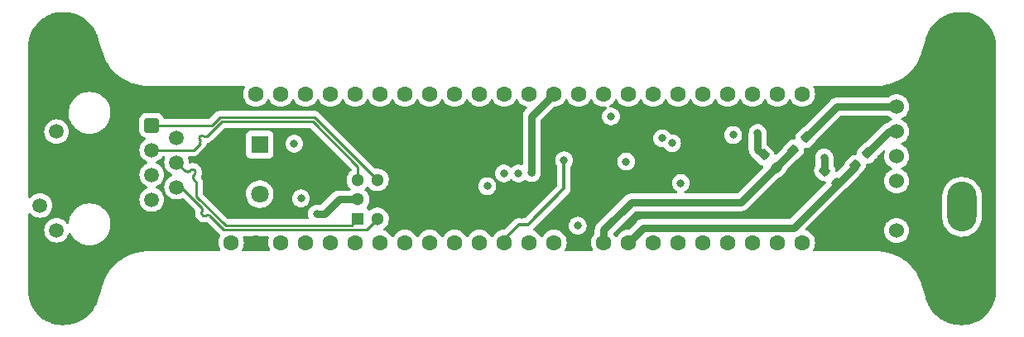
<source format=gbr>
%TF.GenerationSoftware,KiCad,Pcbnew,(6.0.1)*%
%TF.CreationDate,2022-11-25T01:31:12-06:00*%
%TF.ProjectId,NavBoard_Hardware,4e617642-6f61-4726-945f-486172647761,rev?*%
%TF.SameCoordinates,Original*%
%TF.FileFunction,Copper,L4,Bot*%
%TF.FilePolarity,Positive*%
%FSLAX46Y46*%
G04 Gerber Fmt 4.6, Leading zero omitted, Abs format (unit mm)*
G04 Created by KiCad (PCBNEW (6.0.1)) date 2022-11-25 01:31:12*
%MOMM*%
%LPD*%
G01*
G04 APERTURE LIST*
G04 Aperture macros list*
%AMRoundRect*
0 Rectangle with rounded corners*
0 $1 Rounding radius*
0 $2 $3 $4 $5 $6 $7 $8 $9 X,Y pos of 4 corners*
0 Add a 4 corners polygon primitive as box body*
4,1,4,$2,$3,$4,$5,$6,$7,$8,$9,$2,$3,0*
0 Add four circle primitives for the rounded corners*
1,1,$1+$1,$2,$3*
1,1,$1+$1,$4,$5*
1,1,$1+$1,$6,$7*
1,1,$1+$1,$8,$9*
0 Add four rect primitives between the rounded corners*
20,1,$1+$1,$2,$3,$4,$5,0*
20,1,$1+$1,$4,$5,$6,$7,0*
20,1,$1+$1,$6,$7,$8,$9,0*
20,1,$1+$1,$8,$9,$2,$3,0*%
G04 Aperture macros list end*
%TA.AperFunction,ComponentPad*%
%ADD10R,1.800000X1.800000*%
%TD*%
%TA.AperFunction,ComponentPad*%
%ADD11C,1.800000*%
%TD*%
%TA.AperFunction,ComponentPad*%
%ADD12C,6.000000*%
%TD*%
%TA.AperFunction,ComponentPad*%
%ADD13RoundRect,0.250500X-0.499500X0.499500X-0.499500X-0.499500X0.499500X-0.499500X0.499500X0.499500X0*%
%TD*%
%TA.AperFunction,ComponentPad*%
%ADD14C,1.500000*%
%TD*%
%TA.AperFunction,ComponentPad*%
%ADD15C,2.500000*%
%TD*%
%TA.AperFunction,ComponentPad*%
%ADD16C,1.524000*%
%TD*%
%TA.AperFunction,SMDPad,CuDef*%
%ADD17RoundRect,0.237500X0.344715X-0.008839X-0.008839X0.344715X-0.344715X0.008839X0.008839X-0.344715X0*%
%TD*%
%TA.AperFunction,ComponentPad*%
%ADD18R,1.600000X1.600000*%
%TD*%
%TA.AperFunction,ComponentPad*%
%ADD19C,1.600000*%
%TD*%
%TA.AperFunction,ComponentPad*%
%ADD20R,1.300000X1.300000*%
%TD*%
%TA.AperFunction,ComponentPad*%
%ADD21C,1.300000*%
%TD*%
%TA.AperFunction,SMDPad,CuDef*%
%ADD22RoundRect,0.237500X0.008839X0.344715X-0.344715X-0.008839X-0.008839X-0.344715X0.344715X0.008839X0*%
%TD*%
%TA.AperFunction,ComponentPad*%
%ADD23O,3.000000X5.100000*%
%TD*%
%TA.AperFunction,ViaPad*%
%ADD24C,0.800000*%
%TD*%
%TA.AperFunction,Conductor*%
%ADD25C,0.800000*%
%TD*%
%TA.AperFunction,Conductor*%
%ADD26C,0.261112*%
%TD*%
%TA.AperFunction,Conductor*%
%ADD27C,0.350000*%
%TD*%
G04 APERTURE END LIST*
D10*
%TO.P,U2,1,Vi*%
%TO.N,+12V*%
X81480000Y-68087500D03*
D11*
%TO.P,U2,2,GND*%
%TO.N,GND*%
X81480000Y-70627500D03*
%TO.P,U2,3,Vo*%
%TO.N,+5V*%
X81480000Y-73167500D03*
%TD*%
D12*
%TO.P,H3,1,1*%
%TO.N,GND*%
X153300000Y-83100000D03*
%TD*%
%TO.P,H2,1,1*%
%TO.N,GND*%
X153300000Y-58000000D03*
%TD*%
%TO.P,H1,1,1*%
%TO.N,GND*%
X61300000Y-58000000D03*
%TD*%
D13*
%TO.P,J2,1*%
%TO.N,/ETHERNET_TX+*%
X70425000Y-66100000D03*
D14*
%TO.P,J2,2*%
%TO.N,Net-(C1-Pad1)*%
X72965000Y-67370000D03*
%TO.P,J2,3*%
%TO.N,/ETHERNET_TX-*%
X70425000Y-68640000D03*
%TO.P,J2,4*%
%TO.N,/ETHERNET_RX+*%
X72965000Y-69910000D03*
%TO.P,J2,5*%
%TO.N,Net-(C1-Pad1)*%
X70425000Y-71180000D03*
%TO.P,J2,6*%
%TO.N,/ETHERNET_RX-*%
X72965000Y-72450000D03*
%TO.P,J2,7*%
%TO.N,unconnected-(J2-Pad7)*%
X70425000Y-73720000D03*
%TO.P,J2,8*%
%TO.N,GND*%
X72965000Y-74990000D03*
%TO.P,J2,9*%
X58995000Y-64220000D03*
%TO.P,J2,10*%
%TO.N,/ETHERNET_LED*%
X60695000Y-66760000D03*
%TO.P,J2,11*%
%TO.N,unconnected-(J2-Pad11)*%
X58995000Y-74330000D03*
%TO.P,J2,12*%
%TO.N,unconnected-(J2-Pad12)*%
X60695000Y-76870000D03*
D15*
%TO.P,J2,13*%
%TO.N,GND*%
X67125000Y-78420000D03*
X67125000Y-62670000D03*
%TD*%
D12*
%TO.P,H4,1,1*%
%TO.N,GND*%
X61300000Y-83100000D03*
%TD*%
D16*
%TO.P,J1,1,Pin_1*%
%TO.N,+5V*%
X146612000Y-76900000D03*
%TO.P,J1,2,Pin_2*%
%TO.N,GND*%
X146612000Y-74360000D03*
%TO.P,J1,3,Pin_3*%
%TO.N,/GPS-TX*%
X146612000Y-71820000D03*
%TO.P,J1,4,Pin_4*%
%TO.N,/GPS-RX*%
X146612000Y-69280000D03*
%TO.P,J1,5,Pin_5*%
%TO.N,Net-(J1-Pad5)*%
X146612000Y-66740000D03*
%TO.P,J1,6,Pin_6*%
%TO.N,Net-(J1-Pad6)*%
X146612000Y-64200000D03*
%TD*%
D17*
%TO.P,R3,1*%
%TO.N,/GPS-SDA*%
X140545235Y-72045235D03*
%TO.P,R3,2*%
%TO.N,+3V3*%
X139254765Y-70754765D03*
%TD*%
D18*
%TO.P,U1,1,GND*%
%TO.N,GND*%
X78550200Y-62900000D03*
D19*
%TO.P,U1,2,0_RX1_CRX2_CS1*%
%TO.N,unconnected-(U1-Pad2)*%
X81090200Y-62900000D03*
%TO.P,U1,3,1_TX1_CTX2_MISO1*%
%TO.N,unconnected-(U1-Pad3)*%
X83630200Y-62900000D03*
%TO.P,U1,4,2_OUT2*%
%TO.N,unconnected-(U1-Pad4)*%
X86170200Y-62900000D03*
%TO.P,U1,5,3_LRCLK2*%
%TO.N,unconnected-(U1-Pad5)*%
X88710200Y-62900000D03*
%TO.P,U1,6,4_BCLK2*%
%TO.N,unconnected-(U1-Pad6)*%
X91250200Y-62900000D03*
%TO.P,U1,7,5_IN2*%
%TO.N,unconnected-(U1-Pad7)*%
X93790200Y-62900000D03*
%TO.P,U1,8,6_OUT1D*%
%TO.N,unconnected-(U1-Pad8)*%
X96330200Y-62900000D03*
%TO.P,U1,9,7_RX2_OUT1A*%
%TO.N,unconnected-(U1-Pad9)*%
X98870200Y-62900000D03*
%TO.P,U1,10,8_TX2_IN1*%
%TO.N,/BHI-SDA*%
X101410200Y-62900000D03*
%TO.P,U1,11,9_OUT1C*%
%TO.N,/BHI-SCL*%
X103950200Y-62900000D03*
%TO.P,U1,12,10_CS_MQSR*%
%TO.N,unconnected-(U1-Pad12)*%
X106490200Y-62900000D03*
%TO.P,U1,13,11_MOSI_CTX1*%
%TO.N,unconnected-(U1-Pad13)*%
X109030200Y-62900000D03*
%TO.P,U1,14,12_MISO_MQSL*%
%TO.N,/ICM-SCLK*%
X111570200Y-62900000D03*
%TO.P,U1,15,3V3*%
%TO.N,+3V3*%
X114110200Y-62900000D03*
%TO.P,U1,16,24_A10_TX6_SCL2*%
%TO.N,unconnected-(U1-Pad16)*%
X116650200Y-62900000D03*
%TO.P,U1,17,25_A11_RX6_SDA2*%
%TO.N,unconnected-(U1-Pad17)*%
X119190200Y-62900000D03*
%TO.P,U1,18,26_A12_MOSI1*%
%TO.N,unconnected-(U1-Pad18)*%
X121730200Y-62900000D03*
%TO.P,U1,19,27_A13_SCK1*%
%TO.N,unconnected-(U1-Pad19)*%
X124270200Y-62900000D03*
%TO.P,U1,20,28_RX7*%
%TO.N,unconnected-(U1-Pad20)*%
X126810200Y-62900000D03*
%TO.P,U1,21,29_TX7*%
%TO.N,unconnected-(U1-Pad21)*%
X129350200Y-62900000D03*
%TO.P,U1,22,30_CRX3*%
%TO.N,/GPS-TX*%
X131890200Y-62900000D03*
%TO.P,U1,23,31_CTX3*%
%TO.N,/GPS-RX*%
X134430200Y-62900000D03*
%TO.P,U1,24,32_OUT1B*%
%TO.N,unconnected-(U1-Pad24)*%
X136970200Y-62900000D03*
%TO.P,U1,25,33_MCLK2*%
%TO.N,unconnected-(U1-Pad25)*%
X136970200Y-78140000D03*
%TO.P,U1,26,34_RX8*%
%TO.N,/SPI_LED*%
X134430200Y-78140000D03*
%TO.P,U1,27,35_TX8*%
%TO.N,/UART_LED*%
X131890200Y-78140000D03*
%TO.P,U1,28,36_CS*%
%TO.N,/I2C_LED*%
X129350200Y-78140000D03*
%TO.P,U1,29,37_CS*%
%TO.N,unconnected-(U1-Pad29)*%
X126810200Y-78140000D03*
%TO.P,U1,30,38_CS1_IN1*%
%TO.N,unconnected-(U1-Pad30)*%
X124270200Y-78140000D03*
%TO.P,U1,31,39_MISO1_OUT1A*%
%TO.N,unconnected-(U1-Pad31)*%
X121730200Y-78140000D03*
%TO.P,U1,32,40_A16*%
%TO.N,/GPS-SDA*%
X119190200Y-78140000D03*
%TO.P,U1,33,41_A17*%
%TO.N,/GPS-SCL*%
X116650200Y-78140000D03*
%TO.P,U1,34,GND*%
%TO.N,GND*%
X114110200Y-78140000D03*
%TO.P,U1,35,13_SCK_LED*%
%TO.N,/ICM-MISO*%
X111570200Y-78140000D03*
%TO.P,U1,36,14_A0_TX3_SPDIF_OUT*%
%TO.N,/ICM-MOSI*%
X109030200Y-78140000D03*
%TO.P,U1,37,15_A1_RX3_SPDIF_IN*%
%TO.N,/ICM-CS*%
X106490200Y-78140000D03*
%TO.P,U1,38,16_A2_RX4_SCL1*%
%TO.N,unconnected-(U1-Pad38)*%
X103950200Y-78140000D03*
%TO.P,U1,39,17_A3_TX4_SDA1*%
%TO.N,unconnected-(U1-Pad39)*%
X101410200Y-78140000D03*
%TO.P,U1,40,18_A4_SDA*%
%TO.N,unconnected-(U1-Pad40)*%
X98870200Y-78140000D03*
%TO.P,U1,41,19_A5_SCL*%
%TO.N,unconnected-(U1-Pad41)*%
X96330200Y-78140000D03*
%TO.P,U1,42,20_A6_TX5_LRCLK1*%
%TO.N,unconnected-(U1-Pad42)*%
X93790200Y-78140000D03*
%TO.P,U1,43,21_A7_RX5_BCLK1*%
%TO.N,unconnected-(U1-Pad43)*%
X91250200Y-78140000D03*
%TO.P,U1,44,22_A8_CTX1*%
%TO.N,unconnected-(U1-Pad44)*%
X88710200Y-78140000D03*
%TO.P,U1,45,23_A9_CRX1_MCLK1*%
%TO.N,unconnected-(U1-Pad45)*%
X86170200Y-78140000D03*
%TO.P,U1,46,3V3*%
%TO.N,+3V3*%
X83630200Y-78140000D03*
%TO.P,U1,47,GND*%
%TO.N,GND*%
X81090200Y-78140000D03*
%TO.P,U1,48,VIN*%
%TO.N,+5V*%
X78550200Y-78140000D03*
D20*
%TO.P,U1,60,R+*%
%TO.N,/ETHERNET_RX+*%
X91520200Y-75701600D03*
D21*
%TO.P,U1,61,LED*%
%TO.N,/ETHERNET_LED*%
X91520200Y-73701600D03*
%TO.P,U1,62,T-*%
%TO.N,/ETHERNET_TX-*%
X91520200Y-71701600D03*
%TO.P,U1,63,T+*%
%TO.N,/ETHERNET_TX+*%
X93520200Y-71701600D03*
%TO.P,U1,64,GND*%
%TO.N,GND*%
X93520200Y-73701600D03*
%TO.P,U1,65,R-*%
%TO.N,/ETHERNET_RX-*%
X93520200Y-75701600D03*
%TD*%
D22*
%TO.P,R2,1*%
%TO.N,Net-(J1-Pad5)*%
X143645235Y-68954765D03*
%TO.P,R2,2*%
%TO.N,/GPS-SDA*%
X142354765Y-70245235D03*
%TD*%
%TO.P,R1,1*%
%TO.N,Net-(J1-Pad6)*%
X137345235Y-67354765D03*
%TO.P,R1,2*%
%TO.N,/GPS-SCL*%
X136054765Y-68645235D03*
%TD*%
D23*
%TO.P,Conn1,1,GND*%
%TO.N,GND*%
X153300000Y-66600000D03*
%TO.P,Conn1,2,V+Log*%
%TO.N,+12V*%
X153300000Y-74474000D03*
%TD*%
D17*
%TO.P,R4,1*%
%TO.N,/GPS-SCL*%
X134323205Y-70435706D03*
%TO.P,R4,2*%
%TO.N,+3V3*%
X133032735Y-69145236D03*
%TD*%
D24*
%TO.N,+3V3*%
X107950000Y-71049999D03*
X106455000Y-71049999D03*
X123648929Y-67938570D03*
X139200000Y-69400000D03*
X85700000Y-73600000D03*
X129900000Y-67100000D03*
X104755000Y-72350000D03*
X132400000Y-66900000D03*
X124548929Y-72038570D03*
X114000000Y-76400000D03*
X122648929Y-67438570D03*
X117400000Y-65200000D03*
%TO.N,GND*%
X78800000Y-67700000D03*
X115400000Y-68000000D03*
X134950000Y-65400000D03*
X142650000Y-68050000D03*
X110900000Y-65600000D03*
X106700000Y-75250000D03*
X107700000Y-65600000D03*
X102855000Y-72650000D03*
X116100000Y-73400000D03*
X98067501Y-75262499D03*
X140650000Y-66050000D03*
X100855000Y-70600000D03*
X138200000Y-68500000D03*
X96300000Y-75300000D03*
X79000000Y-69000000D03*
X100479999Y-75375001D03*
X126248929Y-71938570D03*
X120748929Y-67538570D03*
X121748929Y-70338570D03*
X103755000Y-69550000D03*
X99400000Y-64700000D03*
X119900000Y-64700000D03*
X111000000Y-76000000D03*
X102800000Y-64100000D03*
X144700000Y-69900000D03*
X108255000Y-75250000D03*
%TO.N,+5V*%
X85000000Y-68000000D03*
%TO.N,/ETHERNET_LED*%
X87300000Y-75200000D03*
%TO.N,Net-(R11-Pad1)*%
X118948929Y-69838570D03*
%TO.N,/ICM-CS*%
X112600000Y-69700000D03*
%TO.N,/ICM-SCLK*%
X109300000Y-71000000D03*
%TD*%
D25*
%TO.N,+3V3*%
X133032735Y-69145236D02*
X133032735Y-69132735D01*
X133032735Y-69145236D02*
X132945236Y-69145236D01*
X132400000Y-68600000D02*
X132400000Y-66900000D01*
X139254765Y-69454765D02*
X139200000Y-69400000D01*
X132945236Y-69145236D02*
X132400000Y-68600000D01*
X139254765Y-70754765D02*
X139254765Y-69454765D01*
%TO.N,/GPS-SCL*%
X116650200Y-76849800D02*
X119500000Y-74000000D01*
X119500000Y-74000000D02*
X130700000Y-74000000D01*
X130700000Y-74000000D02*
X136054765Y-68645235D01*
X116650200Y-78140000D02*
X116650200Y-76849800D01*
%TO.N,/GPS-SDA*%
X142354765Y-70345235D02*
X142354765Y-70245235D01*
X136100000Y-76600000D02*
X120730200Y-76600000D01*
X136100000Y-76600000D02*
X142354765Y-70345235D01*
X120730200Y-76600000D02*
X119190200Y-78140000D01*
D26*
%TO.N,/ETHERNET_TX+*%
X87086444Y-65267844D02*
X93520200Y-71701600D01*
X70425000Y-66100000D02*
X76571680Y-66100000D01*
X76571680Y-66100000D02*
X77403836Y-65267844D01*
X77403836Y-65267844D02*
X87086444Y-65267844D01*
%TO.N,/ETHERNET_TX-*%
X76077639Y-67250686D02*
X76077638Y-67250686D01*
X74688320Y-68640000D02*
X75364160Y-67964160D01*
X77596164Y-65732156D02*
X86894119Y-65732156D01*
X91520200Y-70358237D02*
X91520200Y-71701600D01*
X76198705Y-67129615D02*
X77596164Y-65732156D01*
X75364160Y-67614924D02*
X75364161Y-67614922D01*
X76092640Y-67235681D02*
X76198705Y-67129615D01*
X70425000Y-68640000D02*
X74688320Y-68640000D01*
X76077638Y-67250686D02*
X76092640Y-67235681D01*
X75364160Y-67265685D02*
X75364160Y-67265686D01*
X75364160Y-67265686D02*
X75379163Y-67250684D01*
X86894119Y-65732156D02*
X91520200Y-70358237D01*
X75728400Y-67250683D02*
X75728401Y-67250684D01*
X75728401Y-67250684D02*
X75728402Y-67250685D01*
X75364160Y-67614924D02*
G75*
G02*
X75364160Y-67964160I-174615J-174618D01*
G01*
X76077639Y-67250686D02*
G75*
G02*
X75728402Y-67250685I-174618J174618D01*
G01*
X75364160Y-67265685D02*
G75*
G03*
X75364161Y-67614922I174618J-174618D01*
G01*
X75728400Y-67250683D02*
G75*
G03*
X75379163Y-67250684I-174618J-174618D01*
G01*
%TO.N,/ETHERNET_RX+*%
X75014160Y-73385840D02*
X75014160Y-71959160D01*
X75014160Y-71959160D02*
X74727500Y-71672500D01*
X74411519Y-70715686D02*
X74303234Y-70823970D01*
X73878970Y-70823970D02*
X73878971Y-70823971D01*
X77996164Y-76367844D02*
X75014160Y-73385840D01*
X74727499Y-71248235D02*
X74727500Y-71248235D01*
X74727500Y-71248235D02*
X74835784Y-71139950D01*
X73878971Y-70823971D02*
X72965000Y-69910000D01*
X90853956Y-76367844D02*
X77996164Y-76367844D01*
X91520200Y-75701600D02*
X90853956Y-76367844D01*
X74411519Y-70715685D02*
X74411519Y-70715686D01*
X74411520Y-70715686D02*
G75*
G02*
X74835783Y-70715687I212131J-212131D01*
G01*
X73878971Y-70823969D02*
G75*
G03*
X74303233Y-70823969I212131J212131D01*
G01*
X74835783Y-70715687D02*
G75*
G02*
X74835783Y-71139949I-212131J-212131D01*
G01*
X74727500Y-71248236D02*
G75*
G03*
X74727501Y-71672499I212131J-212131D01*
G01*
%TO.N,/ETHERNET_RX-*%
X75568051Y-74596370D02*
X75568052Y-74596372D01*
X75568052Y-74939896D02*
X75568051Y-74939894D01*
X75568052Y-74596372D02*
X73421680Y-72450000D01*
X77803836Y-76832156D02*
X76335840Y-75364160D01*
X75992317Y-75364159D02*
X75992316Y-75364159D01*
X75648792Y-75364159D02*
X75648794Y-75364160D01*
X73421680Y-72450000D02*
X72965000Y-72450000D01*
X93520200Y-75701600D02*
X93520200Y-76179800D01*
X93520200Y-75701600D02*
X92389644Y-76832156D01*
X92389644Y-76832156D02*
X77803836Y-76832156D01*
X75648794Y-75364160D02*
X75568052Y-75283418D01*
X75568053Y-74939897D02*
G75*
G03*
X75568053Y-75283417I171756J-171760D01*
G01*
X75568050Y-74596371D02*
G75*
G02*
X75568050Y-74939893I-171762J-171761D01*
G01*
X75992317Y-75364159D02*
G75*
G02*
X76335840Y-75364160I171761J-171760D01*
G01*
X75648793Y-75364158D02*
G75*
G03*
X75992315Y-75364158I171761J171762D01*
G01*
D25*
%TO.N,/ETHERNET_LED*%
X87300000Y-75200000D02*
X88100000Y-75200000D01*
X91520200Y-73701600D02*
X89598400Y-73701600D01*
X89598400Y-73701600D02*
X88100000Y-75200000D01*
D27*
%TO.N,/ICM-CS*%
X106490200Y-77809800D02*
X106490200Y-78140000D01*
X112600000Y-69700000D02*
X112600000Y-72600000D01*
X112600000Y-72600000D02*
X108900000Y-76300000D01*
X108000000Y-76300000D02*
X106490200Y-77809800D01*
X108900000Y-76300000D02*
X108000000Y-76300000D01*
D25*
%TO.N,/ICM-SCLK*%
X109300000Y-71000000D02*
X109300000Y-65170200D01*
X111570200Y-62900000D02*
X111570200Y-62929800D01*
X111570200Y-62900000D02*
X111570200Y-63029800D01*
X109300000Y-65170200D02*
X111570200Y-62900000D01*
%TO.N,Net-(J1-Pad5)*%
X145860000Y-66740000D02*
X146612000Y-66740000D01*
X143645235Y-68954765D02*
X145860000Y-66740000D01*
%TO.N,Net-(J1-Pad6)*%
X140500000Y-64200000D02*
X146612000Y-64200000D01*
X137345235Y-67354765D02*
X140500000Y-64200000D01*
%TD*%
%TA.AperFunction,Conductor*%
%TO.N,GND*%
G36*
X61664960Y-54514153D02*
G01*
X61677035Y-54514955D01*
X62018575Y-54554209D01*
X62030520Y-54556167D01*
X62126100Y-54576601D01*
X62366711Y-54628042D01*
X62378424Y-54631142D01*
X62706157Y-54734976D01*
X62717517Y-54739187D01*
X63033743Y-54874010D01*
X63044647Y-54879292D01*
X63346475Y-55043871D01*
X63356822Y-55050176D01*
X63641442Y-55242981D01*
X63651125Y-55250242D01*
X63717019Y-55304804D01*
X63915921Y-55469501D01*
X63924871Y-55477668D01*
X64167379Y-55721340D01*
X64175498Y-55730324D01*
X64393480Y-55996160D01*
X64400700Y-56005883D01*
X64579395Y-56272415D01*
X64592146Y-56291434D01*
X64598401Y-56301811D01*
X64761531Y-56604421D01*
X64766761Y-56615350D01*
X64900070Y-56932225D01*
X64904225Y-56943604D01*
X64936027Y-57045676D01*
X64995479Y-57236500D01*
X65000559Y-57261467D01*
X65000803Y-57263917D01*
X65000804Y-57263921D01*
X65001695Y-57272848D01*
X65017813Y-57312743D01*
X65019271Y-57316352D01*
X65022783Y-57326205D01*
X65449450Y-58701025D01*
X65453906Y-58720982D01*
X65456185Y-58737339D01*
X65456188Y-58737352D01*
X65456858Y-58742162D01*
X65460479Y-58754168D01*
X65462587Y-58758561D01*
X65464257Y-58762865D01*
X65466295Y-58767718D01*
X65586327Y-59098303D01*
X65600706Y-59137906D01*
X65772730Y-59508440D01*
X65976073Y-59862755D01*
X66209221Y-60198210D01*
X66470435Y-60512304D01*
X66472348Y-60514237D01*
X66472354Y-60514244D01*
X66605307Y-60648613D01*
X66757768Y-60802697D01*
X66759827Y-60804446D01*
X66759835Y-60804454D01*
X66884295Y-60910209D01*
X67069078Y-61067222D01*
X67071298Y-61068800D01*
X67071303Y-61068804D01*
X67218733Y-61173604D01*
X67402045Y-61303910D01*
X67404372Y-61305279D01*
X67404376Y-61305281D01*
X67751840Y-61509614D01*
X67754187Y-61510994D01*
X68122878Y-61686933D01*
X68125422Y-61687887D01*
X68125426Y-61687889D01*
X68402357Y-61791771D01*
X68505372Y-61830414D01*
X68507982Y-61831143D01*
X68507993Y-61831147D01*
X68896191Y-61939635D01*
X68896198Y-61939637D01*
X68898815Y-61940368D01*
X69300277Y-62015974D01*
X69706764Y-62056671D01*
X69709473Y-62056707D01*
X69709484Y-62056708D01*
X69907711Y-62059368D01*
X70085051Y-62061749D01*
X70093046Y-62062352D01*
X70093051Y-62062262D01*
X70097911Y-62062553D01*
X70102733Y-62063217D01*
X70107596Y-62063132D01*
X70107601Y-62063132D01*
X70109431Y-62063099D01*
X70115271Y-62062997D01*
X70133335Y-62059859D01*
X70154900Y-62058000D01*
X79841947Y-62058000D01*
X79910068Y-62078002D01*
X79956561Y-62131658D01*
X79966665Y-62201932D01*
X79952407Y-62243125D01*
X79952677Y-62243251D01*
X79855916Y-62450757D01*
X79796657Y-62671913D01*
X79776702Y-62900000D01*
X79796657Y-63128087D01*
X79798081Y-63133400D01*
X79798081Y-63133402D01*
X79844267Y-63305767D01*
X79855916Y-63349243D01*
X79858239Y-63354224D01*
X79858239Y-63354225D01*
X79950351Y-63551762D01*
X79950354Y-63551767D01*
X79952677Y-63556749D01*
X80084002Y-63744300D01*
X80245900Y-63906198D01*
X80250408Y-63909355D01*
X80250411Y-63909357D01*
X80328589Y-63964098D01*
X80433451Y-64037523D01*
X80438433Y-64039846D01*
X80438438Y-64039849D01*
X80635975Y-64131961D01*
X80640957Y-64134284D01*
X80646265Y-64135706D01*
X80646267Y-64135707D01*
X80856798Y-64192119D01*
X80856800Y-64192119D01*
X80862113Y-64193543D01*
X81090200Y-64213498D01*
X81318287Y-64193543D01*
X81323600Y-64192119D01*
X81323602Y-64192119D01*
X81534133Y-64135707D01*
X81534135Y-64135706D01*
X81539443Y-64134284D01*
X81544425Y-64131961D01*
X81741962Y-64039849D01*
X81741967Y-64039846D01*
X81746949Y-64037523D01*
X81851811Y-63964098D01*
X81929989Y-63909357D01*
X81929992Y-63909355D01*
X81934500Y-63906198D01*
X82096398Y-63744300D01*
X82227723Y-63556749D01*
X82230046Y-63551767D01*
X82230049Y-63551762D01*
X82246005Y-63517543D01*
X82292922Y-63464258D01*
X82361199Y-63444797D01*
X82429159Y-63465339D01*
X82474395Y-63517543D01*
X82490351Y-63551762D01*
X82490354Y-63551767D01*
X82492677Y-63556749D01*
X82624002Y-63744300D01*
X82785900Y-63906198D01*
X82790408Y-63909355D01*
X82790411Y-63909357D01*
X82868589Y-63964098D01*
X82973451Y-64037523D01*
X82978433Y-64039846D01*
X82978438Y-64039849D01*
X83175975Y-64131961D01*
X83180957Y-64134284D01*
X83186265Y-64135706D01*
X83186267Y-64135707D01*
X83396798Y-64192119D01*
X83396800Y-64192119D01*
X83402113Y-64193543D01*
X83630200Y-64213498D01*
X83858287Y-64193543D01*
X83863600Y-64192119D01*
X83863602Y-64192119D01*
X84074133Y-64135707D01*
X84074135Y-64135706D01*
X84079443Y-64134284D01*
X84084425Y-64131961D01*
X84281962Y-64039849D01*
X84281967Y-64039846D01*
X84286949Y-64037523D01*
X84391811Y-63964098D01*
X84469989Y-63909357D01*
X84469992Y-63909355D01*
X84474500Y-63906198D01*
X84636398Y-63744300D01*
X84767723Y-63556749D01*
X84770046Y-63551767D01*
X84770049Y-63551762D01*
X84786005Y-63517543D01*
X84832922Y-63464258D01*
X84901199Y-63444797D01*
X84969159Y-63465339D01*
X85014395Y-63517543D01*
X85030351Y-63551762D01*
X85030354Y-63551767D01*
X85032677Y-63556749D01*
X85164002Y-63744300D01*
X85325900Y-63906198D01*
X85330408Y-63909355D01*
X85330411Y-63909357D01*
X85408589Y-63964098D01*
X85513451Y-64037523D01*
X85518433Y-64039846D01*
X85518438Y-64039849D01*
X85715975Y-64131961D01*
X85720957Y-64134284D01*
X85726265Y-64135706D01*
X85726267Y-64135707D01*
X85936798Y-64192119D01*
X85936800Y-64192119D01*
X85942113Y-64193543D01*
X86170200Y-64213498D01*
X86398287Y-64193543D01*
X86403600Y-64192119D01*
X86403602Y-64192119D01*
X86614133Y-64135707D01*
X86614135Y-64135706D01*
X86619443Y-64134284D01*
X86624425Y-64131961D01*
X86821962Y-64039849D01*
X86821967Y-64039846D01*
X86826949Y-64037523D01*
X86931811Y-63964098D01*
X87009989Y-63909357D01*
X87009992Y-63909355D01*
X87014500Y-63906198D01*
X87176398Y-63744300D01*
X87307723Y-63556749D01*
X87310046Y-63551767D01*
X87310049Y-63551762D01*
X87326005Y-63517543D01*
X87372922Y-63464258D01*
X87441199Y-63444797D01*
X87509159Y-63465339D01*
X87554395Y-63517543D01*
X87570351Y-63551762D01*
X87570354Y-63551767D01*
X87572677Y-63556749D01*
X87704002Y-63744300D01*
X87865900Y-63906198D01*
X87870408Y-63909355D01*
X87870411Y-63909357D01*
X87948589Y-63964098D01*
X88053451Y-64037523D01*
X88058433Y-64039846D01*
X88058438Y-64039849D01*
X88255975Y-64131961D01*
X88260957Y-64134284D01*
X88266265Y-64135706D01*
X88266267Y-64135707D01*
X88476798Y-64192119D01*
X88476800Y-64192119D01*
X88482113Y-64193543D01*
X88710200Y-64213498D01*
X88938287Y-64193543D01*
X88943600Y-64192119D01*
X88943602Y-64192119D01*
X89154133Y-64135707D01*
X89154135Y-64135706D01*
X89159443Y-64134284D01*
X89164425Y-64131961D01*
X89361962Y-64039849D01*
X89361967Y-64039846D01*
X89366949Y-64037523D01*
X89471811Y-63964098D01*
X89549989Y-63909357D01*
X89549992Y-63909355D01*
X89554500Y-63906198D01*
X89716398Y-63744300D01*
X89847723Y-63556749D01*
X89850046Y-63551767D01*
X89850049Y-63551762D01*
X89866005Y-63517543D01*
X89912922Y-63464258D01*
X89981199Y-63444797D01*
X90049159Y-63465339D01*
X90094395Y-63517543D01*
X90110351Y-63551762D01*
X90110354Y-63551767D01*
X90112677Y-63556749D01*
X90244002Y-63744300D01*
X90405900Y-63906198D01*
X90410408Y-63909355D01*
X90410411Y-63909357D01*
X90488589Y-63964098D01*
X90593451Y-64037523D01*
X90598433Y-64039846D01*
X90598438Y-64039849D01*
X90795975Y-64131961D01*
X90800957Y-64134284D01*
X90806265Y-64135706D01*
X90806267Y-64135707D01*
X91016798Y-64192119D01*
X91016800Y-64192119D01*
X91022113Y-64193543D01*
X91250200Y-64213498D01*
X91478287Y-64193543D01*
X91483600Y-64192119D01*
X91483602Y-64192119D01*
X91694133Y-64135707D01*
X91694135Y-64135706D01*
X91699443Y-64134284D01*
X91704425Y-64131961D01*
X91901962Y-64039849D01*
X91901967Y-64039846D01*
X91906949Y-64037523D01*
X92011811Y-63964098D01*
X92089989Y-63909357D01*
X92089992Y-63909355D01*
X92094500Y-63906198D01*
X92256398Y-63744300D01*
X92387723Y-63556749D01*
X92390046Y-63551767D01*
X92390049Y-63551762D01*
X92406005Y-63517543D01*
X92452922Y-63464258D01*
X92521199Y-63444797D01*
X92589159Y-63465339D01*
X92634395Y-63517543D01*
X92650351Y-63551762D01*
X92650354Y-63551767D01*
X92652677Y-63556749D01*
X92784002Y-63744300D01*
X92945900Y-63906198D01*
X92950408Y-63909355D01*
X92950411Y-63909357D01*
X93028589Y-63964098D01*
X93133451Y-64037523D01*
X93138433Y-64039846D01*
X93138438Y-64039849D01*
X93335975Y-64131961D01*
X93340957Y-64134284D01*
X93346265Y-64135706D01*
X93346267Y-64135707D01*
X93556798Y-64192119D01*
X93556800Y-64192119D01*
X93562113Y-64193543D01*
X93790200Y-64213498D01*
X94018287Y-64193543D01*
X94023600Y-64192119D01*
X94023602Y-64192119D01*
X94234133Y-64135707D01*
X94234135Y-64135706D01*
X94239443Y-64134284D01*
X94244425Y-64131961D01*
X94441962Y-64039849D01*
X94441967Y-64039846D01*
X94446949Y-64037523D01*
X94551811Y-63964098D01*
X94629989Y-63909357D01*
X94629992Y-63909355D01*
X94634500Y-63906198D01*
X94796398Y-63744300D01*
X94927723Y-63556749D01*
X94930046Y-63551767D01*
X94930049Y-63551762D01*
X94946005Y-63517543D01*
X94992922Y-63464258D01*
X95061199Y-63444797D01*
X95129159Y-63465339D01*
X95174395Y-63517543D01*
X95190351Y-63551762D01*
X95190354Y-63551767D01*
X95192677Y-63556749D01*
X95324002Y-63744300D01*
X95485900Y-63906198D01*
X95490408Y-63909355D01*
X95490411Y-63909357D01*
X95568589Y-63964098D01*
X95673451Y-64037523D01*
X95678433Y-64039846D01*
X95678438Y-64039849D01*
X95875975Y-64131961D01*
X95880957Y-64134284D01*
X95886265Y-64135706D01*
X95886267Y-64135707D01*
X96096798Y-64192119D01*
X96096800Y-64192119D01*
X96102113Y-64193543D01*
X96330200Y-64213498D01*
X96558287Y-64193543D01*
X96563600Y-64192119D01*
X96563602Y-64192119D01*
X96774133Y-64135707D01*
X96774135Y-64135706D01*
X96779443Y-64134284D01*
X96784425Y-64131961D01*
X96981962Y-64039849D01*
X96981967Y-64039846D01*
X96986949Y-64037523D01*
X97091811Y-63964098D01*
X97169989Y-63909357D01*
X97169992Y-63909355D01*
X97174500Y-63906198D01*
X97336398Y-63744300D01*
X97467723Y-63556749D01*
X97470046Y-63551767D01*
X97470049Y-63551762D01*
X97486005Y-63517543D01*
X97532922Y-63464258D01*
X97601199Y-63444797D01*
X97669159Y-63465339D01*
X97714395Y-63517543D01*
X97730351Y-63551762D01*
X97730354Y-63551767D01*
X97732677Y-63556749D01*
X97864002Y-63744300D01*
X98025900Y-63906198D01*
X98030408Y-63909355D01*
X98030411Y-63909357D01*
X98108589Y-63964098D01*
X98213451Y-64037523D01*
X98218433Y-64039846D01*
X98218438Y-64039849D01*
X98415975Y-64131961D01*
X98420957Y-64134284D01*
X98426265Y-64135706D01*
X98426267Y-64135707D01*
X98636798Y-64192119D01*
X98636800Y-64192119D01*
X98642113Y-64193543D01*
X98870200Y-64213498D01*
X99098287Y-64193543D01*
X99103600Y-64192119D01*
X99103602Y-64192119D01*
X99314133Y-64135707D01*
X99314135Y-64135706D01*
X99319443Y-64134284D01*
X99324425Y-64131961D01*
X99521962Y-64039849D01*
X99521967Y-64039846D01*
X99526949Y-64037523D01*
X99631811Y-63964098D01*
X99709989Y-63909357D01*
X99709992Y-63909355D01*
X99714500Y-63906198D01*
X99876398Y-63744300D01*
X100007723Y-63556749D01*
X100010046Y-63551767D01*
X100010049Y-63551762D01*
X100026005Y-63517543D01*
X100072922Y-63464258D01*
X100141199Y-63444797D01*
X100209159Y-63465339D01*
X100254395Y-63517543D01*
X100270351Y-63551762D01*
X100270354Y-63551767D01*
X100272677Y-63556749D01*
X100404002Y-63744300D01*
X100565900Y-63906198D01*
X100570408Y-63909355D01*
X100570411Y-63909357D01*
X100648589Y-63964098D01*
X100753451Y-64037523D01*
X100758433Y-64039846D01*
X100758438Y-64039849D01*
X100955975Y-64131961D01*
X100960957Y-64134284D01*
X100966265Y-64135706D01*
X100966267Y-64135707D01*
X101176798Y-64192119D01*
X101176800Y-64192119D01*
X101182113Y-64193543D01*
X101410200Y-64213498D01*
X101638287Y-64193543D01*
X101643600Y-64192119D01*
X101643602Y-64192119D01*
X101854133Y-64135707D01*
X101854135Y-64135706D01*
X101859443Y-64134284D01*
X101864425Y-64131961D01*
X102061962Y-64039849D01*
X102061967Y-64039846D01*
X102066949Y-64037523D01*
X102171811Y-63964098D01*
X102249989Y-63909357D01*
X102249992Y-63909355D01*
X102254500Y-63906198D01*
X102416398Y-63744300D01*
X102547723Y-63556749D01*
X102550046Y-63551767D01*
X102550049Y-63551762D01*
X102566005Y-63517543D01*
X102612922Y-63464258D01*
X102681199Y-63444797D01*
X102749159Y-63465339D01*
X102794395Y-63517543D01*
X102810351Y-63551762D01*
X102810354Y-63551767D01*
X102812677Y-63556749D01*
X102944002Y-63744300D01*
X103105900Y-63906198D01*
X103110408Y-63909355D01*
X103110411Y-63909357D01*
X103188589Y-63964098D01*
X103293451Y-64037523D01*
X103298433Y-64039846D01*
X103298438Y-64039849D01*
X103495975Y-64131961D01*
X103500957Y-64134284D01*
X103506265Y-64135706D01*
X103506267Y-64135707D01*
X103716798Y-64192119D01*
X103716800Y-64192119D01*
X103722113Y-64193543D01*
X103950200Y-64213498D01*
X104178287Y-64193543D01*
X104183600Y-64192119D01*
X104183602Y-64192119D01*
X104394133Y-64135707D01*
X104394135Y-64135706D01*
X104399443Y-64134284D01*
X104404425Y-64131961D01*
X104601962Y-64039849D01*
X104601967Y-64039846D01*
X104606949Y-64037523D01*
X104711811Y-63964098D01*
X104789989Y-63909357D01*
X104789992Y-63909355D01*
X104794500Y-63906198D01*
X104956398Y-63744300D01*
X105087723Y-63556749D01*
X105090046Y-63551767D01*
X105090049Y-63551762D01*
X105106005Y-63517543D01*
X105152922Y-63464258D01*
X105221199Y-63444797D01*
X105289159Y-63465339D01*
X105334395Y-63517543D01*
X105350351Y-63551762D01*
X105350354Y-63551767D01*
X105352677Y-63556749D01*
X105484002Y-63744300D01*
X105645900Y-63906198D01*
X105650408Y-63909355D01*
X105650411Y-63909357D01*
X105728589Y-63964098D01*
X105833451Y-64037523D01*
X105838433Y-64039846D01*
X105838438Y-64039849D01*
X106035975Y-64131961D01*
X106040957Y-64134284D01*
X106046265Y-64135706D01*
X106046267Y-64135707D01*
X106256798Y-64192119D01*
X106256800Y-64192119D01*
X106262113Y-64193543D01*
X106490200Y-64213498D01*
X106718287Y-64193543D01*
X106723600Y-64192119D01*
X106723602Y-64192119D01*
X106934133Y-64135707D01*
X106934135Y-64135706D01*
X106939443Y-64134284D01*
X106944425Y-64131961D01*
X107141962Y-64039849D01*
X107141967Y-64039846D01*
X107146949Y-64037523D01*
X107251811Y-63964098D01*
X107329989Y-63909357D01*
X107329992Y-63909355D01*
X107334500Y-63906198D01*
X107496398Y-63744300D01*
X107627723Y-63556749D01*
X107630046Y-63551767D01*
X107630049Y-63551762D01*
X107646005Y-63517543D01*
X107692922Y-63464258D01*
X107761199Y-63444797D01*
X107829159Y-63465339D01*
X107874395Y-63517543D01*
X107890351Y-63551762D01*
X107890354Y-63551767D01*
X107892677Y-63556749D01*
X108024002Y-63744300D01*
X108185900Y-63906198D01*
X108190408Y-63909355D01*
X108190411Y-63909357D01*
X108268589Y-63964098D01*
X108373451Y-64037523D01*
X108378433Y-64039846D01*
X108378438Y-64039849D01*
X108575975Y-64131961D01*
X108580957Y-64134284D01*
X108586264Y-64135706D01*
X108740948Y-64177154D01*
X108801570Y-64214106D01*
X108832592Y-64277967D01*
X108824163Y-64348461D01*
X108797431Y-64387956D01*
X108715168Y-64470219D01*
X108700135Y-64483060D01*
X108688747Y-64491334D01*
X108684327Y-64496243D01*
X108642984Y-64542159D01*
X108638443Y-64546944D01*
X108623928Y-64561459D01*
X108621852Y-64564023D01*
X108611006Y-64577416D01*
X108606722Y-64582431D01*
X108565381Y-64628345D01*
X108565377Y-64628350D01*
X108560960Y-64633256D01*
X108557660Y-64638972D01*
X108557657Y-64638976D01*
X108553927Y-64645437D01*
X108542727Y-64661733D01*
X108533871Y-64672670D01*
X108515848Y-64708043D01*
X108502815Y-64733621D01*
X108499669Y-64739415D01*
X108488432Y-64758877D01*
X108476006Y-64780401D01*
X108465473Y-64798644D01*
X108463432Y-64804926D01*
X108463431Y-64804928D01*
X108461125Y-64812026D01*
X108453560Y-64830292D01*
X108447171Y-64842830D01*
X108445463Y-64849203D01*
X108445463Y-64849204D01*
X108429469Y-64908895D01*
X108427600Y-64915203D01*
X108406458Y-64980272D01*
X108405768Y-64986837D01*
X108405766Y-64986846D01*
X108404985Y-64994275D01*
X108401383Y-65013709D01*
X108399453Y-65020914D01*
X108397743Y-65027297D01*
X108397398Y-65033888D01*
X108397397Y-65033892D01*
X108394164Y-65095584D01*
X108393647Y-65102158D01*
X108392981Y-65108500D01*
X108391500Y-65122590D01*
X108391500Y-65143126D01*
X108391327Y-65149720D01*
X108388348Y-65206565D01*
X108387748Y-65218010D01*
X108388780Y-65224525D01*
X108389949Y-65231905D01*
X108391500Y-65251617D01*
X108391500Y-70060237D01*
X108371498Y-70128358D01*
X108317842Y-70174851D01*
X108247568Y-70184955D01*
X108233214Y-70181617D01*
X108232288Y-70181205D01*
X108186578Y-70171489D01*
X108051944Y-70142871D01*
X108051939Y-70142871D01*
X108045487Y-70141499D01*
X107854513Y-70141499D01*
X107848061Y-70142871D01*
X107848056Y-70142871D01*
X107771284Y-70159190D01*
X107667712Y-70181205D01*
X107661682Y-70183890D01*
X107661681Y-70183890D01*
X107499278Y-70256196D01*
X107499276Y-70256197D01*
X107493248Y-70258881D01*
X107487907Y-70262761D01*
X107487906Y-70262762D01*
X107474273Y-70272667D01*
X107338747Y-70371133D01*
X107296135Y-70418459D01*
X107235690Y-70455697D01*
X107164706Y-70454345D01*
X107108865Y-70418459D01*
X107066253Y-70371133D01*
X106930727Y-70272667D01*
X106917094Y-70262762D01*
X106917093Y-70262761D01*
X106911752Y-70258881D01*
X106905724Y-70256197D01*
X106905722Y-70256196D01*
X106743319Y-70183890D01*
X106743318Y-70183890D01*
X106737288Y-70181205D01*
X106633716Y-70159190D01*
X106556944Y-70142871D01*
X106556939Y-70142871D01*
X106550487Y-70141499D01*
X106359513Y-70141499D01*
X106353061Y-70142871D01*
X106353056Y-70142871D01*
X106276284Y-70159190D01*
X106172712Y-70181205D01*
X106166682Y-70183890D01*
X106166681Y-70183890D01*
X106004278Y-70256196D01*
X106004276Y-70256197D01*
X105998248Y-70258881D01*
X105992907Y-70262761D01*
X105992906Y-70262762D01*
X105979273Y-70272667D01*
X105843747Y-70371133D01*
X105839329Y-70376040D01*
X105839325Y-70376044D01*
X105727554Y-70500179D01*
X105715960Y-70513055D01*
X105673817Y-70586049D01*
X105631353Y-70659599D01*
X105620473Y-70678443D01*
X105561458Y-70860071D01*
X105560768Y-70866632D01*
X105560768Y-70866634D01*
X105553640Y-70934451D01*
X105541496Y-71049999D01*
X105542186Y-71056564D01*
X105559234Y-71218763D01*
X105561458Y-71239927D01*
X105620473Y-71421555D01*
X105623776Y-71427277D01*
X105623777Y-71427278D01*
X105642497Y-71459702D01*
X105715960Y-71586943D01*
X105720378Y-71591850D01*
X105720379Y-71591851D01*
X105826155Y-71709327D01*
X105843747Y-71728865D01*
X105942843Y-71800863D01*
X105981802Y-71829168D01*
X105998248Y-71841117D01*
X106004276Y-71843801D01*
X106004278Y-71843802D01*
X106166681Y-71916108D01*
X106172712Y-71918793D01*
X106266113Y-71938646D01*
X106353056Y-71957127D01*
X106353061Y-71957127D01*
X106359513Y-71958499D01*
X106550487Y-71958499D01*
X106556939Y-71957127D01*
X106556944Y-71957127D01*
X106643887Y-71938646D01*
X106737288Y-71918793D01*
X106743319Y-71916108D01*
X106905722Y-71843802D01*
X106905724Y-71843801D01*
X106911752Y-71841117D01*
X106928199Y-71829168D01*
X106967157Y-71800863D01*
X107066253Y-71728865D01*
X107108865Y-71681539D01*
X107169310Y-71644301D01*
X107240294Y-71645653D01*
X107296135Y-71681539D01*
X107338747Y-71728865D01*
X107437843Y-71800863D01*
X107476802Y-71829168D01*
X107493248Y-71841117D01*
X107499276Y-71843801D01*
X107499278Y-71843802D01*
X107661681Y-71916108D01*
X107667712Y-71918793D01*
X107761113Y-71938646D01*
X107848056Y-71957127D01*
X107848061Y-71957127D01*
X107854513Y-71958499D01*
X108045487Y-71958499D01*
X108051939Y-71957127D01*
X108051944Y-71957127D01*
X108138887Y-71938646D01*
X108232288Y-71918793D01*
X108238319Y-71916108D01*
X108400722Y-71843802D01*
X108400724Y-71843801D01*
X108406752Y-71841117D01*
X108423199Y-71829168D01*
X108539671Y-71744545D01*
X108561253Y-71728865D01*
X108565668Y-71723962D01*
X108570580Y-71719539D01*
X108572158Y-71721291D01*
X108623440Y-71689708D01*
X108694424Y-71691070D01*
X108730672Y-71709327D01*
X108760555Y-71731038D01*
X108789311Y-71751930D01*
X108843248Y-71791118D01*
X108849276Y-71793802D01*
X108849278Y-71793803D01*
X109010194Y-71865447D01*
X109017712Y-71868794D01*
X109087397Y-71883606D01*
X109198056Y-71907128D01*
X109198061Y-71907128D01*
X109204513Y-71908500D01*
X109395487Y-71908500D01*
X109401939Y-71907128D01*
X109401944Y-71907128D01*
X109512603Y-71883606D01*
X109582288Y-71868794D01*
X109589806Y-71865447D01*
X109750722Y-71793803D01*
X109750724Y-71793802D01*
X109756752Y-71791118D01*
X109911253Y-71678866D01*
X109941158Y-71645653D01*
X110034621Y-71541852D01*
X110034622Y-71541851D01*
X110039040Y-71536944D01*
X110134527Y-71371556D01*
X110193542Y-71189928D01*
X110194481Y-71180999D01*
X110208500Y-71047610D01*
X110212814Y-71006565D01*
X110213504Y-71000000D01*
X110209190Y-70958955D01*
X110208500Y-70945784D01*
X110208500Y-67438570D01*
X121735425Y-67438570D01*
X121736115Y-67445135D01*
X121752604Y-67602016D01*
X121755387Y-67628498D01*
X121814402Y-67810126D01*
X121817705Y-67815848D01*
X121817706Y-67815849D01*
X121832050Y-67840694D01*
X121909889Y-67975514D01*
X121914307Y-67980421D01*
X121914308Y-67980422D01*
X122005373Y-68081560D01*
X122037676Y-68117436D01*
X122118822Y-68176392D01*
X122162222Y-68207924D01*
X122192177Y-68229688D01*
X122198205Y-68232372D01*
X122198207Y-68232373D01*
X122356891Y-68303023D01*
X122366641Y-68307364D01*
X122460041Y-68327217D01*
X122546985Y-68345698D01*
X122546990Y-68345698D01*
X122553442Y-68347070D01*
X122744416Y-68347070D01*
X122749330Y-68346026D01*
X122818591Y-68358692D01*
X122871041Y-68408228D01*
X122909889Y-68475514D01*
X122914307Y-68480421D01*
X122914308Y-68480422D01*
X123027556Y-68606197D01*
X123037676Y-68617436D01*
X123116377Y-68674616D01*
X123182591Y-68722723D01*
X123192177Y-68729688D01*
X123198205Y-68732372D01*
X123198207Y-68732373D01*
X123336182Y-68793803D01*
X123366641Y-68807364D01*
X123450143Y-68825113D01*
X123546985Y-68845698D01*
X123546990Y-68845698D01*
X123553442Y-68847070D01*
X123744416Y-68847070D01*
X123750868Y-68845698D01*
X123750873Y-68845698D01*
X123847715Y-68825113D01*
X123931217Y-68807364D01*
X123961676Y-68793803D01*
X124099651Y-68732373D01*
X124099653Y-68732372D01*
X124105681Y-68729688D01*
X124115268Y-68722723D01*
X124181481Y-68674616D01*
X124260182Y-68617436D01*
X124270302Y-68606197D01*
X124383550Y-68480422D01*
X124383551Y-68480421D01*
X124387969Y-68475514D01*
X124462790Y-68345920D01*
X124480152Y-68315849D01*
X124480153Y-68315848D01*
X124483456Y-68310126D01*
X124542471Y-68128498D01*
X124547855Y-68077278D01*
X124561743Y-67945135D01*
X124562433Y-67938570D01*
X124548933Y-67810126D01*
X124543161Y-67755205D01*
X124543161Y-67755203D01*
X124542471Y-67748642D01*
X124483456Y-67567014D01*
X124387969Y-67401626D01*
X124366405Y-67377676D01*
X124264604Y-67264615D01*
X124264603Y-67264614D01*
X124260182Y-67259704D01*
X124105681Y-67147452D01*
X124099653Y-67144768D01*
X124099651Y-67144767D01*
X123999102Y-67100000D01*
X128986496Y-67100000D01*
X128987186Y-67106565D01*
X129004380Y-67270154D01*
X129006458Y-67289928D01*
X129065473Y-67471556D01*
X129160960Y-67636944D01*
X129165378Y-67641851D01*
X129165379Y-67641852D01*
X129269229Y-67757189D01*
X129288747Y-67778866D01*
X129443248Y-67891118D01*
X129449276Y-67893802D01*
X129449278Y-67893803D01*
X129605215Y-67963230D01*
X129617712Y-67968794D01*
X129701652Y-67986636D01*
X129798056Y-68007128D01*
X129798061Y-68007128D01*
X129804513Y-68008500D01*
X129995487Y-68008500D01*
X130001939Y-68007128D01*
X130001944Y-68007128D01*
X130098348Y-67986636D01*
X130182288Y-67968794D01*
X130194785Y-67963230D01*
X130350722Y-67893803D01*
X130350724Y-67893802D01*
X130356752Y-67891118D01*
X130511253Y-67778866D01*
X130530771Y-67757189D01*
X130634621Y-67641852D01*
X130634622Y-67641851D01*
X130639040Y-67636944D01*
X130734527Y-67471556D01*
X130793542Y-67289928D01*
X130795621Y-67270154D01*
X130812814Y-67106565D01*
X130813504Y-67100000D01*
X130799502Y-66966776D01*
X130794232Y-66916635D01*
X130794232Y-66916633D01*
X130793542Y-66910072D01*
X130734527Y-66728444D01*
X130709881Y-66685755D01*
X130642341Y-66568774D01*
X130639040Y-66563056D01*
X130574985Y-66491915D01*
X130515675Y-66426045D01*
X130515674Y-66426044D01*
X130511253Y-66421134D01*
X130356752Y-66308882D01*
X130350724Y-66306198D01*
X130350722Y-66306197D01*
X130188319Y-66233891D01*
X130188318Y-66233891D01*
X130182288Y-66231206D01*
X130088888Y-66211353D01*
X130001944Y-66192872D01*
X130001939Y-66192872D01*
X129995487Y-66191500D01*
X129804513Y-66191500D01*
X129798061Y-66192872D01*
X129798056Y-66192872D01*
X129711113Y-66211353D01*
X129617712Y-66231206D01*
X129611682Y-66233891D01*
X129611681Y-66233891D01*
X129449278Y-66306197D01*
X129449276Y-66306198D01*
X129443248Y-66308882D01*
X129288747Y-66421134D01*
X129284326Y-66426044D01*
X129284325Y-66426045D01*
X129225016Y-66491915D01*
X129160960Y-66563056D01*
X129157659Y-66568774D01*
X129090120Y-66685755D01*
X129065473Y-66728444D01*
X129006458Y-66910072D01*
X129005768Y-66916633D01*
X129005768Y-66916635D01*
X129000498Y-66966776D01*
X128986496Y-67100000D01*
X123999102Y-67100000D01*
X123937248Y-67072461D01*
X123937247Y-67072461D01*
X123931217Y-67069776D01*
X123837816Y-67049923D01*
X123750873Y-67031442D01*
X123750868Y-67031442D01*
X123744416Y-67030070D01*
X123553442Y-67030070D01*
X123548528Y-67031114D01*
X123479267Y-67018448D01*
X123426816Y-66968911D01*
X123387969Y-66901626D01*
X123378022Y-66890578D01*
X123264604Y-66764615D01*
X123264603Y-66764614D01*
X123260182Y-66759704D01*
X123105681Y-66647452D01*
X123099653Y-66644768D01*
X123099651Y-66644767D01*
X122937248Y-66572461D01*
X122937247Y-66572461D01*
X122931217Y-66569776D01*
X122819859Y-66546106D01*
X122750873Y-66531442D01*
X122750868Y-66531442D01*
X122744416Y-66530070D01*
X122553442Y-66530070D01*
X122546990Y-66531442D01*
X122546985Y-66531442D01*
X122477999Y-66546106D01*
X122366641Y-66569776D01*
X122360611Y-66572461D01*
X122360610Y-66572461D01*
X122198207Y-66644767D01*
X122198205Y-66644768D01*
X122192177Y-66647452D01*
X122037676Y-66759704D01*
X122033255Y-66764614D01*
X122033254Y-66764615D01*
X121919837Y-66890578D01*
X121909889Y-66901626D01*
X121874250Y-66963354D01*
X121817893Y-67060968D01*
X121814402Y-67067014D01*
X121755387Y-67248642D01*
X121754697Y-67255203D01*
X121754697Y-67255205D01*
X121750580Y-67294375D01*
X121735425Y-67438570D01*
X110208500Y-67438570D01*
X110208500Y-65598703D01*
X110228502Y-65530582D01*
X110245405Y-65509608D01*
X111506336Y-64248677D01*
X111568648Y-64214651D01*
X111584446Y-64212252D01*
X111663104Y-64205370D01*
X111792806Y-64194023D01*
X111792811Y-64194022D01*
X111798287Y-64193543D01*
X111803600Y-64192119D01*
X111803602Y-64192119D01*
X112014133Y-64135707D01*
X112014135Y-64135706D01*
X112019443Y-64134284D01*
X112024425Y-64131961D01*
X112221962Y-64039849D01*
X112221967Y-64039846D01*
X112226949Y-64037523D01*
X112331811Y-63964098D01*
X112409989Y-63909357D01*
X112409992Y-63909355D01*
X112414500Y-63906198D01*
X112576398Y-63744300D01*
X112707723Y-63556749D01*
X112710046Y-63551767D01*
X112710049Y-63551762D01*
X112726005Y-63517543D01*
X112772922Y-63464258D01*
X112841199Y-63444797D01*
X112909159Y-63465339D01*
X112954395Y-63517543D01*
X112970351Y-63551762D01*
X112970354Y-63551767D01*
X112972677Y-63556749D01*
X113104002Y-63744300D01*
X113265900Y-63906198D01*
X113270408Y-63909355D01*
X113270411Y-63909357D01*
X113348589Y-63964098D01*
X113453451Y-64037523D01*
X113458433Y-64039846D01*
X113458438Y-64039849D01*
X113655975Y-64131961D01*
X113660957Y-64134284D01*
X113666265Y-64135706D01*
X113666267Y-64135707D01*
X113876798Y-64192119D01*
X113876800Y-64192119D01*
X113882113Y-64193543D01*
X114110200Y-64213498D01*
X114338287Y-64193543D01*
X114343600Y-64192119D01*
X114343602Y-64192119D01*
X114554133Y-64135707D01*
X114554135Y-64135706D01*
X114559443Y-64134284D01*
X114564425Y-64131961D01*
X114761962Y-64039849D01*
X114761967Y-64039846D01*
X114766949Y-64037523D01*
X114871811Y-63964098D01*
X114949989Y-63909357D01*
X114949992Y-63909355D01*
X114954500Y-63906198D01*
X115116398Y-63744300D01*
X115247723Y-63556749D01*
X115250046Y-63551767D01*
X115250049Y-63551762D01*
X115266005Y-63517543D01*
X115312922Y-63464258D01*
X115381199Y-63444797D01*
X115449159Y-63465339D01*
X115494395Y-63517543D01*
X115510351Y-63551762D01*
X115510354Y-63551767D01*
X115512677Y-63556749D01*
X115644002Y-63744300D01*
X115805900Y-63906198D01*
X115810408Y-63909355D01*
X115810411Y-63909357D01*
X115888589Y-63964098D01*
X115993451Y-64037523D01*
X115998433Y-64039846D01*
X115998438Y-64039849D01*
X116195975Y-64131961D01*
X116200957Y-64134284D01*
X116206265Y-64135706D01*
X116206267Y-64135707D01*
X116416798Y-64192119D01*
X116416800Y-64192119D01*
X116422113Y-64193543D01*
X116650200Y-64213498D01*
X116836495Y-64197199D01*
X116906098Y-64211188D01*
X116957090Y-64260587D01*
X116973281Y-64329713D01*
X116949529Y-64396619D01*
X116921537Y-64424656D01*
X116788747Y-64521134D01*
X116784326Y-64526044D01*
X116784325Y-64526045D01*
X116680483Y-64641374D01*
X116660960Y-64663056D01*
X116620219Y-64733621D01*
X116576782Y-64808857D01*
X116565473Y-64828444D01*
X116506458Y-65010072D01*
X116505768Y-65016633D01*
X116505768Y-65016635D01*
X116491781Y-65149720D01*
X116486496Y-65200000D01*
X116487186Y-65206565D01*
X116502872Y-65355805D01*
X116506458Y-65389928D01*
X116565473Y-65571556D01*
X116660960Y-65736944D01*
X116665378Y-65741851D01*
X116665379Y-65741852D01*
X116759567Y-65846458D01*
X116788747Y-65878866D01*
X116876761Y-65942812D01*
X116919510Y-65973871D01*
X116943248Y-65991118D01*
X116949276Y-65993802D01*
X116949278Y-65993803D01*
X117109482Y-66065130D01*
X117117712Y-66068794D01*
X117211113Y-66088647D01*
X117298056Y-66107128D01*
X117298061Y-66107128D01*
X117304513Y-66108500D01*
X117495487Y-66108500D01*
X117501939Y-66107128D01*
X117501944Y-66107128D01*
X117588888Y-66088647D01*
X117682288Y-66068794D01*
X117690518Y-66065130D01*
X117850722Y-65993803D01*
X117850724Y-65993802D01*
X117856752Y-65991118D01*
X117880491Y-65973871D01*
X117923239Y-65942812D01*
X118011253Y-65878866D01*
X118040433Y-65846458D01*
X118134621Y-65741852D01*
X118134622Y-65741851D01*
X118139040Y-65736944D01*
X118234527Y-65571556D01*
X118293542Y-65389928D01*
X118297129Y-65355805D01*
X118312814Y-65206565D01*
X118313504Y-65200000D01*
X118308219Y-65149720D01*
X118294232Y-65016635D01*
X118294232Y-65016633D01*
X118293542Y-65010072D01*
X118234527Y-64828444D01*
X118223219Y-64808857D01*
X118179781Y-64733621D01*
X118139040Y-64663056D01*
X118119518Y-64641374D01*
X118015675Y-64526045D01*
X118015674Y-64526044D01*
X118011253Y-64521134D01*
X117856752Y-64408882D01*
X117850724Y-64406198D01*
X117850722Y-64406197D01*
X117688319Y-64333891D01*
X117688318Y-64333891D01*
X117682288Y-64331206D01*
X117588887Y-64311353D01*
X117501944Y-64292872D01*
X117501939Y-64292872D01*
X117495487Y-64291500D01*
X117330643Y-64291500D01*
X117262522Y-64271498D01*
X117216029Y-64217842D01*
X117205925Y-64147568D01*
X117235419Y-64082988D01*
X117277394Y-64051305D01*
X117301958Y-64039851D01*
X117301964Y-64039847D01*
X117306949Y-64037523D01*
X117411811Y-63964098D01*
X117489989Y-63909357D01*
X117489992Y-63909355D01*
X117494500Y-63906198D01*
X117656398Y-63744300D01*
X117787723Y-63556749D01*
X117790046Y-63551767D01*
X117790049Y-63551762D01*
X117806005Y-63517543D01*
X117852922Y-63464258D01*
X117921199Y-63444797D01*
X117989159Y-63465339D01*
X118034395Y-63517543D01*
X118050351Y-63551762D01*
X118050354Y-63551767D01*
X118052677Y-63556749D01*
X118184002Y-63744300D01*
X118345900Y-63906198D01*
X118350408Y-63909355D01*
X118350411Y-63909357D01*
X118428589Y-63964098D01*
X118533451Y-64037523D01*
X118538433Y-64039846D01*
X118538438Y-64039849D01*
X118735975Y-64131961D01*
X118740957Y-64134284D01*
X118746265Y-64135706D01*
X118746267Y-64135707D01*
X118956798Y-64192119D01*
X118956800Y-64192119D01*
X118962113Y-64193543D01*
X119190200Y-64213498D01*
X119418287Y-64193543D01*
X119423600Y-64192119D01*
X119423602Y-64192119D01*
X119634133Y-64135707D01*
X119634135Y-64135706D01*
X119639443Y-64134284D01*
X119644425Y-64131961D01*
X119841962Y-64039849D01*
X119841967Y-64039846D01*
X119846949Y-64037523D01*
X119951811Y-63964098D01*
X120029989Y-63909357D01*
X120029992Y-63909355D01*
X120034500Y-63906198D01*
X120196398Y-63744300D01*
X120327723Y-63556749D01*
X120330046Y-63551767D01*
X120330049Y-63551762D01*
X120346005Y-63517543D01*
X120392922Y-63464258D01*
X120461199Y-63444797D01*
X120529159Y-63465339D01*
X120574395Y-63517543D01*
X120590351Y-63551762D01*
X120590354Y-63551767D01*
X120592677Y-63556749D01*
X120724002Y-63744300D01*
X120885900Y-63906198D01*
X120890408Y-63909355D01*
X120890411Y-63909357D01*
X120968589Y-63964098D01*
X121073451Y-64037523D01*
X121078433Y-64039846D01*
X121078438Y-64039849D01*
X121275975Y-64131961D01*
X121280957Y-64134284D01*
X121286265Y-64135706D01*
X121286267Y-64135707D01*
X121496798Y-64192119D01*
X121496800Y-64192119D01*
X121502113Y-64193543D01*
X121730200Y-64213498D01*
X121958287Y-64193543D01*
X121963600Y-64192119D01*
X121963602Y-64192119D01*
X122174133Y-64135707D01*
X122174135Y-64135706D01*
X122179443Y-64134284D01*
X122184425Y-64131961D01*
X122381962Y-64039849D01*
X122381967Y-64039846D01*
X122386949Y-64037523D01*
X122491811Y-63964098D01*
X122569989Y-63909357D01*
X122569992Y-63909355D01*
X122574500Y-63906198D01*
X122736398Y-63744300D01*
X122867723Y-63556749D01*
X122870046Y-63551767D01*
X122870049Y-63551762D01*
X122886005Y-63517543D01*
X122932922Y-63464258D01*
X123001199Y-63444797D01*
X123069159Y-63465339D01*
X123114395Y-63517543D01*
X123130351Y-63551762D01*
X123130354Y-63551767D01*
X123132677Y-63556749D01*
X123264002Y-63744300D01*
X123425900Y-63906198D01*
X123430408Y-63909355D01*
X123430411Y-63909357D01*
X123508589Y-63964098D01*
X123613451Y-64037523D01*
X123618433Y-64039846D01*
X123618438Y-64039849D01*
X123815975Y-64131961D01*
X123820957Y-64134284D01*
X123826265Y-64135706D01*
X123826267Y-64135707D01*
X124036798Y-64192119D01*
X124036800Y-64192119D01*
X124042113Y-64193543D01*
X124270200Y-64213498D01*
X124498287Y-64193543D01*
X124503600Y-64192119D01*
X124503602Y-64192119D01*
X124714133Y-64135707D01*
X124714135Y-64135706D01*
X124719443Y-64134284D01*
X124724425Y-64131961D01*
X124921962Y-64039849D01*
X124921967Y-64039846D01*
X124926949Y-64037523D01*
X125031811Y-63964098D01*
X125109989Y-63909357D01*
X125109992Y-63909355D01*
X125114500Y-63906198D01*
X125276398Y-63744300D01*
X125407723Y-63556749D01*
X125410046Y-63551767D01*
X125410049Y-63551762D01*
X125426005Y-63517543D01*
X125472922Y-63464258D01*
X125541199Y-63444797D01*
X125609159Y-63465339D01*
X125654395Y-63517543D01*
X125670351Y-63551762D01*
X125670354Y-63551767D01*
X125672677Y-63556749D01*
X125804002Y-63744300D01*
X125965900Y-63906198D01*
X125970408Y-63909355D01*
X125970411Y-63909357D01*
X126048589Y-63964098D01*
X126153451Y-64037523D01*
X126158433Y-64039846D01*
X126158438Y-64039849D01*
X126355975Y-64131961D01*
X126360957Y-64134284D01*
X126366265Y-64135706D01*
X126366267Y-64135707D01*
X126576798Y-64192119D01*
X126576800Y-64192119D01*
X126582113Y-64193543D01*
X126810200Y-64213498D01*
X127038287Y-64193543D01*
X127043600Y-64192119D01*
X127043602Y-64192119D01*
X127254133Y-64135707D01*
X127254135Y-64135706D01*
X127259443Y-64134284D01*
X127264425Y-64131961D01*
X127461962Y-64039849D01*
X127461967Y-64039846D01*
X127466949Y-64037523D01*
X127571811Y-63964098D01*
X127649989Y-63909357D01*
X127649992Y-63909355D01*
X127654500Y-63906198D01*
X127816398Y-63744300D01*
X127947723Y-63556749D01*
X127950046Y-63551767D01*
X127950049Y-63551762D01*
X127966005Y-63517543D01*
X128012922Y-63464258D01*
X128081199Y-63444797D01*
X128149159Y-63465339D01*
X128194395Y-63517543D01*
X128210351Y-63551762D01*
X128210354Y-63551767D01*
X128212677Y-63556749D01*
X128344002Y-63744300D01*
X128505900Y-63906198D01*
X128510408Y-63909355D01*
X128510411Y-63909357D01*
X128588589Y-63964098D01*
X128693451Y-64037523D01*
X128698433Y-64039846D01*
X128698438Y-64039849D01*
X128895975Y-64131961D01*
X128900957Y-64134284D01*
X128906265Y-64135706D01*
X128906267Y-64135707D01*
X129116798Y-64192119D01*
X129116800Y-64192119D01*
X129122113Y-64193543D01*
X129350200Y-64213498D01*
X129578287Y-64193543D01*
X129583600Y-64192119D01*
X129583602Y-64192119D01*
X129794133Y-64135707D01*
X129794135Y-64135706D01*
X129799443Y-64134284D01*
X129804425Y-64131961D01*
X130001962Y-64039849D01*
X130001967Y-64039846D01*
X130006949Y-64037523D01*
X130111811Y-63964098D01*
X130189989Y-63909357D01*
X130189992Y-63909355D01*
X130194500Y-63906198D01*
X130356398Y-63744300D01*
X130487723Y-63556749D01*
X130490046Y-63551767D01*
X130490049Y-63551762D01*
X130506005Y-63517543D01*
X130552922Y-63464258D01*
X130621199Y-63444797D01*
X130689159Y-63465339D01*
X130734395Y-63517543D01*
X130750351Y-63551762D01*
X130750354Y-63551767D01*
X130752677Y-63556749D01*
X130884002Y-63744300D01*
X131045900Y-63906198D01*
X131050408Y-63909355D01*
X131050411Y-63909357D01*
X131128589Y-63964098D01*
X131233451Y-64037523D01*
X131238433Y-64039846D01*
X131238438Y-64039849D01*
X131435975Y-64131961D01*
X131440957Y-64134284D01*
X131446265Y-64135706D01*
X131446267Y-64135707D01*
X131656798Y-64192119D01*
X131656800Y-64192119D01*
X131662113Y-64193543D01*
X131890200Y-64213498D01*
X132118287Y-64193543D01*
X132123600Y-64192119D01*
X132123602Y-64192119D01*
X132334133Y-64135707D01*
X132334135Y-64135706D01*
X132339443Y-64134284D01*
X132344425Y-64131961D01*
X132541962Y-64039849D01*
X132541967Y-64039846D01*
X132546949Y-64037523D01*
X132651811Y-63964098D01*
X132729989Y-63909357D01*
X132729992Y-63909355D01*
X132734500Y-63906198D01*
X132896398Y-63744300D01*
X133027723Y-63556749D01*
X133030046Y-63551767D01*
X133030049Y-63551762D01*
X133046005Y-63517543D01*
X133092922Y-63464258D01*
X133161199Y-63444797D01*
X133229159Y-63465339D01*
X133274395Y-63517543D01*
X133290351Y-63551762D01*
X133290354Y-63551767D01*
X133292677Y-63556749D01*
X133424002Y-63744300D01*
X133585900Y-63906198D01*
X133590408Y-63909355D01*
X133590411Y-63909357D01*
X133668589Y-63964098D01*
X133773451Y-64037523D01*
X133778433Y-64039846D01*
X133778438Y-64039849D01*
X133975975Y-64131961D01*
X133980957Y-64134284D01*
X133986265Y-64135706D01*
X133986267Y-64135707D01*
X134196798Y-64192119D01*
X134196800Y-64192119D01*
X134202113Y-64193543D01*
X134430200Y-64213498D01*
X134658287Y-64193543D01*
X134663600Y-64192119D01*
X134663602Y-64192119D01*
X134874133Y-64135707D01*
X134874135Y-64135706D01*
X134879443Y-64134284D01*
X134884425Y-64131961D01*
X135081962Y-64039849D01*
X135081967Y-64039846D01*
X135086949Y-64037523D01*
X135191811Y-63964098D01*
X135269989Y-63909357D01*
X135269992Y-63909355D01*
X135274500Y-63906198D01*
X135436398Y-63744300D01*
X135567723Y-63556749D01*
X135570046Y-63551767D01*
X135570049Y-63551762D01*
X135586005Y-63517543D01*
X135632922Y-63464258D01*
X135701199Y-63444797D01*
X135769159Y-63465339D01*
X135814395Y-63517543D01*
X135830351Y-63551762D01*
X135830354Y-63551767D01*
X135832677Y-63556749D01*
X135964002Y-63744300D01*
X136125900Y-63906198D01*
X136130408Y-63909355D01*
X136130411Y-63909357D01*
X136208589Y-63964098D01*
X136313451Y-64037523D01*
X136318433Y-64039846D01*
X136318438Y-64039849D01*
X136515975Y-64131961D01*
X136520957Y-64134284D01*
X136526265Y-64135706D01*
X136526267Y-64135707D01*
X136736798Y-64192119D01*
X136736800Y-64192119D01*
X136742113Y-64193543D01*
X136970200Y-64213498D01*
X137198287Y-64193543D01*
X137203600Y-64192119D01*
X137203602Y-64192119D01*
X137414133Y-64135707D01*
X137414135Y-64135706D01*
X137419443Y-64134284D01*
X137424425Y-64131961D01*
X137621962Y-64039849D01*
X137621967Y-64039846D01*
X137626949Y-64037523D01*
X137731811Y-63964098D01*
X137809989Y-63909357D01*
X137809992Y-63909355D01*
X137814500Y-63906198D01*
X137976398Y-63744300D01*
X138107723Y-63556749D01*
X138110046Y-63551767D01*
X138110049Y-63551762D01*
X138202161Y-63354225D01*
X138202161Y-63354224D01*
X138204484Y-63349243D01*
X138216134Y-63305767D01*
X138262319Y-63133402D01*
X138262319Y-63133400D01*
X138263743Y-63128087D01*
X138283698Y-62900000D01*
X138263743Y-62671913D01*
X138204484Y-62450757D01*
X138107723Y-62243251D01*
X138108354Y-62242957D01*
X138092595Y-62178010D01*
X138115813Y-62110917D01*
X138171619Y-62067028D01*
X138218453Y-62058000D01*
X144437317Y-62058000D01*
X144461907Y-62060423D01*
X144472200Y-62062471D01*
X144477743Y-62062704D01*
X144479861Y-62062793D01*
X144479866Y-62062793D01*
X144484729Y-62062997D01*
X144489575Y-62062450D01*
X144494185Y-62062287D01*
X144499433Y-62061956D01*
X144655676Y-62059859D01*
X144890516Y-62056707D01*
X144890527Y-62056706D01*
X144893236Y-62056670D01*
X145073251Y-62038647D01*
X145297001Y-62016246D01*
X145297012Y-62016244D01*
X145299723Y-62015973D01*
X145302406Y-62015468D01*
X145302411Y-62015467D01*
X145698499Y-61940872D01*
X145698506Y-61940870D01*
X145701184Y-61940366D01*
X145800150Y-61912709D01*
X146092007Y-61831146D01*
X146092018Y-61831142D01*
X146094628Y-61830413D01*
X146474570Y-61687889D01*
X146474573Y-61687888D01*
X146474577Y-61687886D01*
X146477121Y-61686932D01*
X146845813Y-61510993D01*
X147197955Y-61303909D01*
X147381185Y-61173661D01*
X147528696Y-61068804D01*
X147528702Y-61068800D01*
X147530921Y-61067222D01*
X147715704Y-60910209D01*
X147840165Y-60804453D01*
X147840173Y-60804445D01*
X147842232Y-60802696D01*
X147994693Y-60648611D01*
X148127645Y-60514244D01*
X148127651Y-60514237D01*
X148129564Y-60512304D01*
X148390778Y-60198210D01*
X148623926Y-59862755D01*
X148827270Y-59508440D01*
X148999294Y-59137906D01*
X149128407Y-58782309D01*
X149131608Y-58774944D01*
X149131526Y-58774910D01*
X149133393Y-58770426D01*
X149135609Y-58766082D01*
X149139521Y-58754168D01*
X149144258Y-58725338D01*
X149148253Y-58708421D01*
X149222218Y-58470088D01*
X149574954Y-57333497D01*
X149579652Y-57320810D01*
X149591589Y-57293225D01*
X149591589Y-57293224D01*
X149595154Y-57284986D01*
X149596263Y-57276080D01*
X149596264Y-57276077D01*
X149597585Y-57265465D01*
X149602322Y-57243556D01*
X149671639Y-57021073D01*
X149695775Y-56943605D01*
X149699930Y-56932225D01*
X149833239Y-56615350D01*
X149838469Y-56604421D01*
X150001599Y-56301811D01*
X150007854Y-56291434D01*
X150020606Y-56272415D01*
X150199300Y-56005883D01*
X150206520Y-55996160D01*
X150424502Y-55730324D01*
X150432621Y-55721340D01*
X150675129Y-55477668D01*
X150684079Y-55469501D01*
X150882981Y-55304804D01*
X150948875Y-55250242D01*
X150958558Y-55242981D01*
X151243178Y-55050176D01*
X151253525Y-55043871D01*
X151555353Y-54879292D01*
X151566257Y-54874010D01*
X151882483Y-54739187D01*
X151893843Y-54734976D01*
X152221576Y-54631142D01*
X152233289Y-54628042D01*
X152473900Y-54576601D01*
X152569480Y-54556167D01*
X152581425Y-54554209D01*
X152922965Y-54514955D01*
X152935040Y-54514153D01*
X153241773Y-54508559D01*
X153267160Y-54510673D01*
X153278409Y-54512770D01*
X153286096Y-54511997D01*
X153293730Y-54513186D01*
X153313054Y-54510659D01*
X153335570Y-54509747D01*
X153636100Y-54524512D01*
X153648394Y-54525722D01*
X153975139Y-54574191D01*
X153987249Y-54576599D01*
X154307674Y-54656861D01*
X154319507Y-54660451D01*
X154630494Y-54771725D01*
X154641918Y-54776456D01*
X154940523Y-54917685D01*
X154951428Y-54923514D01*
X155234745Y-55093328D01*
X155245026Y-55100198D01*
X155510329Y-55296960D01*
X155519887Y-55304804D01*
X155764630Y-55526626D01*
X155773374Y-55535370D01*
X155995196Y-55780113D01*
X156003040Y-55789671D01*
X156199802Y-56054974D01*
X156206672Y-56065255D01*
X156376486Y-56348572D01*
X156382315Y-56359477D01*
X156523544Y-56658082D01*
X156528275Y-56669506D01*
X156639549Y-56980493D01*
X156643138Y-56992324D01*
X156714215Y-57276077D01*
X156723399Y-57312743D01*
X156725809Y-57324861D01*
X156774277Y-57651601D01*
X156775489Y-57663907D01*
X156789890Y-57957062D01*
X156788543Y-57982624D01*
X156788195Y-57984857D01*
X156788195Y-57984861D01*
X156786814Y-57993730D01*
X156787978Y-58002632D01*
X156787978Y-58002635D01*
X156790936Y-58025251D01*
X156792000Y-58041589D01*
X156792000Y-83050672D01*
X156790500Y-83070056D01*
X156786814Y-83093730D01*
X156789274Y-83112539D01*
X156789341Y-83113050D01*
X156790253Y-83135573D01*
X156775489Y-83436094D01*
X156774278Y-83448394D01*
X156726007Y-83773810D01*
X156725811Y-83775130D01*
X156723401Y-83787249D01*
X156704302Y-83863495D01*
X156643139Y-84107674D01*
X156639549Y-84119507D01*
X156528275Y-84430494D01*
X156523544Y-84441918D01*
X156382315Y-84740523D01*
X156376488Y-84751424D01*
X156292039Y-84892319D01*
X156206672Y-85034745D01*
X156199802Y-85045026D01*
X156003040Y-85310329D01*
X155995196Y-85319887D01*
X155773374Y-85564630D01*
X155764630Y-85573374D01*
X155519887Y-85795196D01*
X155510329Y-85803040D01*
X155245026Y-85999802D01*
X155234745Y-86006672D01*
X154951428Y-86176486D01*
X154940523Y-86182315D01*
X154641918Y-86323544D01*
X154630494Y-86328275D01*
X154319507Y-86439549D01*
X154307676Y-86443138D01*
X153987249Y-86523401D01*
X153975139Y-86525809D01*
X153648394Y-86574278D01*
X153636098Y-86575489D01*
X153547344Y-86579849D01*
X153342938Y-86589890D01*
X153317376Y-86588543D01*
X153315142Y-86588195D01*
X153315139Y-86588195D01*
X153306270Y-86586814D01*
X153298608Y-86587816D01*
X153290944Y-86586856D01*
X153282084Y-86588285D01*
X153282082Y-86588285D01*
X153271516Y-86589989D01*
X153249157Y-86591576D01*
X152935036Y-86585846D01*
X152922968Y-86585045D01*
X152581422Y-86545791D01*
X152569466Y-86543830D01*
X152233295Y-86471958D01*
X152221583Y-86468859D01*
X151893848Y-86365025D01*
X151882487Y-86360814D01*
X151566257Y-86225989D01*
X151555353Y-86220707D01*
X151253526Y-86056129D01*
X151243180Y-86049824D01*
X151169337Y-85999802D01*
X150958558Y-85857019D01*
X150948870Y-85849753D01*
X150892456Y-85803040D01*
X150684080Y-85630499D01*
X150675130Y-85622332D01*
X150432617Y-85378654D01*
X150424494Y-85369665D01*
X150271272Y-85182806D01*
X150206516Y-85103834D01*
X150199309Y-85094130D01*
X150007849Y-84808557D01*
X150001603Y-84798197D01*
X149838469Y-84495580D01*
X149833239Y-84484650D01*
X149699931Y-84167777D01*
X149695775Y-84156397D01*
X149604518Y-83863495D01*
X149599438Y-83838526D01*
X149599195Y-83836086D01*
X149599194Y-83836083D01*
X149598303Y-83827152D01*
X149593400Y-83815015D01*
X149580733Y-83783664D01*
X149577220Y-83773810D01*
X149150550Y-82398978D01*
X149146094Y-82379020D01*
X149143816Y-82362671D01*
X149143814Y-82362661D01*
X149143142Y-82357839D01*
X149139521Y-82345833D01*
X149137419Y-82341452D01*
X149135743Y-82337132D01*
X149133707Y-82332288D01*
X149131094Y-82325089D01*
X149073867Y-82167479D01*
X149000225Y-81964655D01*
X149000221Y-81964645D01*
X148999295Y-81962095D01*
X148827272Y-81591560D01*
X148623928Y-81237245D01*
X148390780Y-80901790D01*
X148129566Y-80587696D01*
X148127653Y-80585763D01*
X148127647Y-80585756D01*
X147850574Y-80305733D01*
X147842233Y-80297303D01*
X147840174Y-80295554D01*
X147840166Y-80295546D01*
X147566222Y-80062772D01*
X147530923Y-80032778D01*
X147528699Y-80031197D01*
X147528698Y-80031196D01*
X147364440Y-79914434D01*
X147197956Y-79796090D01*
X146845814Y-79589005D01*
X146477122Y-79413067D01*
X146474576Y-79412112D01*
X146474574Y-79412111D01*
X146097172Y-79270540D01*
X146097173Y-79270540D01*
X146094629Y-79269586D01*
X146092019Y-79268857D01*
X146092008Y-79268853D01*
X145703822Y-79160369D01*
X145701185Y-79159632D01*
X145698504Y-79159127D01*
X145698500Y-79159126D01*
X145302411Y-79084531D01*
X145302406Y-79084530D01*
X145299723Y-79084025D01*
X145297012Y-79083754D01*
X145297001Y-79083752D01*
X145044461Y-79058469D01*
X144893236Y-79043329D01*
X144890527Y-79043293D01*
X144890516Y-79043292D01*
X144692289Y-79040632D01*
X144514949Y-79038251D01*
X144506954Y-79037648D01*
X144506949Y-79037738D01*
X144502089Y-79037447D01*
X144497267Y-79036783D01*
X144492404Y-79036868D01*
X144492399Y-79036868D01*
X144490569Y-79036901D01*
X144484729Y-79037003D01*
X144469912Y-79039577D01*
X144466665Y-79040141D01*
X144445100Y-79042000D01*
X138178040Y-79042000D01*
X138109919Y-79021998D01*
X138063426Y-78968342D01*
X138053322Y-78898068D01*
X138074827Y-78843729D01*
X138104566Y-78801257D01*
X138107723Y-78796749D01*
X138110046Y-78791767D01*
X138110049Y-78791762D01*
X138202161Y-78594225D01*
X138202161Y-78594224D01*
X138204484Y-78589243D01*
X138261133Y-78377830D01*
X138262319Y-78373402D01*
X138262319Y-78373400D01*
X138263743Y-78368087D01*
X138283698Y-78140000D01*
X138263743Y-77911913D01*
X138243871Y-77837749D01*
X138205907Y-77696067D01*
X138205906Y-77696065D01*
X138204484Y-77690757D01*
X138185694Y-77650462D01*
X138110049Y-77488238D01*
X138110046Y-77488233D01*
X138107723Y-77483251D01*
X138026978Y-77367936D01*
X137979557Y-77300211D01*
X137979555Y-77300208D01*
X137976398Y-77295700D01*
X137814500Y-77133802D01*
X137809992Y-77130645D01*
X137809989Y-77130643D01*
X137729030Y-77073955D01*
X137626949Y-77002477D01*
X137621967Y-77000154D01*
X137621962Y-77000151D01*
X137424425Y-76908039D01*
X137424424Y-76908039D01*
X137419443Y-76905716D01*
X137414135Y-76904294D01*
X137414133Y-76904293D01*
X137398111Y-76900000D01*
X145336647Y-76900000D01*
X145356022Y-77121463D01*
X145413560Y-77336196D01*
X145415882Y-77341177D01*
X145415883Y-77341178D01*
X145505186Y-77532689D01*
X145505189Y-77532694D01*
X145507512Y-77537676D01*
X145510668Y-77542183D01*
X145510669Y-77542185D01*
X145624065Y-77704131D01*
X145635023Y-77719781D01*
X145792219Y-77876977D01*
X145796727Y-77880134D01*
X145796730Y-77880136D01*
X145849939Y-77917393D01*
X145974323Y-78004488D01*
X145979305Y-78006811D01*
X145979310Y-78006814D01*
X146135159Y-78079487D01*
X146175804Y-78098440D01*
X146181112Y-78099862D01*
X146181114Y-78099863D01*
X146228993Y-78112692D01*
X146390537Y-78155978D01*
X146612000Y-78175353D01*
X146833463Y-78155978D01*
X146995007Y-78112692D01*
X147042886Y-78099863D01*
X147042888Y-78099862D01*
X147048196Y-78098440D01*
X147088841Y-78079487D01*
X147244690Y-78006814D01*
X147244695Y-78006811D01*
X147249677Y-78004488D01*
X147374061Y-77917393D01*
X147427270Y-77880136D01*
X147427273Y-77880134D01*
X147431781Y-77876977D01*
X147588977Y-77719781D01*
X147599936Y-77704131D01*
X147713331Y-77542185D01*
X147713332Y-77542183D01*
X147716488Y-77537676D01*
X147718811Y-77532694D01*
X147718814Y-77532689D01*
X147808117Y-77341178D01*
X147808118Y-77341177D01*
X147810440Y-77336196D01*
X147867978Y-77121463D01*
X147887353Y-76900000D01*
X147867978Y-76678537D01*
X147814309Y-76478244D01*
X147811863Y-76469114D01*
X147811862Y-76469112D01*
X147810440Y-76463804D01*
X147808117Y-76458822D01*
X147718814Y-76267311D01*
X147718811Y-76267306D01*
X147716488Y-76262324D01*
X147713331Y-76257815D01*
X147592136Y-76084730D01*
X147592134Y-76084727D01*
X147588977Y-76080219D01*
X147431781Y-75923023D01*
X147427273Y-75919866D01*
X147427270Y-75919864D01*
X147349460Y-75865381D01*
X147249677Y-75795512D01*
X147244695Y-75793189D01*
X147244690Y-75793186D01*
X147053178Y-75703883D01*
X147053177Y-75703882D01*
X147048196Y-75701560D01*
X147042888Y-75700138D01*
X147042886Y-75700137D01*
X146973171Y-75681457D01*
X146833463Y-75644022D01*
X146612000Y-75624647D01*
X146390537Y-75644022D01*
X146250829Y-75681457D01*
X146181114Y-75700137D01*
X146181112Y-75700138D01*
X146175804Y-75701560D01*
X146170823Y-75703882D01*
X146170822Y-75703883D01*
X145979311Y-75793186D01*
X145979306Y-75793189D01*
X145974324Y-75795512D01*
X145969817Y-75798668D01*
X145969815Y-75798669D01*
X145796730Y-75919864D01*
X145796727Y-75919866D01*
X145792219Y-75923023D01*
X145635023Y-76080219D01*
X145631866Y-76084727D01*
X145631864Y-76084730D01*
X145510669Y-76257815D01*
X145507512Y-76262324D01*
X145505189Y-76267306D01*
X145505186Y-76267311D01*
X145415883Y-76458822D01*
X145413560Y-76463804D01*
X145412138Y-76469112D01*
X145412137Y-76469114D01*
X145409691Y-76478244D01*
X145356022Y-76678537D01*
X145336647Y-76900000D01*
X137398111Y-76900000D01*
X137381809Y-76895632D01*
X137361822Y-76890276D01*
X137301200Y-76853326D01*
X137270179Y-76789465D01*
X137278607Y-76718971D01*
X137305339Y-76679475D01*
X138390668Y-75594146D01*
X151291500Y-75594146D01*
X151291653Y-75596332D01*
X151291653Y-75596336D01*
X151305581Y-75795512D01*
X151306189Y-75804212D01*
X151364591Y-76078970D01*
X151366094Y-76083099D01*
X151366095Y-76083103D01*
X151431220Y-76262031D01*
X151460663Y-76342926D01*
X151592536Y-76590942D01*
X151595122Y-76594501D01*
X151595123Y-76594503D01*
X151738121Y-76791323D01*
X151757642Y-76818192D01*
X151760698Y-76821356D01*
X151760700Y-76821359D01*
X151840789Y-76904293D01*
X151952769Y-77020252D01*
X152174118Y-77193188D01*
X152177922Y-77195384D01*
X152177929Y-77195389D01*
X152359487Y-77300211D01*
X152417381Y-77333636D01*
X152677824Y-77438862D01*
X152682097Y-77439927D01*
X152682099Y-77439928D01*
X152946107Y-77505753D01*
X152946112Y-77505754D01*
X152950376Y-77506817D01*
X152954744Y-77507276D01*
X152954749Y-77507277D01*
X153225364Y-77535719D01*
X153225367Y-77535719D01*
X153229733Y-77536178D01*
X153234121Y-77536025D01*
X153234127Y-77536025D01*
X153506061Y-77526529D01*
X153506067Y-77526528D01*
X153510458Y-77526375D01*
X153514781Y-77525613D01*
X153514788Y-77525612D01*
X153690494Y-77494630D01*
X153787087Y-77477598D01*
X154054235Y-77390797D01*
X154058188Y-77388869D01*
X154058193Y-77388867D01*
X154171432Y-77333636D01*
X154306702Y-77267660D01*
X154310341Y-77265205D01*
X154310347Y-77265202D01*
X154436618Y-77180031D01*
X154539576Y-77110585D01*
X154574804Y-77078866D01*
X154726973Y-76941852D01*
X154748322Y-76922629D01*
X154760565Y-76908039D01*
X154835955Y-76818192D01*
X154928879Y-76707450D01*
X155077731Y-76469236D01*
X155167634Y-76267311D01*
X155190195Y-76216639D01*
X155190196Y-76216637D01*
X155191982Y-76212625D01*
X155238265Y-76051217D01*
X155268195Y-75946837D01*
X155268195Y-75946836D01*
X155269407Y-75942610D01*
X155272325Y-75921852D01*
X155288762Y-75804894D01*
X155308500Y-75664448D01*
X155308500Y-73353854D01*
X155307586Y-73340778D01*
X155294118Y-73148173D01*
X155294117Y-73148168D01*
X155293811Y-73143788D01*
X155235409Y-72869030D01*
X155233385Y-72863469D01*
X155140846Y-72609219D01*
X155140844Y-72609215D01*
X155139337Y-72605074D01*
X155007464Y-72357058D01*
X154997652Y-72343553D01*
X154844947Y-72133371D01*
X154844944Y-72133368D01*
X154842358Y-72129808D01*
X154827436Y-72114355D01*
X154744752Y-72028734D01*
X154647231Y-71927748D01*
X154425882Y-71754812D01*
X154422078Y-71752616D01*
X154422071Y-71752611D01*
X154216742Y-71634065D01*
X154182619Y-71614364D01*
X153922176Y-71509138D01*
X153906394Y-71505203D01*
X153653893Y-71442247D01*
X153653888Y-71442246D01*
X153649624Y-71441183D01*
X153645256Y-71440724D01*
X153645251Y-71440723D01*
X153374636Y-71412281D01*
X153374633Y-71412281D01*
X153370267Y-71411822D01*
X153365879Y-71411975D01*
X153365873Y-71411975D01*
X153093939Y-71421471D01*
X153093933Y-71421472D01*
X153089542Y-71421625D01*
X153085219Y-71422387D01*
X153085212Y-71422388D01*
X152909506Y-71453370D01*
X152812913Y-71470402D01*
X152545765Y-71557203D01*
X152541812Y-71559131D01*
X152541807Y-71559133D01*
X152484789Y-71586943D01*
X152293298Y-71680340D01*
X152289659Y-71682795D01*
X152289653Y-71682798D01*
X152195612Y-71746230D01*
X152060424Y-71837415D01*
X152057153Y-71840360D01*
X152057152Y-71840361D01*
X152051440Y-71845504D01*
X151851678Y-72025371D01*
X151848857Y-72028733D01*
X151848856Y-72028734D01*
X151802166Y-72084377D01*
X151671121Y-72240550D01*
X151668789Y-72244282D01*
X151525192Y-72474087D01*
X151522269Y-72478764D01*
X151457776Y-72623618D01*
X151411623Y-72727279D01*
X151408018Y-72735375D01*
X151375503Y-72848770D01*
X151341607Y-72966981D01*
X151330593Y-73005390D01*
X151329982Y-73009740D01*
X151329981Y-73009743D01*
X151319280Y-73085885D01*
X151291500Y-73283552D01*
X151291500Y-75594146D01*
X138390668Y-75594146D01*
X140965497Y-73019317D01*
X140975041Y-73010700D01*
X140975442Y-73010374D01*
X141034062Y-72962649D01*
X141044029Y-72954535D01*
X141044035Y-72954529D01*
X141046523Y-72952504D01*
X141452504Y-72546523D01*
X141509785Y-72475979D01*
X141518505Y-72466309D01*
X142801187Y-71183627D01*
X142810731Y-71175010D01*
X142835881Y-71154535D01*
X142835887Y-71154529D01*
X142838375Y-71152504D01*
X143262034Y-70728845D01*
X143327956Y-70647659D01*
X143331036Y-70641496D01*
X143331038Y-70641492D01*
X143402441Y-70498591D01*
X143405710Y-70492049D01*
X143433150Y-70375514D01*
X143443904Y-70329846D01*
X143443904Y-70329844D01*
X143445581Y-70322723D01*
X143445561Y-70299024D01*
X143445449Y-70171672D01*
X143465392Y-70103534D01*
X143519007Y-70056994D01*
X143571337Y-70045562D01*
X143724025Y-70045429D01*
X143848326Y-70015931D01*
X143886159Y-70006953D01*
X143886160Y-70006953D01*
X143893280Y-70005263D01*
X143899817Y-70001983D01*
X143899821Y-70001981D01*
X144042608Y-69930323D01*
X144042612Y-69930320D01*
X144048756Y-69927237D01*
X144054091Y-69922894D01*
X144126351Y-69864065D01*
X144126357Y-69864059D01*
X144128845Y-69862034D01*
X144552504Y-69438375D01*
X144557089Y-69432729D01*
X144577854Y-69407155D01*
X144618426Y-69357189D01*
X144621506Y-69351026D01*
X144621508Y-69351022D01*
X144696180Y-69201579D01*
X144697054Y-69202016D01*
X144721947Y-69162866D01*
X145233788Y-68651025D01*
X145296100Y-68616999D01*
X145366915Y-68622064D01*
X145423751Y-68664611D01*
X145448562Y-68731131D01*
X145437078Y-68793370D01*
X145418183Y-68833891D01*
X145413560Y-68843804D01*
X145412138Y-68849112D01*
X145412137Y-68849114D01*
X145400633Y-68892049D01*
X145356022Y-69058537D01*
X145336647Y-69280000D01*
X145337126Y-69285475D01*
X145355512Y-69495631D01*
X145356022Y-69501463D01*
X145385348Y-69610908D01*
X145409222Y-69700005D01*
X145413560Y-69716196D01*
X145415882Y-69721177D01*
X145415883Y-69721178D01*
X145505186Y-69912689D01*
X145505189Y-69912694D01*
X145507512Y-69917676D01*
X145510668Y-69922183D01*
X145510669Y-69922185D01*
X145627545Y-70089101D01*
X145635023Y-70099781D01*
X145792219Y-70256977D01*
X145796727Y-70260134D01*
X145796730Y-70260136D01*
X145864247Y-70307412D01*
X145974323Y-70384488D01*
X145979305Y-70386811D01*
X145979310Y-70386814D01*
X146084373Y-70435805D01*
X146137658Y-70482722D01*
X146157119Y-70550999D01*
X146136577Y-70618959D01*
X146084373Y-70664195D01*
X145979311Y-70713186D01*
X145979306Y-70713189D01*
X145974324Y-70715512D01*
X145969817Y-70718668D01*
X145969815Y-70718669D01*
X145796730Y-70839864D01*
X145796727Y-70839866D01*
X145792219Y-70843023D01*
X145635023Y-71000219D01*
X145631866Y-71004727D01*
X145631864Y-71004730D01*
X145514418Y-71172461D01*
X145507512Y-71182324D01*
X145505189Y-71187306D01*
X145505186Y-71187311D01*
X145432599Y-71342975D01*
X145413560Y-71383804D01*
X145412138Y-71389112D01*
X145412137Y-71389114D01*
X145403426Y-71421625D01*
X145356022Y-71598537D01*
X145336647Y-71820000D01*
X145356022Y-72041463D01*
X145389562Y-72166635D01*
X145410368Y-72244282D01*
X145413560Y-72256196D01*
X145415882Y-72261177D01*
X145415883Y-72261178D01*
X145505186Y-72452689D01*
X145505189Y-72452694D01*
X145507512Y-72457676D01*
X145510668Y-72462183D01*
X145510669Y-72462185D01*
X145627545Y-72629101D01*
X145635023Y-72639781D01*
X145792219Y-72796977D01*
X145796727Y-72800134D01*
X145796730Y-72800136D01*
X145843545Y-72832916D01*
X145974323Y-72924488D01*
X145979305Y-72926811D01*
X145979310Y-72926814D01*
X146157153Y-73009743D01*
X146175804Y-73018440D01*
X146181112Y-73019862D01*
X146181114Y-73019863D01*
X146214714Y-73028866D01*
X146390537Y-73075978D01*
X146612000Y-73095353D01*
X146833463Y-73075978D01*
X147009286Y-73028866D01*
X147042886Y-73019863D01*
X147042888Y-73019862D01*
X147048196Y-73018440D01*
X147066847Y-73009743D01*
X147244690Y-72926814D01*
X147244695Y-72926811D01*
X147249677Y-72924488D01*
X147380455Y-72832916D01*
X147427270Y-72800136D01*
X147427273Y-72800134D01*
X147431781Y-72796977D01*
X147588977Y-72639781D01*
X147596456Y-72629101D01*
X147713331Y-72462185D01*
X147713332Y-72462183D01*
X147716488Y-72457676D01*
X147718811Y-72452694D01*
X147718814Y-72452689D01*
X147808117Y-72261178D01*
X147808118Y-72261177D01*
X147810440Y-72256196D01*
X147813633Y-72244282D01*
X147834438Y-72166635D01*
X147867978Y-72041463D01*
X147887353Y-71820000D01*
X147867978Y-71598537D01*
X147820574Y-71421625D01*
X147811863Y-71389114D01*
X147811862Y-71389112D01*
X147810440Y-71383804D01*
X147791401Y-71342975D01*
X147718814Y-71187311D01*
X147718811Y-71187306D01*
X147716488Y-71182324D01*
X147709582Y-71172461D01*
X147592136Y-71004730D01*
X147592134Y-71004727D01*
X147588977Y-71000219D01*
X147431781Y-70843023D01*
X147427273Y-70839866D01*
X147427270Y-70839864D01*
X147292787Y-70745698D01*
X147249677Y-70715512D01*
X147244695Y-70713189D01*
X147244690Y-70713186D01*
X147139627Y-70664195D01*
X147086342Y-70617278D01*
X147066881Y-70549001D01*
X147087423Y-70481041D01*
X147139627Y-70435805D01*
X147244690Y-70386814D01*
X147244695Y-70386811D01*
X147249677Y-70384488D01*
X147359753Y-70307412D01*
X147427270Y-70260136D01*
X147427273Y-70260134D01*
X147431781Y-70256977D01*
X147588977Y-70099781D01*
X147596456Y-70089101D01*
X147713331Y-69922185D01*
X147713332Y-69922183D01*
X147716488Y-69917676D01*
X147718811Y-69912694D01*
X147718814Y-69912689D01*
X147808117Y-69721178D01*
X147808118Y-69721177D01*
X147810440Y-69716196D01*
X147814779Y-69700005D01*
X147838652Y-69610908D01*
X147867978Y-69501463D01*
X147868489Y-69495631D01*
X147886874Y-69285475D01*
X147887353Y-69280000D01*
X147867978Y-69058537D01*
X147823367Y-68892049D01*
X147811863Y-68849114D01*
X147811862Y-68849112D01*
X147810440Y-68843804D01*
X147807229Y-68836917D01*
X147718814Y-68647311D01*
X147718811Y-68647306D01*
X147716488Y-68642324D01*
X147701193Y-68620480D01*
X147592136Y-68464730D01*
X147592134Y-68464727D01*
X147588977Y-68460219D01*
X147431781Y-68303023D01*
X147427273Y-68299866D01*
X147427270Y-68299864D01*
X147338145Y-68237458D01*
X147249677Y-68175512D01*
X147244695Y-68173189D01*
X147244690Y-68173186D01*
X147148855Y-68128498D01*
X147139627Y-68124195D01*
X147086342Y-68077278D01*
X147066881Y-68009001D01*
X147087423Y-67941041D01*
X147139627Y-67895805D01*
X147148032Y-67891886D01*
X147204664Y-67865478D01*
X147244690Y-67846814D01*
X147244695Y-67846811D01*
X147249677Y-67844488D01*
X147370889Y-67759614D01*
X147427270Y-67720136D01*
X147427273Y-67720134D01*
X147431781Y-67716977D01*
X147588977Y-67559781D01*
X147592630Y-67554565D01*
X147713331Y-67382185D01*
X147713332Y-67382183D01*
X147716488Y-67377676D01*
X147718811Y-67372694D01*
X147718814Y-67372689D01*
X147808117Y-67181178D01*
X147808118Y-67181177D01*
X147810440Y-67176196D01*
X147818862Y-67144767D01*
X147849227Y-67031442D01*
X147867978Y-66961463D01*
X147887353Y-66740000D01*
X147867978Y-66518537D01*
X147810440Y-66303804D01*
X147804271Y-66290575D01*
X147718814Y-66107311D01*
X147718811Y-66107306D01*
X147716488Y-66102324D01*
X147702946Y-66082984D01*
X147592136Y-65924730D01*
X147592134Y-65924727D01*
X147588977Y-65920219D01*
X147431781Y-65763023D01*
X147427273Y-65759866D01*
X147427270Y-65759864D01*
X147293138Y-65665944D01*
X147249677Y-65635512D01*
X147244695Y-65633189D01*
X147244690Y-65633186D01*
X147139627Y-65584195D01*
X147086342Y-65537278D01*
X147066881Y-65469001D01*
X147087423Y-65401041D01*
X147139627Y-65355805D01*
X147244690Y-65306814D01*
X147244695Y-65306811D01*
X147249677Y-65304488D01*
X147373180Y-65218010D01*
X147427270Y-65180136D01*
X147427273Y-65180134D01*
X147431781Y-65176977D01*
X147588977Y-65019781D01*
X147595776Y-65010072D01*
X147713331Y-64842185D01*
X147713332Y-64842183D01*
X147716488Y-64837676D01*
X147718811Y-64832694D01*
X147718814Y-64832689D01*
X147808117Y-64641178D01*
X147808118Y-64641177D01*
X147810440Y-64636196D01*
X147812037Y-64630238D01*
X147842311Y-64517251D01*
X147867978Y-64421463D01*
X147887353Y-64200000D01*
X147867978Y-63978537D01*
X147810440Y-63763804D01*
X147740223Y-63613223D01*
X147718814Y-63567311D01*
X147718811Y-63567306D01*
X147716488Y-63562324D01*
X147713331Y-63557815D01*
X147592136Y-63384730D01*
X147592134Y-63384727D01*
X147588977Y-63380219D01*
X147431781Y-63223023D01*
X147427273Y-63219866D01*
X147427270Y-63219864D01*
X147303789Y-63133402D01*
X147249677Y-63095512D01*
X147244695Y-63093189D01*
X147244690Y-63093186D01*
X147053178Y-63003883D01*
X147053177Y-63003882D01*
X147048196Y-63001560D01*
X147042888Y-63000138D01*
X147042886Y-63000137D01*
X146977051Y-62982497D01*
X146833463Y-62944022D01*
X146612000Y-62924647D01*
X146390537Y-62944022D01*
X146246949Y-62982497D01*
X146181114Y-63000137D01*
X146181112Y-63000138D01*
X146175804Y-63001560D01*
X146170823Y-63003882D01*
X146170822Y-63003883D01*
X145979311Y-63093186D01*
X145979306Y-63093189D01*
X145974324Y-63095512D01*
X145969817Y-63098668D01*
X145969815Y-63098669D01*
X145796730Y-63219864D01*
X145796727Y-63219866D01*
X145792219Y-63223023D01*
X145760647Y-63254595D01*
X145698335Y-63288621D01*
X145671552Y-63291500D01*
X140581416Y-63291500D01*
X140561707Y-63289949D01*
X140547809Y-63287748D01*
X140541222Y-63288093D01*
X140541217Y-63288093D01*
X140479519Y-63291327D01*
X140472925Y-63291500D01*
X140452390Y-63291500D01*
X140446222Y-63292148D01*
X140431960Y-63293647D01*
X140425385Y-63294164D01*
X140363696Y-63297397D01*
X140363695Y-63297397D01*
X140357096Y-63297743D01*
X140343508Y-63301384D01*
X140324061Y-63304988D01*
X140316644Y-63305767D01*
X140316640Y-63305768D01*
X140310072Y-63306458D01*
X140253276Y-63324912D01*
X140245009Y-63327598D01*
X140238685Y-63329471D01*
X140179010Y-63345461D01*
X140179006Y-63345462D01*
X140172630Y-63347171D01*
X140166748Y-63350168D01*
X140160093Y-63353559D01*
X140141826Y-63361125D01*
X140134728Y-63363431D01*
X140134726Y-63363432D01*
X140128444Y-63365473D01*
X140122722Y-63368777D01*
X140122721Y-63368777D01*
X140069223Y-63399664D01*
X140063426Y-63402812D01*
X140008352Y-63430873D01*
X140008349Y-63430875D01*
X140002469Y-63433871D01*
X139991526Y-63442733D01*
X139975237Y-63453927D01*
X139963056Y-63460960D01*
X139958150Y-63465377D01*
X139958145Y-63465381D01*
X139912221Y-63506731D01*
X139907220Y-63511003D01*
X139891259Y-63523928D01*
X139876744Y-63538443D01*
X139871959Y-63542984D01*
X139821134Y-63588747D01*
X139817255Y-63594086D01*
X139817254Y-63594087D01*
X139812860Y-63600135D01*
X139800019Y-63615168D01*
X137137111Y-66278076D01*
X137096902Y-66303692D01*
X137097190Y-66304267D01*
X137091582Y-66307081D01*
X137091579Y-66307083D01*
X137090646Y-66307551D01*
X137090641Y-66307553D01*
X136947862Y-66379207D01*
X136947858Y-66379210D01*
X136941714Y-66382293D01*
X136936381Y-66386634D01*
X136936379Y-66386636D01*
X136864119Y-66445465D01*
X136864113Y-66445471D01*
X136861625Y-66447496D01*
X136437966Y-66871155D01*
X136372044Y-66952341D01*
X136368964Y-66958504D01*
X136368962Y-66958508D01*
X136339012Y-67018448D01*
X136294290Y-67107951D01*
X136277047Y-67181178D01*
X136257401Y-67264615D01*
X136254419Y-67277277D01*
X136254425Y-67284593D01*
X136254425Y-67284596D01*
X136254551Y-67428328D01*
X136234608Y-67496466D01*
X136180993Y-67543006D01*
X136128663Y-67554438D01*
X135975975Y-67554571D01*
X135968853Y-67556261D01*
X135968854Y-67556261D01*
X135829332Y-67589371D01*
X135806720Y-67594737D01*
X135800183Y-67598017D01*
X135800179Y-67598019D01*
X135657392Y-67669677D01*
X135657388Y-67669680D01*
X135651244Y-67672763D01*
X135645911Y-67677104D01*
X135645909Y-67677106D01*
X135573649Y-67735935D01*
X135573643Y-67735941D01*
X135571155Y-67737966D01*
X135147496Y-68161625D01*
X135081574Y-68242811D01*
X135078494Y-68248974D01*
X135078492Y-68248978D01*
X135003820Y-68398421D01*
X135002946Y-68397984D01*
X134978053Y-68437134D01*
X134326199Y-69088988D01*
X134263887Y-69123014D01*
X134193072Y-69117949D01*
X134136236Y-69075402D01*
X134114509Y-69028986D01*
X134114381Y-69028444D01*
X134083233Y-68897191D01*
X134079953Y-68890654D01*
X134079951Y-68890650D01*
X134008293Y-68747863D01*
X134008290Y-68747859D01*
X134005207Y-68741715D01*
X134000805Y-68736308D01*
X133942035Y-68664120D01*
X133942029Y-68664114D01*
X133940004Y-68661626D01*
X133516345Y-68237967D01*
X133435159Y-68172045D01*
X133428996Y-68168965D01*
X133428992Y-68168963D01*
X133397932Y-68153444D01*
X133378180Y-68143574D01*
X133326184Y-68095234D01*
X133308500Y-68030862D01*
X133308500Y-66954216D01*
X133309190Y-66941045D01*
X133312814Y-66906565D01*
X133313504Y-66900000D01*
X133302367Y-66794036D01*
X133294232Y-66716635D01*
X133294232Y-66716633D01*
X133293542Y-66710072D01*
X133234527Y-66528444D01*
X133139040Y-66363056D01*
X133090471Y-66309114D01*
X133015675Y-66226045D01*
X133015674Y-66226044D01*
X133011253Y-66221134D01*
X132856752Y-66108882D01*
X132850724Y-66106198D01*
X132850722Y-66106197D01*
X132688319Y-66033891D01*
X132688318Y-66033891D01*
X132682288Y-66031206D01*
X132560792Y-66005381D01*
X132501944Y-65992872D01*
X132501939Y-65992872D01*
X132495487Y-65991500D01*
X132304513Y-65991500D01*
X132298061Y-65992872D01*
X132298056Y-65992872D01*
X132239208Y-66005381D01*
X132117712Y-66031206D01*
X132111682Y-66033891D01*
X132111681Y-66033891D01*
X131949278Y-66106197D01*
X131949276Y-66106198D01*
X131943248Y-66108882D01*
X131788747Y-66221134D01*
X131784326Y-66226044D01*
X131784325Y-66226045D01*
X131709530Y-66309114D01*
X131660960Y-66363056D01*
X131565473Y-66528444D01*
X131506458Y-66710072D01*
X131505768Y-66716633D01*
X131505768Y-66716635D01*
X131497633Y-66794036D01*
X131486496Y-66900000D01*
X131487186Y-66906565D01*
X131490810Y-66941045D01*
X131491500Y-66954216D01*
X131491500Y-68518583D01*
X131489949Y-68538292D01*
X131487748Y-68552190D01*
X131488093Y-68558777D01*
X131488093Y-68558782D01*
X131491327Y-68620480D01*
X131491500Y-68627074D01*
X131491500Y-68647610D01*
X131491844Y-68650882D01*
X131491844Y-68650884D01*
X131493647Y-68668042D01*
X131494164Y-68674616D01*
X131497059Y-68729846D01*
X131497743Y-68742903D01*
X131499453Y-68749284D01*
X131499453Y-68749286D01*
X131501383Y-68756491D01*
X131504985Y-68775925D01*
X131505766Y-68783354D01*
X131505768Y-68783363D01*
X131506458Y-68789928D01*
X131527600Y-68854997D01*
X131529467Y-68861299D01*
X131547171Y-68927370D01*
X131553559Y-68939907D01*
X131561125Y-68958173D01*
X131565473Y-68971556D01*
X131568776Y-68977278D01*
X131568777Y-68977279D01*
X131599667Y-69030782D01*
X131602814Y-69036577D01*
X131633871Y-69097530D01*
X131638024Y-69102658D01*
X131638025Y-69102660D01*
X131642727Y-69108466D01*
X131653927Y-69124763D01*
X131657657Y-69131224D01*
X131657660Y-69131228D01*
X131660960Y-69136944D01*
X131665377Y-69141850D01*
X131665381Y-69141855D01*
X131706722Y-69187769D01*
X131711006Y-69192784D01*
X131716667Y-69199774D01*
X131723928Y-69208741D01*
X131738443Y-69223256D01*
X131742984Y-69228041D01*
X131788747Y-69278866D01*
X131794086Y-69282745D01*
X131794087Y-69282746D01*
X131800135Y-69287140D01*
X131815168Y-69299981D01*
X132046601Y-69531414D01*
X132059678Y-69547591D01*
X132060263Y-69548757D01*
X132074357Y-69566069D01*
X132123435Y-69626352D01*
X132123441Y-69626358D01*
X132125466Y-69628846D01*
X132549125Y-70052505D01*
X132630311Y-70118427D01*
X132636474Y-70121507D01*
X132636478Y-70121509D01*
X132736871Y-70171672D01*
X132785921Y-70196181D01*
X132916342Y-70226891D01*
X132978063Y-70261973D01*
X133011020Y-70324856D01*
X133004749Y-70395575D01*
X132976556Y-70438631D01*
X130360592Y-73054595D01*
X130298280Y-73088621D01*
X130271497Y-73091500D01*
X125010426Y-73091500D01*
X124942305Y-73071498D01*
X124895812Y-73017842D01*
X124885708Y-72947568D01*
X124915202Y-72882988D01*
X124959177Y-72850393D01*
X124999651Y-72832373D01*
X124999653Y-72832372D01*
X125005681Y-72829688D01*
X125038014Y-72806197D01*
X125096508Y-72763698D01*
X125160182Y-72717436D01*
X125203460Y-72669371D01*
X125283550Y-72580422D01*
X125283551Y-72580421D01*
X125287969Y-72575514D01*
X125356273Y-72457209D01*
X125380152Y-72415849D01*
X125380153Y-72415848D01*
X125383456Y-72410126D01*
X125442471Y-72228498D01*
X125448113Y-72174823D01*
X125461743Y-72045135D01*
X125462433Y-72038570D01*
X125457257Y-71989327D01*
X125443161Y-71855205D01*
X125443161Y-71855203D01*
X125442471Y-71848642D01*
X125383456Y-71667014D01*
X125287969Y-71501626D01*
X125272001Y-71483891D01*
X125164604Y-71364615D01*
X125164603Y-71364614D01*
X125160182Y-71359704D01*
X125005681Y-71247452D01*
X124999653Y-71244768D01*
X124999651Y-71244767D01*
X124837248Y-71172461D01*
X124837247Y-71172461D01*
X124831217Y-71169776D01*
X124737816Y-71149923D01*
X124650873Y-71131442D01*
X124650868Y-71131442D01*
X124644416Y-71130070D01*
X124453442Y-71130070D01*
X124446990Y-71131442D01*
X124446985Y-71131442D01*
X124360041Y-71149923D01*
X124266641Y-71169776D01*
X124260611Y-71172461D01*
X124260610Y-71172461D01*
X124098207Y-71244767D01*
X124098205Y-71244768D01*
X124092177Y-71247452D01*
X123937676Y-71359704D01*
X123933255Y-71364614D01*
X123933254Y-71364615D01*
X123825858Y-71483891D01*
X123809889Y-71501626D01*
X123714402Y-71667014D01*
X123655387Y-71848642D01*
X123654697Y-71855203D01*
X123654697Y-71855205D01*
X123640601Y-71989327D01*
X123635425Y-72038570D01*
X123636115Y-72045135D01*
X123649746Y-72174823D01*
X123655387Y-72228498D01*
X123714402Y-72410126D01*
X123717705Y-72415848D01*
X123717706Y-72415849D01*
X123741585Y-72457209D01*
X123809889Y-72575514D01*
X123814307Y-72580421D01*
X123814308Y-72580422D01*
X123894398Y-72669371D01*
X123937676Y-72717436D01*
X124001350Y-72763698D01*
X124059845Y-72806197D01*
X124092177Y-72829688D01*
X124098205Y-72832372D01*
X124098207Y-72832373D01*
X124138681Y-72850393D01*
X124192777Y-72896373D01*
X124213426Y-72964301D01*
X124194074Y-73032609D01*
X124140863Y-73079610D01*
X124087432Y-73091500D01*
X119581417Y-73091500D01*
X119561708Y-73089949D01*
X119547810Y-73087748D01*
X119541223Y-73088093D01*
X119541218Y-73088093D01*
X119479520Y-73091327D01*
X119472926Y-73091500D01*
X119452390Y-73091500D01*
X119449118Y-73091844D01*
X119449116Y-73091844D01*
X119431958Y-73093647D01*
X119425384Y-73094164D01*
X119363696Y-73097397D01*
X119363694Y-73097397D01*
X119357097Y-73097743D01*
X119343504Y-73101385D01*
X119324075Y-73104986D01*
X119310072Y-73106458D01*
X119245025Y-73127593D01*
X119238712Y-73129463D01*
X119218074Y-73134993D01*
X119179003Y-73145462D01*
X119179000Y-73145463D01*
X119172630Y-73147170D01*
X119160085Y-73153562D01*
X119141826Y-73161125D01*
X119128444Y-73165473D01*
X119122723Y-73168776D01*
X119069223Y-73199664D01*
X119063426Y-73202812D01*
X119008351Y-73230874D01*
X119008348Y-73230876D01*
X119002470Y-73233871D01*
X118997342Y-73238024D01*
X118997340Y-73238025D01*
X118991534Y-73242727D01*
X118975237Y-73253927D01*
X118968776Y-73257657D01*
X118968772Y-73257660D01*
X118963056Y-73260960D01*
X118958150Y-73265377D01*
X118958145Y-73265381D01*
X118912231Y-73306722D01*
X118907216Y-73311006D01*
X118898718Y-73317888D01*
X118891259Y-73323928D01*
X118876744Y-73338443D01*
X118871959Y-73342984D01*
X118821134Y-73388747D01*
X118817255Y-73394086D01*
X118817254Y-73394087D01*
X118812860Y-73400135D01*
X118800019Y-73415168D01*
X116065368Y-76149819D01*
X116050335Y-76162660D01*
X116038947Y-76170934D01*
X116034527Y-76175843D01*
X115993184Y-76221759D01*
X115988643Y-76226544D01*
X115974128Y-76241059D01*
X115972052Y-76243623D01*
X115961206Y-76257016D01*
X115956922Y-76262031D01*
X115915581Y-76307945D01*
X115915577Y-76307950D01*
X115911160Y-76312856D01*
X115907860Y-76318572D01*
X115907857Y-76318576D01*
X115904127Y-76325037D01*
X115892927Y-76341333D01*
X115884071Y-76352270D01*
X115853015Y-76413221D01*
X115849869Y-76419015D01*
X115815673Y-76478244D01*
X115813632Y-76484526D01*
X115813631Y-76484528D01*
X115811325Y-76491626D01*
X115803760Y-76509892D01*
X115797371Y-76522430D01*
X115780055Y-76587056D01*
X115779669Y-76588495D01*
X115777800Y-76594803D01*
X115756658Y-76659872D01*
X115755968Y-76666437D01*
X115755966Y-76666446D01*
X115755185Y-76673875D01*
X115751583Y-76693309D01*
X115749692Y-76700368D01*
X115747943Y-76706897D01*
X115747598Y-76713488D01*
X115747597Y-76713492D01*
X115744364Y-76775184D01*
X115743847Y-76781758D01*
X115742238Y-76797070D01*
X115741700Y-76802190D01*
X115741700Y-76822726D01*
X115741527Y-76829320D01*
X115740084Y-76856860D01*
X115737948Y-76897610D01*
X115739007Y-76904293D01*
X115740149Y-76911505D01*
X115741700Y-76931217D01*
X115741700Y-77145812D01*
X115721698Y-77213933D01*
X115704795Y-77234907D01*
X115644002Y-77295700D01*
X115640845Y-77300208D01*
X115640843Y-77300211D01*
X115593422Y-77367936D01*
X115512677Y-77483251D01*
X115510354Y-77488233D01*
X115510351Y-77488238D01*
X115434706Y-77650462D01*
X115415916Y-77690757D01*
X115414494Y-77696065D01*
X115414493Y-77696067D01*
X115376529Y-77837749D01*
X115356657Y-77911913D01*
X115336702Y-78140000D01*
X115356657Y-78368087D01*
X115358081Y-78373400D01*
X115358081Y-78373402D01*
X115359268Y-78377830D01*
X115415916Y-78589243D01*
X115418239Y-78594224D01*
X115418239Y-78594225D01*
X115510351Y-78791762D01*
X115510354Y-78791767D01*
X115512677Y-78796749D01*
X115515834Y-78801257D01*
X115545573Y-78843729D01*
X115568261Y-78911003D01*
X115550976Y-78979863D01*
X115499207Y-79028448D01*
X115442360Y-79042000D01*
X112778040Y-79042000D01*
X112709919Y-79021998D01*
X112663426Y-78968342D01*
X112653322Y-78898068D01*
X112674827Y-78843729D01*
X112704566Y-78801257D01*
X112707723Y-78796749D01*
X112710046Y-78791767D01*
X112710049Y-78791762D01*
X112802161Y-78594225D01*
X112802161Y-78594224D01*
X112804484Y-78589243D01*
X112861133Y-78377830D01*
X112862319Y-78373402D01*
X112862319Y-78373400D01*
X112863743Y-78368087D01*
X112883698Y-78140000D01*
X112863743Y-77911913D01*
X112843871Y-77837749D01*
X112805907Y-77696067D01*
X112805906Y-77696065D01*
X112804484Y-77690757D01*
X112785694Y-77650462D01*
X112710049Y-77488238D01*
X112710046Y-77488233D01*
X112707723Y-77483251D01*
X112626978Y-77367936D01*
X112579557Y-77300211D01*
X112579555Y-77300208D01*
X112576398Y-77295700D01*
X112414500Y-77133802D01*
X112409992Y-77130645D01*
X112409989Y-77130643D01*
X112329030Y-77073955D01*
X112226949Y-77002477D01*
X112221967Y-77000154D01*
X112221962Y-77000151D01*
X112024425Y-76908039D01*
X112024424Y-76908039D01*
X112019443Y-76905716D01*
X112014135Y-76904294D01*
X112014133Y-76904293D01*
X111803602Y-76847881D01*
X111803600Y-76847881D01*
X111798287Y-76846457D01*
X111570200Y-76826502D01*
X111342113Y-76846457D01*
X111336800Y-76847881D01*
X111336798Y-76847881D01*
X111126267Y-76904293D01*
X111126265Y-76904294D01*
X111120957Y-76905716D01*
X111115976Y-76908039D01*
X111115975Y-76908039D01*
X110918438Y-77000151D01*
X110918433Y-77000154D01*
X110913451Y-77002477D01*
X110811370Y-77073955D01*
X110730411Y-77130643D01*
X110730408Y-77130645D01*
X110725900Y-77133802D01*
X110564002Y-77295700D01*
X110560845Y-77300208D01*
X110560843Y-77300211D01*
X110513422Y-77367936D01*
X110432677Y-77483251D01*
X110430354Y-77488233D01*
X110430351Y-77488238D01*
X110414395Y-77522457D01*
X110367478Y-77575742D01*
X110299201Y-77595203D01*
X110231241Y-77574661D01*
X110186005Y-77522457D01*
X110170049Y-77488238D01*
X110170046Y-77488233D01*
X110167723Y-77483251D01*
X110086978Y-77367936D01*
X110039557Y-77300211D01*
X110039555Y-77300208D01*
X110036398Y-77295700D01*
X109874500Y-77133802D01*
X109869992Y-77130645D01*
X109869989Y-77130643D01*
X109789030Y-77073955D01*
X109686949Y-77002477D01*
X109681967Y-77000154D01*
X109681962Y-77000151D01*
X109493486Y-76912264D01*
X109440201Y-76865347D01*
X109420740Y-76797070D01*
X109441282Y-76729110D01*
X109457641Y-76708974D01*
X109766615Y-76400000D01*
X113086496Y-76400000D01*
X113087186Y-76406565D01*
X113099948Y-76527984D01*
X113106458Y-76589928D01*
X113165473Y-76771556D01*
X113168776Y-76777278D01*
X113168777Y-76777279D01*
X113185059Y-76805480D01*
X113260960Y-76936944D01*
X113265378Y-76941851D01*
X113265379Y-76941852D01*
X113317872Y-77000151D01*
X113388747Y-77078866D01*
X113543248Y-77191118D01*
X113549276Y-77193802D01*
X113549278Y-77193803D01*
X113709644Y-77265202D01*
X113717712Y-77268794D01*
X113811113Y-77288647D01*
X113898056Y-77307128D01*
X113898061Y-77307128D01*
X113904513Y-77308500D01*
X114095487Y-77308500D01*
X114101939Y-77307128D01*
X114101944Y-77307128D01*
X114188887Y-77288647D01*
X114282288Y-77268794D01*
X114290356Y-77265202D01*
X114450722Y-77193803D01*
X114450724Y-77193802D01*
X114456752Y-77191118D01*
X114611253Y-77078866D01*
X114682128Y-77000151D01*
X114734621Y-76941852D01*
X114734622Y-76941851D01*
X114739040Y-76936944D01*
X114814941Y-76805480D01*
X114831223Y-76777279D01*
X114831224Y-76777278D01*
X114834527Y-76771556D01*
X114893542Y-76589928D01*
X114900053Y-76527984D01*
X114912814Y-76406565D01*
X114913504Y-76400000D01*
X114895028Y-76224209D01*
X114894232Y-76216635D01*
X114894232Y-76216633D01*
X114893542Y-76210072D01*
X114834527Y-76028444D01*
X114825589Y-76012962D01*
X114787411Y-75946837D01*
X114739040Y-75863056D01*
X114712132Y-75833171D01*
X114615675Y-75726045D01*
X114615674Y-75726044D01*
X114611253Y-75721134D01*
X114467237Y-75616500D01*
X114462094Y-75612763D01*
X114462093Y-75612762D01*
X114456752Y-75608882D01*
X114450724Y-75606198D01*
X114450722Y-75606197D01*
X114288319Y-75533891D01*
X114288318Y-75533891D01*
X114282288Y-75531206D01*
X114188888Y-75511353D01*
X114101944Y-75492872D01*
X114101939Y-75492872D01*
X114095487Y-75491500D01*
X113904513Y-75491500D01*
X113898061Y-75492872D01*
X113898056Y-75492872D01*
X113811113Y-75511353D01*
X113717712Y-75531206D01*
X113711682Y-75533891D01*
X113711681Y-75533891D01*
X113549278Y-75606197D01*
X113549276Y-75606198D01*
X113543248Y-75608882D01*
X113537907Y-75612762D01*
X113537906Y-75612763D01*
X113532763Y-75616500D01*
X113388747Y-75721134D01*
X113384326Y-75726044D01*
X113384325Y-75726045D01*
X113287869Y-75833171D01*
X113260960Y-75863056D01*
X113212589Y-75946837D01*
X113174412Y-76012962D01*
X113165473Y-76028444D01*
X113106458Y-76210072D01*
X113105768Y-76216633D01*
X113105768Y-76216635D01*
X113104972Y-76224209D01*
X113086496Y-76400000D01*
X109766615Y-76400000D01*
X113063459Y-73103156D01*
X113069724Y-73097302D01*
X113082811Y-73085885D01*
X113111670Y-73060710D01*
X113147066Y-73010345D01*
X113150980Y-73005077D01*
X113154049Y-73001163D01*
X113188935Y-72956672D01*
X113192061Y-72949748D01*
X113194671Y-72945439D01*
X113200042Y-72936024D01*
X113202427Y-72931576D01*
X113206795Y-72925361D01*
X113229144Y-72868039D01*
X113231698Y-72861962D01*
X113234793Y-72855109D01*
X113257014Y-72805895D01*
X113258400Y-72798418D01*
X113259910Y-72793598D01*
X113262882Y-72783165D01*
X113264130Y-72778304D01*
X113266889Y-72771228D01*
X113274918Y-72710238D01*
X113275950Y-72703722D01*
X113285777Y-72650700D01*
X113287161Y-72643233D01*
X113283709Y-72583358D01*
X113283500Y-72576106D01*
X113283500Y-70346994D01*
X113303502Y-70278873D01*
X113315865Y-70262683D01*
X113334617Y-70241857D01*
X113334620Y-70241853D01*
X113339040Y-70236944D01*
X113372013Y-70179833D01*
X113431223Y-70077279D01*
X113431224Y-70077278D01*
X113434527Y-70071556D01*
X113493542Y-69889928D01*
X113498504Y-69842722D01*
X113498940Y-69838570D01*
X118035425Y-69838570D01*
X118036115Y-69845135D01*
X118054408Y-70019179D01*
X118055387Y-70028498D01*
X118114402Y-70210126D01*
X118117705Y-70215848D01*
X118117706Y-70215849D01*
X118142551Y-70258881D01*
X118209889Y-70375514D01*
X118214307Y-70380421D01*
X118214308Y-70380422D01*
X118227952Y-70395575D01*
X118337676Y-70517436D01*
X118492177Y-70629688D01*
X118498205Y-70632372D01*
X118498207Y-70632373D01*
X118660610Y-70704679D01*
X118666641Y-70707364D01*
X118754010Y-70725935D01*
X118846985Y-70745698D01*
X118846990Y-70745698D01*
X118853442Y-70747070D01*
X119044416Y-70747070D01*
X119050868Y-70745698D01*
X119050873Y-70745698D01*
X119143848Y-70725935D01*
X119231217Y-70707364D01*
X119237248Y-70704679D01*
X119399651Y-70632373D01*
X119399653Y-70632372D01*
X119405681Y-70629688D01*
X119560182Y-70517436D01*
X119669906Y-70395575D01*
X119683550Y-70380422D01*
X119683551Y-70380421D01*
X119687969Y-70375514D01*
X119755307Y-70258881D01*
X119780152Y-70215849D01*
X119780153Y-70215848D01*
X119783456Y-70210126D01*
X119842471Y-70028498D01*
X119843451Y-70019179D01*
X119861743Y-69845135D01*
X119862433Y-69838570D01*
X119851448Y-69734056D01*
X119843161Y-69655205D01*
X119843161Y-69655203D01*
X119842471Y-69648642D01*
X119783456Y-69467014D01*
X119778429Y-69458306D01*
X119730992Y-69376144D01*
X119687969Y-69301626D01*
X119670970Y-69282746D01*
X119564604Y-69164615D01*
X119564603Y-69164614D01*
X119560182Y-69159704D01*
X119444151Y-69075402D01*
X119411023Y-69051333D01*
X119411022Y-69051332D01*
X119405681Y-69047452D01*
X119399653Y-69044768D01*
X119399651Y-69044767D01*
X119237248Y-68972461D01*
X119237247Y-68972461D01*
X119231217Y-68969776D01*
X119132256Y-68948741D01*
X119050873Y-68931442D01*
X119050868Y-68931442D01*
X119044416Y-68930070D01*
X118853442Y-68930070D01*
X118846990Y-68931442D01*
X118846985Y-68931442D01*
X118765602Y-68948741D01*
X118666641Y-68969776D01*
X118660611Y-68972461D01*
X118660610Y-68972461D01*
X118498207Y-69044767D01*
X118498205Y-69044768D01*
X118492177Y-69047452D01*
X118486836Y-69051332D01*
X118486835Y-69051333D01*
X118453707Y-69075402D01*
X118337676Y-69159704D01*
X118333255Y-69164614D01*
X118333254Y-69164615D01*
X118226889Y-69282746D01*
X118209889Y-69301626D01*
X118166866Y-69376144D01*
X118119430Y-69458306D01*
X118114402Y-69467014D01*
X118055387Y-69648642D01*
X118054697Y-69655203D01*
X118054697Y-69655205D01*
X118046410Y-69734056D01*
X118035425Y-69838570D01*
X113498940Y-69838570D01*
X113512814Y-69706565D01*
X113513504Y-69700000D01*
X113500463Y-69575925D01*
X113494232Y-69516635D01*
X113494232Y-69516633D01*
X113493542Y-69510072D01*
X113434527Y-69328444D01*
X113422387Y-69307416D01*
X113376029Y-69227123D01*
X113339040Y-69163056D01*
X113331281Y-69154438D01*
X113215675Y-69026045D01*
X113215674Y-69026044D01*
X113211253Y-69021134D01*
X113111613Y-68948741D01*
X113062094Y-68912763D01*
X113062093Y-68912762D01*
X113056752Y-68908882D01*
X113050724Y-68906198D01*
X113050722Y-68906197D01*
X112888319Y-68833891D01*
X112888318Y-68833891D01*
X112882288Y-68831206D01*
X112770121Y-68807364D01*
X112701944Y-68792872D01*
X112701939Y-68792872D01*
X112695487Y-68791500D01*
X112504513Y-68791500D01*
X112498061Y-68792872D01*
X112498056Y-68792872D01*
X112429879Y-68807364D01*
X112317712Y-68831206D01*
X112311682Y-68833891D01*
X112311681Y-68833891D01*
X112149278Y-68906197D01*
X112149276Y-68906198D01*
X112143248Y-68908882D01*
X112137907Y-68912762D01*
X112137906Y-68912763D01*
X112088387Y-68948741D01*
X111988747Y-69021134D01*
X111984326Y-69026044D01*
X111984325Y-69026045D01*
X111868720Y-69154438D01*
X111860960Y-69163056D01*
X111823971Y-69227123D01*
X111777614Y-69307416D01*
X111765473Y-69328444D01*
X111706458Y-69510072D01*
X111705768Y-69516633D01*
X111705768Y-69516635D01*
X111699537Y-69575925D01*
X111686496Y-69700000D01*
X111687186Y-69706565D01*
X111701497Y-69842722D01*
X111706458Y-69889928D01*
X111765473Y-70071556D01*
X111768776Y-70077278D01*
X111768777Y-70077279D01*
X111827987Y-70179833D01*
X111860960Y-70236944D01*
X111865380Y-70241853D01*
X111865383Y-70241857D01*
X111884135Y-70262683D01*
X111914853Y-70326690D01*
X111916500Y-70346994D01*
X111916500Y-72264695D01*
X111896498Y-72332816D01*
X111879595Y-72353790D01*
X108653790Y-75579595D01*
X108591478Y-75613621D01*
X108564695Y-75616500D01*
X108028056Y-75616500D01*
X108019486Y-75616208D01*
X108018443Y-75616137D01*
X107963966Y-75612423D01*
X107956489Y-75613728D01*
X107956486Y-75613728D01*
X107903342Y-75623003D01*
X107896819Y-75623966D01*
X107843308Y-75630442D01*
X107843307Y-75630442D01*
X107835765Y-75631355D01*
X107828655Y-75634041D01*
X107823752Y-75635246D01*
X107813266Y-75638114D01*
X107808474Y-75639561D01*
X107800996Y-75640866D01*
X107794044Y-75643918D01*
X107794043Y-75643918D01*
X107744659Y-75665595D01*
X107738554Y-75668086D01*
X107688118Y-75687145D01*
X107688115Y-75687147D01*
X107681011Y-75689831D01*
X107674754Y-75694131D01*
X107670286Y-75696467D01*
X107660840Y-75701725D01*
X107656474Y-75704307D01*
X107649515Y-75707362D01*
X107600696Y-75744823D01*
X107595377Y-75748686D01*
X107566147Y-75768776D01*
X107544674Y-75783534D01*
X107539623Y-75789203D01*
X107504768Y-75828323D01*
X107499787Y-75833598D01*
X106540912Y-76792473D01*
X106478600Y-76826499D01*
X106462799Y-76828899D01*
X106387656Y-76835473D01*
X106262113Y-76846457D01*
X106256800Y-76847881D01*
X106256798Y-76847881D01*
X106046267Y-76904293D01*
X106046265Y-76904294D01*
X106040957Y-76905716D01*
X106035976Y-76908039D01*
X106035975Y-76908039D01*
X105838438Y-77000151D01*
X105838433Y-77000154D01*
X105833451Y-77002477D01*
X105731370Y-77073955D01*
X105650411Y-77130643D01*
X105650408Y-77130645D01*
X105645900Y-77133802D01*
X105484002Y-77295700D01*
X105480845Y-77300208D01*
X105480843Y-77300211D01*
X105433422Y-77367936D01*
X105352677Y-77483251D01*
X105350354Y-77488233D01*
X105350351Y-77488238D01*
X105334395Y-77522457D01*
X105287478Y-77575742D01*
X105219201Y-77595203D01*
X105151241Y-77574661D01*
X105106005Y-77522457D01*
X105090049Y-77488238D01*
X105090046Y-77488233D01*
X105087723Y-77483251D01*
X105006978Y-77367936D01*
X104959557Y-77300211D01*
X104959555Y-77300208D01*
X104956398Y-77295700D01*
X104794500Y-77133802D01*
X104789992Y-77130645D01*
X104789989Y-77130643D01*
X104709030Y-77073955D01*
X104606949Y-77002477D01*
X104601967Y-77000154D01*
X104601962Y-77000151D01*
X104404425Y-76908039D01*
X104404424Y-76908039D01*
X104399443Y-76905716D01*
X104394135Y-76904294D01*
X104394133Y-76904293D01*
X104183602Y-76847881D01*
X104183600Y-76847881D01*
X104178287Y-76846457D01*
X103950200Y-76826502D01*
X103722113Y-76846457D01*
X103716800Y-76847881D01*
X103716798Y-76847881D01*
X103506267Y-76904293D01*
X103506265Y-76904294D01*
X103500957Y-76905716D01*
X103495976Y-76908039D01*
X103495975Y-76908039D01*
X103298438Y-77000151D01*
X103298433Y-77000154D01*
X103293451Y-77002477D01*
X103191370Y-77073955D01*
X103110411Y-77130643D01*
X103110408Y-77130645D01*
X103105900Y-77133802D01*
X102944002Y-77295700D01*
X102940845Y-77300208D01*
X102940843Y-77300211D01*
X102893422Y-77367936D01*
X102812677Y-77483251D01*
X102810354Y-77488233D01*
X102810351Y-77488238D01*
X102794395Y-77522457D01*
X102747478Y-77575742D01*
X102679201Y-77595203D01*
X102611241Y-77574661D01*
X102566005Y-77522457D01*
X102550049Y-77488238D01*
X102550046Y-77488233D01*
X102547723Y-77483251D01*
X102466978Y-77367936D01*
X102419557Y-77300211D01*
X102419555Y-77300208D01*
X102416398Y-77295700D01*
X102254500Y-77133802D01*
X102249992Y-77130645D01*
X102249989Y-77130643D01*
X102169030Y-77073955D01*
X102066949Y-77002477D01*
X102061967Y-77000154D01*
X102061962Y-77000151D01*
X101864425Y-76908039D01*
X101864424Y-76908039D01*
X101859443Y-76905716D01*
X101854135Y-76904294D01*
X101854133Y-76904293D01*
X101643602Y-76847881D01*
X101643600Y-76847881D01*
X101638287Y-76846457D01*
X101410200Y-76826502D01*
X101182113Y-76846457D01*
X101176800Y-76847881D01*
X101176798Y-76847881D01*
X100966267Y-76904293D01*
X100966265Y-76904294D01*
X100960957Y-76905716D01*
X100955976Y-76908039D01*
X100955975Y-76908039D01*
X100758438Y-77000151D01*
X100758433Y-77000154D01*
X100753451Y-77002477D01*
X100651370Y-77073955D01*
X100570411Y-77130643D01*
X100570408Y-77130645D01*
X100565900Y-77133802D01*
X100404002Y-77295700D01*
X100400845Y-77300208D01*
X100400843Y-77300211D01*
X100353422Y-77367936D01*
X100272677Y-77483251D01*
X100270354Y-77488233D01*
X100270351Y-77488238D01*
X100254395Y-77522457D01*
X100207478Y-77575742D01*
X100139201Y-77595203D01*
X100071241Y-77574661D01*
X100026005Y-77522457D01*
X100010049Y-77488238D01*
X100010046Y-77488233D01*
X100007723Y-77483251D01*
X99926978Y-77367936D01*
X99879557Y-77300211D01*
X99879555Y-77300208D01*
X99876398Y-77295700D01*
X99714500Y-77133802D01*
X99709992Y-77130645D01*
X99709989Y-77130643D01*
X99629030Y-77073955D01*
X99526949Y-77002477D01*
X99521967Y-77000154D01*
X99521962Y-77000151D01*
X99324425Y-76908039D01*
X99324424Y-76908039D01*
X99319443Y-76905716D01*
X99314135Y-76904294D01*
X99314133Y-76904293D01*
X99103602Y-76847881D01*
X99103600Y-76847881D01*
X99098287Y-76846457D01*
X98870200Y-76826502D01*
X98642113Y-76846457D01*
X98636800Y-76847881D01*
X98636798Y-76847881D01*
X98426267Y-76904293D01*
X98426265Y-76904294D01*
X98420957Y-76905716D01*
X98415976Y-76908039D01*
X98415975Y-76908039D01*
X98218438Y-77000151D01*
X98218433Y-77000154D01*
X98213451Y-77002477D01*
X98111370Y-77073955D01*
X98030411Y-77130643D01*
X98030408Y-77130645D01*
X98025900Y-77133802D01*
X97864002Y-77295700D01*
X97860845Y-77300208D01*
X97860843Y-77300211D01*
X97813422Y-77367936D01*
X97732677Y-77483251D01*
X97730354Y-77488233D01*
X97730351Y-77488238D01*
X97714395Y-77522457D01*
X97667478Y-77575742D01*
X97599201Y-77595203D01*
X97531241Y-77574661D01*
X97486005Y-77522457D01*
X97470049Y-77488238D01*
X97470046Y-77488233D01*
X97467723Y-77483251D01*
X97386978Y-77367936D01*
X97339557Y-77300211D01*
X97339555Y-77300208D01*
X97336398Y-77295700D01*
X97174500Y-77133802D01*
X97169992Y-77130645D01*
X97169989Y-77130643D01*
X97089030Y-77073955D01*
X96986949Y-77002477D01*
X96981967Y-77000154D01*
X96981962Y-77000151D01*
X96784425Y-76908039D01*
X96784424Y-76908039D01*
X96779443Y-76905716D01*
X96774135Y-76904294D01*
X96774133Y-76904293D01*
X96563602Y-76847881D01*
X96563600Y-76847881D01*
X96558287Y-76846457D01*
X96330200Y-76826502D01*
X96102113Y-76846457D01*
X96096800Y-76847881D01*
X96096798Y-76847881D01*
X95886267Y-76904293D01*
X95886265Y-76904294D01*
X95880957Y-76905716D01*
X95875976Y-76908039D01*
X95875975Y-76908039D01*
X95678438Y-77000151D01*
X95678433Y-77000154D01*
X95673451Y-77002477D01*
X95571370Y-77073955D01*
X95490411Y-77130643D01*
X95490408Y-77130645D01*
X95485900Y-77133802D01*
X95324002Y-77295700D01*
X95320845Y-77300208D01*
X95320843Y-77300211D01*
X95273422Y-77367936D01*
X95192677Y-77483251D01*
X95190354Y-77488233D01*
X95190351Y-77488238D01*
X95174395Y-77522457D01*
X95127478Y-77575742D01*
X95059201Y-77595203D01*
X94991241Y-77574661D01*
X94946005Y-77522457D01*
X94930049Y-77488238D01*
X94930046Y-77488233D01*
X94927723Y-77483251D01*
X94846978Y-77367936D01*
X94799557Y-77300211D01*
X94799555Y-77300208D01*
X94796398Y-77295700D01*
X94634500Y-77133802D01*
X94629992Y-77130645D01*
X94629989Y-77130643D01*
X94549030Y-77073955D01*
X94446949Y-77002477D01*
X94441967Y-77000154D01*
X94441962Y-77000151D01*
X94244425Y-76908039D01*
X94244424Y-76908039D01*
X94239443Y-76905716D01*
X94234135Y-76904294D01*
X94234133Y-76904293D01*
X94201809Y-76895632D01*
X94141186Y-76858680D01*
X94110165Y-76794820D01*
X94118593Y-76724325D01*
X94163796Y-76669578D01*
X94172854Y-76663990D01*
X94174159Y-76663259D01*
X94179193Y-76660440D01*
X94342893Y-76524293D01*
X94446266Y-76400000D01*
X94475349Y-76365031D01*
X94479040Y-76360593D01*
X94583076Y-76174823D01*
X94651516Y-75973205D01*
X94655340Y-75946837D01*
X94681537Y-75766161D01*
X94681537Y-75766159D01*
X94682069Y-75762491D01*
X94683663Y-75701600D01*
X94664181Y-75489576D01*
X94662126Y-75482288D01*
X94607954Y-75290211D01*
X94607953Y-75290209D01*
X94606386Y-75284652D01*
X94603299Y-75278391D01*
X94514770Y-75098873D01*
X94512215Y-75093692D01*
X94384822Y-74923091D01*
X94228471Y-74778563D01*
X94048401Y-74664947D01*
X93850641Y-74586049D01*
X93844981Y-74584923D01*
X93844977Y-74584922D01*
X93647482Y-74545638D01*
X93647480Y-74545638D01*
X93641815Y-74544511D01*
X93636040Y-74544435D01*
X93636036Y-74544435D01*
X93529361Y-74543039D01*
X93428916Y-74541724D01*
X93423219Y-74542703D01*
X93423218Y-74542703D01*
X93224764Y-74576803D01*
X93224761Y-74576804D01*
X93219074Y-74577781D01*
X93019316Y-74651475D01*
X92836334Y-74760339D01*
X92788439Y-74802342D01*
X92724034Y-74832218D01*
X92653702Y-74822532D01*
X92604536Y-74783174D01*
X92590274Y-74764144D01*
X92533461Y-74688339D01*
X92507354Y-74668773D01*
X92438082Y-74616856D01*
X92395567Y-74559997D01*
X92390541Y-74489178D01*
X92416773Y-74435461D01*
X92418699Y-74433146D01*
X92479040Y-74360593D01*
X92583076Y-74174823D01*
X92651516Y-73973205D01*
X92652667Y-73965271D01*
X92681537Y-73766161D01*
X92681537Y-73766159D01*
X92682069Y-73762491D01*
X92683663Y-73701600D01*
X92664181Y-73489576D01*
X92648456Y-73433820D01*
X92607954Y-73290211D01*
X92607953Y-73290209D01*
X92606386Y-73284652D01*
X92603698Y-73279200D01*
X92514770Y-73098873D01*
X92512215Y-73093692D01*
X92507777Y-73087748D01*
X92408302Y-72954535D01*
X92384822Y-72923091D01*
X92243371Y-72792336D01*
X92206926Y-72731410D01*
X92209206Y-72660450D01*
X92248331Y-72602939D01*
X92338455Y-72527984D01*
X92342893Y-72524293D01*
X92388548Y-72469399D01*
X92421708Y-72429528D01*
X92480645Y-72389944D01*
X92551627Y-72388507D01*
X92612118Y-72425675D01*
X92621478Y-72437375D01*
X92629695Y-72449001D01*
X92635496Y-72457209D01*
X92788009Y-72605781D01*
X92792805Y-72608986D01*
X92792808Y-72608988D01*
X92844060Y-72643233D01*
X92965043Y-72724071D01*
X92970346Y-72726349D01*
X92970349Y-72726351D01*
X93154690Y-72805550D01*
X93160670Y-72808119D01*
X93236516Y-72825281D01*
X93362701Y-72853834D01*
X93362706Y-72853835D01*
X93368338Y-72855109D01*
X93374109Y-72855336D01*
X93374111Y-72855336D01*
X93435452Y-72857746D01*
X93581091Y-72863469D01*
X93586800Y-72862641D01*
X93586804Y-72862641D01*
X93786090Y-72833745D01*
X93786094Y-72833744D01*
X93791805Y-72832916D01*
X93993423Y-72764476D01*
X94179193Y-72660440D01*
X94342893Y-72524293D01*
X94479040Y-72360593D01*
X94484972Y-72350000D01*
X103841496Y-72350000D01*
X103842186Y-72356565D01*
X103860203Y-72527984D01*
X103861458Y-72539928D01*
X103920473Y-72721556D01*
X103923776Y-72727278D01*
X103923777Y-72727279D01*
X103928451Y-72735375D01*
X104015960Y-72886944D01*
X104020378Y-72891851D01*
X104020379Y-72891852D01*
X104127097Y-73010374D01*
X104143747Y-73028866D01*
X104298248Y-73141118D01*
X104304276Y-73143802D01*
X104304278Y-73143803D01*
X104466681Y-73216109D01*
X104472712Y-73218794D01*
X104547680Y-73234729D01*
X104653056Y-73257128D01*
X104653061Y-73257128D01*
X104659513Y-73258500D01*
X104850487Y-73258500D01*
X104856939Y-73257128D01*
X104856944Y-73257128D01*
X104962320Y-73234729D01*
X105037288Y-73218794D01*
X105043319Y-73216109D01*
X105205722Y-73143803D01*
X105205724Y-73143802D01*
X105211752Y-73141118D01*
X105366253Y-73028866D01*
X105382903Y-73010374D01*
X105489621Y-72891852D01*
X105489622Y-72891851D01*
X105494040Y-72886944D01*
X105581549Y-72735375D01*
X105586223Y-72727279D01*
X105586224Y-72727278D01*
X105589527Y-72721556D01*
X105648542Y-72539928D01*
X105649798Y-72527984D01*
X105667814Y-72356565D01*
X105668504Y-72350000D01*
X105663792Y-72305165D01*
X105649232Y-72166635D01*
X105649232Y-72166633D01*
X105648542Y-72160072D01*
X105589527Y-71978444D01*
X105572610Y-71949142D01*
X105533194Y-71880873D01*
X105494040Y-71813056D01*
X105488287Y-71806666D01*
X105370675Y-71676045D01*
X105370674Y-71676044D01*
X105366253Y-71671134D01*
X105257130Y-71591851D01*
X105217094Y-71562763D01*
X105217093Y-71562762D01*
X105211752Y-71558882D01*
X105205724Y-71556198D01*
X105205722Y-71556197D01*
X105043319Y-71483891D01*
X105043318Y-71483891D01*
X105037288Y-71481206D01*
X104936120Y-71459702D01*
X104856944Y-71442872D01*
X104856939Y-71442872D01*
X104850487Y-71441500D01*
X104659513Y-71441500D01*
X104653061Y-71442872D01*
X104653056Y-71442872D01*
X104573880Y-71459702D01*
X104472712Y-71481206D01*
X104466682Y-71483891D01*
X104466681Y-71483891D01*
X104304278Y-71556197D01*
X104304276Y-71556198D01*
X104298248Y-71558882D01*
X104292907Y-71562762D01*
X104292906Y-71562763D01*
X104252870Y-71591851D01*
X104143747Y-71671134D01*
X104139326Y-71676044D01*
X104139325Y-71676045D01*
X104021714Y-71806666D01*
X104015960Y-71813056D01*
X103976806Y-71880873D01*
X103937391Y-71949142D01*
X103920473Y-71978444D01*
X103861458Y-72160072D01*
X103860768Y-72166633D01*
X103860768Y-72166635D01*
X103846208Y-72305165D01*
X103841496Y-72350000D01*
X94484972Y-72350000D01*
X94583076Y-72174823D01*
X94651516Y-71973205D01*
X94653649Y-71958499D01*
X94681537Y-71766161D01*
X94681537Y-71766159D01*
X94682069Y-71762491D01*
X94683663Y-71701600D01*
X94669075Y-71542841D01*
X94664710Y-71495330D01*
X94664709Y-71495327D01*
X94664181Y-71489576D01*
X94661820Y-71481206D01*
X94607954Y-71290211D01*
X94607953Y-71290209D01*
X94606386Y-71284652D01*
X94600196Y-71272098D01*
X94514770Y-71098873D01*
X94512215Y-71093692D01*
X94384822Y-70923091D01*
X94228471Y-70778563D01*
X94048401Y-70664947D01*
X93850641Y-70586049D01*
X93844981Y-70584923D01*
X93844977Y-70584922D01*
X93647482Y-70545638D01*
X93647480Y-70545638D01*
X93641815Y-70544511D01*
X93636040Y-70544435D01*
X93636036Y-70544435D01*
X93529361Y-70543039D01*
X93428916Y-70541724D01*
X93423221Y-70542703D01*
X93423216Y-70542703D01*
X93352553Y-70554845D01*
X93282029Y-70546668D01*
X93242121Y-70519760D01*
X87594543Y-64872182D01*
X87586902Y-64863785D01*
X87582759Y-64857257D01*
X87574184Y-64849204D01*
X87532646Y-64810198D01*
X87529804Y-64807443D01*
X87509896Y-64787535D01*
X87506632Y-64785004D01*
X87497609Y-64777297D01*
X87470836Y-64752155D01*
X87465057Y-64746728D01*
X87458111Y-64742909D01*
X87458109Y-64742908D01*
X87447073Y-64736841D01*
X87430549Y-64725987D01*
X87420598Y-64718268D01*
X87420597Y-64718267D01*
X87414335Y-64713410D01*
X87391166Y-64703384D01*
X87373357Y-64695677D01*
X87362697Y-64690455D01*
X87330513Y-64672761D01*
X87330512Y-64672760D01*
X87323566Y-64668942D01*
X87303676Y-64663835D01*
X87284990Y-64657437D01*
X87266152Y-64649285D01*
X87258322Y-64648045D01*
X87258319Y-64648044D01*
X87236175Y-64644537D01*
X87222041Y-64642299D01*
X87210434Y-64639895D01*
X87177314Y-64631391D01*
X87174853Y-64630759D01*
X87174852Y-64630759D01*
X87167176Y-64628788D01*
X87146654Y-64628788D01*
X87126943Y-64627237D01*
X87124292Y-64626817D01*
X87106676Y-64624027D01*
X87098784Y-64624773D01*
X87062224Y-64628229D01*
X87050366Y-64628788D01*
X77483328Y-64628788D01*
X77471997Y-64628254D01*
X77464455Y-64626568D01*
X77456532Y-64626817D01*
X77395791Y-64628726D01*
X77391833Y-64628788D01*
X77363632Y-64628788D01*
X77359545Y-64629304D01*
X77347705Y-64630237D01*
X77303071Y-64631640D01*
X77295453Y-64633853D01*
X77295454Y-64633853D01*
X77283365Y-64637365D01*
X77264005Y-64641374D01*
X77251511Y-64642952D01*
X77251508Y-64642953D01*
X77243646Y-64643946D01*
X77236277Y-64646864D01*
X77236276Y-64646864D01*
X77202140Y-64660380D01*
X77190908Y-64664226D01*
X77148019Y-64676686D01*
X77141196Y-64680721D01*
X77130350Y-64687135D01*
X77112598Y-64695831D01*
X77100896Y-64700464D01*
X77100894Y-64700465D01*
X77093522Y-64703384D01*
X77057390Y-64729636D01*
X77047482Y-64736143D01*
X77015864Y-64754841D01*
X77015859Y-64754845D01*
X77009041Y-64758877D01*
X76994531Y-64773387D01*
X76979498Y-64786227D01*
X76962895Y-64798290D01*
X76957844Y-64804396D01*
X76934431Y-64832697D01*
X76926442Y-64841476D01*
X76621500Y-65146419D01*
X76343880Y-65424039D01*
X76281567Y-65458064D01*
X76254784Y-65460944D01*
X71768885Y-65460944D01*
X71700764Y-65440942D01*
X71654271Y-65387286D01*
X71649361Y-65374820D01*
X71618821Y-65283280D01*
X71616506Y-65276341D01*
X71523373Y-65125839D01*
X71398115Y-65000800D01*
X71254612Y-64912343D01*
X71253681Y-64911769D01*
X71253679Y-64911768D01*
X71247451Y-64907929D01*
X71079463Y-64852210D01*
X71072627Y-64851510D01*
X71072624Y-64851509D01*
X71020325Y-64846151D01*
X70974931Y-64841500D01*
X70429241Y-64841500D01*
X69875070Y-64841501D01*
X69871826Y-64841838D01*
X69871818Y-64841838D01*
X69825438Y-64846650D01*
X69769231Y-64852482D01*
X69601341Y-64908494D01*
X69450839Y-65001627D01*
X69325800Y-65126885D01*
X69284778Y-65193435D01*
X69237508Y-65270121D01*
X69232929Y-65277549D01*
X69177210Y-65445537D01*
X69176510Y-65452373D01*
X69176509Y-65452376D01*
X69174601Y-65470999D01*
X69166500Y-65550069D01*
X69166501Y-66649930D01*
X69166838Y-66653174D01*
X69166838Y-66653182D01*
X69167461Y-66659184D01*
X69177482Y-66755769D01*
X69233494Y-66923659D01*
X69326627Y-67074161D01*
X69451885Y-67199200D01*
X69467592Y-67208882D01*
X69542742Y-67255205D01*
X69602549Y-67292071D01*
X69678465Y-67317251D01*
X69740001Y-67337662D01*
X69798361Y-67378093D01*
X69825598Y-67443657D01*
X69813064Y-67513539D01*
X69772606Y-67560467D01*
X69718976Y-67598019D01*
X69617473Y-67669092D01*
X69617470Y-67669094D01*
X69612962Y-67672251D01*
X69457251Y-67827962D01*
X69454094Y-67832470D01*
X69454092Y-67832473D01*
X69334101Y-68003838D01*
X69330944Y-68008347D01*
X69328621Y-68013329D01*
X69328618Y-68013334D01*
X69311626Y-68049775D01*
X69237880Y-68207924D01*
X69180885Y-68420629D01*
X69161693Y-68640000D01*
X69180885Y-68859371D01*
X69237880Y-69072076D01*
X69280216Y-69162866D01*
X69328618Y-69266666D01*
X69328621Y-69266671D01*
X69330944Y-69271653D01*
X69334100Y-69276160D01*
X69334101Y-69276162D01*
X69449308Y-69440694D01*
X69457251Y-69452038D01*
X69612962Y-69607749D01*
X69617471Y-69610906D01*
X69617473Y-69610908D01*
X69643091Y-69628846D01*
X69793346Y-69734056D01*
X69798328Y-69736379D01*
X69798333Y-69736382D01*
X69925768Y-69795805D01*
X69979053Y-69842722D01*
X69998514Y-69910999D01*
X69977972Y-69978959D01*
X69925768Y-70024195D01*
X69798334Y-70083618D01*
X69798329Y-70083621D01*
X69793347Y-70085944D01*
X69788840Y-70089100D01*
X69788838Y-70089101D01*
X69617473Y-70209092D01*
X69617470Y-70209094D01*
X69612962Y-70212251D01*
X69457251Y-70367962D01*
X69454094Y-70372470D01*
X69454092Y-70372473D01*
X69339605Y-70535978D01*
X69330944Y-70548347D01*
X69328621Y-70553329D01*
X69328618Y-70553334D01*
X69298017Y-70618959D01*
X69237880Y-70747924D01*
X69180885Y-70960629D01*
X69161693Y-71180000D01*
X69180885Y-71399371D01*
X69237880Y-71612076D01*
X69270835Y-71682749D01*
X69328618Y-71806666D01*
X69328621Y-71806671D01*
X69330944Y-71811653D01*
X69334100Y-71816160D01*
X69334101Y-71816162D01*
X69445081Y-71974657D01*
X69457251Y-71992038D01*
X69612962Y-72147749D01*
X69617471Y-72150906D01*
X69617473Y-72150908D01*
X69643818Y-72169355D01*
X69793346Y-72274056D01*
X69798328Y-72276379D01*
X69798333Y-72276382D01*
X69925768Y-72335805D01*
X69979053Y-72382722D01*
X69998514Y-72450999D01*
X69977972Y-72518959D01*
X69925768Y-72564195D01*
X69798334Y-72623618D01*
X69798329Y-72623621D01*
X69793347Y-72625944D01*
X69788840Y-72629100D01*
X69788838Y-72629101D01*
X69617473Y-72749092D01*
X69617470Y-72749094D01*
X69612962Y-72752251D01*
X69457251Y-72907962D01*
X69454094Y-72912470D01*
X69454092Y-72912473D01*
X69335631Y-73081653D01*
X69330944Y-73088347D01*
X69328621Y-73093329D01*
X69328618Y-73093334D01*
X69304431Y-73145205D01*
X69237880Y-73287924D01*
X69180885Y-73500629D01*
X69161693Y-73720000D01*
X69180885Y-73939371D01*
X69237880Y-74152076D01*
X69259958Y-74199422D01*
X69328618Y-74346666D01*
X69328621Y-74346671D01*
X69330944Y-74351653D01*
X69334100Y-74356160D01*
X69334101Y-74356162D01*
X69453050Y-74526038D01*
X69457251Y-74532038D01*
X69612962Y-74687749D01*
X69617471Y-74690906D01*
X69617473Y-74690908D01*
X69679899Y-74734619D01*
X69793346Y-74814056D01*
X69992924Y-74907120D01*
X70205629Y-74964115D01*
X70425000Y-74983307D01*
X70644371Y-74964115D01*
X70857076Y-74907120D01*
X71056654Y-74814056D01*
X71170101Y-74734619D01*
X71232527Y-74690908D01*
X71232529Y-74690906D01*
X71237038Y-74687749D01*
X71392749Y-74532038D01*
X71396951Y-74526038D01*
X71515899Y-74356162D01*
X71515900Y-74356160D01*
X71519056Y-74351653D01*
X71521379Y-74346671D01*
X71521382Y-74346666D01*
X71590042Y-74199422D01*
X71612120Y-74152076D01*
X71669115Y-73939371D01*
X71688307Y-73720000D01*
X71669115Y-73500629D01*
X71612120Y-73287924D01*
X71545569Y-73145205D01*
X71521382Y-73093334D01*
X71521379Y-73093329D01*
X71519056Y-73088347D01*
X71514369Y-73081653D01*
X71395908Y-72912473D01*
X71395906Y-72912470D01*
X71392749Y-72907962D01*
X71237038Y-72752251D01*
X71218974Y-72739602D01*
X71157759Y-72696739D01*
X71056654Y-72625944D01*
X71051672Y-72623621D01*
X71051667Y-72623618D01*
X70924232Y-72564195D01*
X70870947Y-72517278D01*
X70851486Y-72449001D01*
X70872028Y-72381041D01*
X70924232Y-72335805D01*
X71051667Y-72276382D01*
X71051672Y-72276379D01*
X71056654Y-72274056D01*
X71206182Y-72169355D01*
X71232527Y-72150908D01*
X71232529Y-72150906D01*
X71237038Y-72147749D01*
X71392749Y-71992038D01*
X71404920Y-71974657D01*
X71515899Y-71816162D01*
X71515900Y-71816160D01*
X71519056Y-71811653D01*
X71521379Y-71806671D01*
X71521382Y-71806666D01*
X71579165Y-71682749D01*
X71612120Y-71612076D01*
X71669115Y-71399371D01*
X71688307Y-71180000D01*
X71669115Y-70960629D01*
X71612120Y-70747924D01*
X71551983Y-70618959D01*
X71521382Y-70553334D01*
X71521379Y-70553329D01*
X71519056Y-70548347D01*
X71510396Y-70535978D01*
X71395908Y-70372473D01*
X71395906Y-70372470D01*
X71392749Y-70367962D01*
X71237038Y-70212251D01*
X71225028Y-70203841D01*
X71110852Y-70123894D01*
X71056654Y-70085944D01*
X71051672Y-70083621D01*
X71051667Y-70083618D01*
X70924232Y-70024195D01*
X70870947Y-69977278D01*
X70851486Y-69909001D01*
X70872028Y-69841041D01*
X70924232Y-69795805D01*
X71051667Y-69736382D01*
X71051672Y-69736379D01*
X71056654Y-69734056D01*
X71206909Y-69628846D01*
X71232527Y-69610908D01*
X71232529Y-69610906D01*
X71237038Y-69607749D01*
X71392749Y-69452038D01*
X71400693Y-69440694D01*
X71476251Y-69332785D01*
X71531708Y-69288457D01*
X71579464Y-69279056D01*
X71672833Y-69279056D01*
X71740954Y-69299058D01*
X71787447Y-69352714D01*
X71797551Y-69422988D01*
X71787028Y-69458306D01*
X71777880Y-69477924D01*
X71720885Y-69690629D01*
X71701693Y-69910000D01*
X71720885Y-70129371D01*
X71777880Y-70342076D01*
X71797657Y-70384488D01*
X71868618Y-70536666D01*
X71868621Y-70536671D01*
X71870944Y-70541653D01*
X71874100Y-70546160D01*
X71874101Y-70546162D01*
X71991053Y-70713186D01*
X71997251Y-70722038D01*
X72152962Y-70877749D01*
X72157471Y-70880906D01*
X72157473Y-70880908D01*
X72180348Y-70896925D01*
X72333346Y-71004056D01*
X72338328Y-71006379D01*
X72338333Y-71006382D01*
X72465768Y-71065805D01*
X72519053Y-71112722D01*
X72538514Y-71180999D01*
X72517972Y-71248959D01*
X72465768Y-71294195D01*
X72338334Y-71353618D01*
X72338329Y-71353621D01*
X72333347Y-71355944D01*
X72328840Y-71359100D01*
X72328838Y-71359101D01*
X72157473Y-71479092D01*
X72157470Y-71479094D01*
X72152962Y-71482251D01*
X71997251Y-71637962D01*
X71994094Y-71642470D01*
X71994092Y-71642473D01*
X71874101Y-71813838D01*
X71870944Y-71818347D01*
X71868621Y-71823329D01*
X71868618Y-71823334D01*
X71831460Y-71903021D01*
X71777880Y-72017924D01*
X71720885Y-72230629D01*
X71701693Y-72450000D01*
X71720885Y-72669371D01*
X71777880Y-72882076D01*
X71805738Y-72941818D01*
X71868618Y-73076666D01*
X71868621Y-73076671D01*
X71870944Y-73081653D01*
X71874100Y-73086160D01*
X71874101Y-73086162D01*
X71991572Y-73253927D01*
X71997251Y-73262038D01*
X72152962Y-73417749D01*
X72157471Y-73420906D01*
X72157473Y-73420908D01*
X72204346Y-73453729D01*
X72333346Y-73544056D01*
X72532924Y-73637120D01*
X72745629Y-73694115D01*
X72965000Y-73713307D01*
X73184371Y-73694115D01*
X73397076Y-73637120D01*
X73527144Y-73576469D01*
X73597334Y-73565808D01*
X73662146Y-73594788D01*
X73669487Y-73601569D01*
X74848879Y-74780961D01*
X74882905Y-74843273D01*
X74880358Y-74906632D01*
X74870612Y-74938760D01*
X74853583Y-75111657D01*
X74870612Y-75284554D01*
X74921045Y-75450806D01*
X75002943Y-75604024D01*
X75006870Y-75608809D01*
X75040714Y-75650047D01*
X75051767Y-75665839D01*
X75059085Y-75678213D01*
X75077714Y-75696842D01*
X75089378Y-75710283D01*
X75103424Y-75728990D01*
X75106302Y-75731929D01*
X75106308Y-75731936D01*
X75109967Y-75735672D01*
X75112857Y-75738623D01*
X75116108Y-75741172D01*
X75136862Y-75757445D01*
X75162787Y-75784987D01*
X75168867Y-75793789D01*
X75174851Y-75798985D01*
X75180141Y-75804894D01*
X75180073Y-75804955D01*
X75182130Y-75807023D01*
X75184160Y-75809727D01*
X75187048Y-75812676D01*
X75189700Y-75815384D01*
X75193593Y-75819360D01*
X75196829Y-75821897D01*
X75196843Y-75821910D01*
X75207548Y-75830303D01*
X75209735Y-75832057D01*
X75266979Y-75879036D01*
X75269649Y-75881290D01*
X75290789Y-75899644D01*
X75293920Y-75901210D01*
X75294724Y-75901806D01*
X75323405Y-75925343D01*
X75323409Y-75925345D01*
X75328192Y-75929271D01*
X75361056Y-75946837D01*
X75475953Y-76008251D01*
X75475955Y-76008252D01*
X75481409Y-76011167D01*
X75494599Y-76015168D01*
X75641734Y-76059801D01*
X75641740Y-76059802D01*
X75647660Y-76061598D01*
X75820554Y-76078627D01*
X75843957Y-76076322D01*
X75987285Y-76062205D01*
X75993448Y-76061598D01*
X75999374Y-76059800D01*
X75999376Y-76059800D01*
X76025577Y-76051852D01*
X76096570Y-76051217D01*
X76151249Y-76083331D01*
X77295737Y-77227818D01*
X77303378Y-77236215D01*
X77307521Y-77242743D01*
X77313299Y-77248169D01*
X77313300Y-77248170D01*
X77357634Y-77289802D01*
X77360476Y-77292557D01*
X77380384Y-77312465D01*
X77383648Y-77314996D01*
X77392665Y-77322698D01*
X77393304Y-77323298D01*
X77429273Y-77384508D01*
X77426439Y-77455448D01*
X77416172Y-77478157D01*
X77415834Y-77478742D01*
X77412677Y-77483251D01*
X77410355Y-77488230D01*
X77410353Y-77488234D01*
X77334706Y-77650462D01*
X77315916Y-77690757D01*
X77314494Y-77696065D01*
X77314493Y-77696067D01*
X77276529Y-77837749D01*
X77256657Y-77911913D01*
X77236702Y-78140000D01*
X77256657Y-78368087D01*
X77258081Y-78373400D01*
X77258081Y-78373402D01*
X77259268Y-78377830D01*
X77315916Y-78589243D01*
X77318239Y-78594224D01*
X77318239Y-78594225D01*
X77410351Y-78791762D01*
X77410354Y-78791767D01*
X77412677Y-78796749D01*
X77415834Y-78801257D01*
X77445573Y-78843729D01*
X77468261Y-78911003D01*
X77450976Y-78979863D01*
X77399207Y-79028448D01*
X77342360Y-79042000D01*
X70162683Y-79042000D01*
X70138093Y-79039577D01*
X70127800Y-79037529D01*
X70122193Y-79037294D01*
X70120138Y-79037207D01*
X70120134Y-79037207D01*
X70115271Y-79037003D01*
X70110431Y-79037550D01*
X70105798Y-79037713D01*
X70100574Y-79038043D01*
X69958959Y-79039944D01*
X69709484Y-79043292D01*
X69709473Y-79043293D01*
X69706764Y-79043329D01*
X69526749Y-79061352D01*
X69302999Y-79083753D01*
X69302988Y-79083755D01*
X69300277Y-79084026D01*
X69297594Y-79084531D01*
X69297589Y-79084532D01*
X68901500Y-79159127D01*
X68901493Y-79159129D01*
X68898815Y-79159633D01*
X68801754Y-79186758D01*
X68507992Y-79268854D01*
X68507981Y-79268858D01*
X68505371Y-79269587D01*
X68502827Y-79270541D01*
X68502828Y-79270541D01*
X68125426Y-79412112D01*
X68125422Y-79412114D01*
X68122878Y-79413068D01*
X67754187Y-79589006D01*
X67402045Y-79796091D01*
X67235561Y-79914435D01*
X67071303Y-80031197D01*
X67071298Y-80031201D01*
X67069078Y-80032779D01*
X67067002Y-80034543D01*
X67067001Y-80034544D01*
X66759835Y-80295547D01*
X66759827Y-80295555D01*
X66757768Y-80297304D01*
X66470435Y-80587696D01*
X66468699Y-80589784D01*
X66468694Y-80589789D01*
X66427627Y-80639170D01*
X66209221Y-80901791D01*
X65976073Y-81237245D01*
X65772729Y-81591560D01*
X65771584Y-81594025D01*
X65771581Y-81594032D01*
X65682099Y-81786774D01*
X65600705Y-81962094D01*
X65599781Y-81964639D01*
X65471591Y-82317695D01*
X65468393Y-82325055D01*
X65468475Y-82325089D01*
X65466606Y-82329577D01*
X65464391Y-82333919D01*
X65460479Y-82345832D01*
X65459692Y-82350623D01*
X65459690Y-82350630D01*
X65455741Y-82374666D01*
X65451747Y-82391578D01*
X65125670Y-83442276D01*
X65025049Y-83766499D01*
X65020354Y-83779177D01*
X65004847Y-83815015D01*
X65003738Y-83823923D01*
X65003737Y-83823925D01*
X65002415Y-83834543D01*
X64997678Y-83856450D01*
X64919407Y-84107674D01*
X64904227Y-84156398D01*
X64900071Y-84167777D01*
X64787092Y-84436331D01*
X64766763Y-84484652D01*
X64761533Y-84495581D01*
X64598403Y-84798191D01*
X64592151Y-84808563D01*
X64459125Y-85006978D01*
X64400705Y-85094115D01*
X64393485Y-85103837D01*
X64220090Y-85315301D01*
X64175500Y-85369680D01*
X64167375Y-85378669D01*
X63924878Y-85622329D01*
X63915929Y-85630496D01*
X63846306Y-85688146D01*
X63651136Y-85849753D01*
X63651132Y-85849756D01*
X63641439Y-85857025D01*
X63356822Y-86049827D01*
X63346476Y-86056132D01*
X63044649Y-86220710D01*
X63033745Y-86225992D01*
X62717515Y-86360817D01*
X62706154Y-86365028D01*
X62378420Y-86468861D01*
X62366708Y-86471960D01*
X62030535Y-86543832D01*
X62018579Y-86545793D01*
X61677033Y-86585047D01*
X61664964Y-86585848D01*
X61358228Y-86591441D01*
X61332840Y-86589327D01*
X61321591Y-86587230D01*
X61313904Y-86588003D01*
X61306270Y-86586814D01*
X61286946Y-86589341D01*
X61264430Y-86590253D01*
X60963900Y-86575488D01*
X60951606Y-86574278D01*
X60624861Y-86525809D01*
X60612751Y-86523401D01*
X60292324Y-86443138D01*
X60280493Y-86439549D01*
X59969506Y-86328275D01*
X59958082Y-86323544D01*
X59659477Y-86182315D01*
X59648572Y-86176486D01*
X59365255Y-86006672D01*
X59354974Y-85999802D01*
X59089671Y-85803040D01*
X59080113Y-85795196D01*
X58835370Y-85573374D01*
X58826626Y-85564630D01*
X58604804Y-85319887D01*
X58596960Y-85310329D01*
X58400198Y-85045026D01*
X58393328Y-85034745D01*
X58307961Y-84892319D01*
X58223512Y-84751424D01*
X58217685Y-84740523D01*
X58076456Y-84441918D01*
X58071725Y-84430494D01*
X57960451Y-84119507D01*
X57956861Y-84107674D01*
X57895698Y-83863495D01*
X57876599Y-83787249D01*
X57874189Y-83775130D01*
X57873994Y-83773810D01*
X57825722Y-83448394D01*
X57824511Y-83436093D01*
X57810293Y-83146665D01*
X57811886Y-83119586D01*
X57812264Y-83117340D01*
X57812265Y-83117331D01*
X57813071Y-83112539D01*
X57813224Y-83100000D01*
X57809273Y-83072412D01*
X57808000Y-83054549D01*
X57808000Y-76870000D01*
X59431693Y-76870000D01*
X59450885Y-77089371D01*
X59507880Y-77302076D01*
X59526114Y-77341178D01*
X59598618Y-77496666D01*
X59598621Y-77496671D01*
X59600944Y-77501653D01*
X59604100Y-77506160D01*
X59604101Y-77506162D01*
X59652822Y-77575742D01*
X59727251Y-77682038D01*
X59882962Y-77837749D01*
X59887471Y-77840906D01*
X59887473Y-77840908D01*
X59962241Y-77893261D01*
X60063346Y-77964056D01*
X60262924Y-78057120D01*
X60475629Y-78114115D01*
X60695000Y-78133307D01*
X60914371Y-78114115D01*
X61127076Y-78057120D01*
X61326654Y-77964056D01*
X61427759Y-77893261D01*
X61502527Y-77840908D01*
X61502529Y-77840906D01*
X61507038Y-77837749D01*
X61662749Y-77682038D01*
X61737179Y-77575742D01*
X61785899Y-77506162D01*
X61785900Y-77506160D01*
X61789056Y-77501653D01*
X61791379Y-77496671D01*
X61791382Y-77496666D01*
X61863886Y-77341178D01*
X61882120Y-77302076D01*
X61883543Y-77296764D01*
X61883547Y-77296754D01*
X61910316Y-77196853D01*
X61947267Y-77136231D01*
X62011128Y-77105209D01*
X62081623Y-77113638D01*
X62136369Y-77158842D01*
X62147915Y-77180022D01*
X62169596Y-77230852D01*
X62318985Y-77480462D01*
X62321669Y-77483813D01*
X62321671Y-77483815D01*
X62363254Y-77535719D01*
X62500867Y-77707489D01*
X62711878Y-77907731D01*
X62948113Y-78077483D01*
X62973924Y-78091149D01*
X63097270Y-78156457D01*
X63205200Y-78213603D01*
X63209223Y-78215075D01*
X63209227Y-78215077D01*
X63233709Y-78224036D01*
X63478382Y-78313574D01*
X63762604Y-78375544D01*
X63791650Y-78377830D01*
X63988297Y-78393307D01*
X63988304Y-78393307D01*
X63990753Y-78393500D01*
X64148121Y-78393500D01*
X64150257Y-78393354D01*
X64150268Y-78393354D01*
X64360949Y-78378991D01*
X64360955Y-78378990D01*
X64365226Y-78378699D01*
X64369421Y-78377830D01*
X64369423Y-78377830D01*
X64507653Y-78349204D01*
X64650081Y-78319709D01*
X64924295Y-78222605D01*
X65097306Y-78133307D01*
X65178986Y-78091149D01*
X65178987Y-78091149D01*
X65182793Y-78089184D01*
X65186294Y-78086723D01*
X65186298Y-78086721D01*
X65357523Y-77966381D01*
X65420792Y-77921915D01*
X65633888Y-77723894D01*
X65637255Y-77719781D01*
X65780418Y-77544870D01*
X65818139Y-77498784D01*
X65970133Y-77250752D01*
X65977089Y-77234907D01*
X66077732Y-77005634D01*
X66087059Y-76984386D01*
X66093073Y-76963276D01*
X66126486Y-76845977D01*
X66166754Y-76704616D01*
X66168364Y-76693309D01*
X66207137Y-76420870D01*
X66207742Y-76416619D01*
X66208737Y-76226544D01*
X66209243Y-76130009D01*
X66209243Y-76130003D01*
X66209265Y-76125723D01*
X66196654Y-76029929D01*
X66184609Y-75938443D01*
X66171295Y-75837313D01*
X66169574Y-75831020D01*
X66134593Y-75703151D01*
X66094535Y-75556724D01*
X66060031Y-75475831D01*
X65982090Y-75293100D01*
X65982088Y-75293096D01*
X65980404Y-75289148D01*
X65831015Y-75039538D01*
X65816337Y-75021216D01*
X65719663Y-74900547D01*
X65649133Y-74812511D01*
X65486463Y-74658143D01*
X65441231Y-74615219D01*
X65441228Y-74615217D01*
X65438122Y-74612269D01*
X65201887Y-74442517D01*
X65090918Y-74383762D01*
X64948587Y-74308402D01*
X64948586Y-74308401D01*
X64944800Y-74306397D01*
X64940777Y-74304925D01*
X64940773Y-74304923D01*
X64675649Y-74207901D01*
X64675647Y-74207900D01*
X64671618Y-74206426D01*
X64387396Y-74144456D01*
X64343598Y-74141009D01*
X64161703Y-74126693D01*
X64161696Y-74126693D01*
X64159247Y-74126500D01*
X64001879Y-74126500D01*
X63999743Y-74126646D01*
X63999732Y-74126646D01*
X63789051Y-74141009D01*
X63789045Y-74141010D01*
X63784774Y-74141301D01*
X63780579Y-74142170D01*
X63780577Y-74142170D01*
X63708671Y-74157061D01*
X63499919Y-74200291D01*
X63225705Y-74297395D01*
X63221896Y-74299361D01*
X63093807Y-74365473D01*
X62967207Y-74430816D01*
X62963706Y-74433277D01*
X62963702Y-74433279D01*
X62878738Y-74492993D01*
X62729208Y-74598085D01*
X62726070Y-74601001D01*
X62519767Y-74792710D01*
X62516112Y-74796106D01*
X62513398Y-74799422D01*
X62513395Y-74799425D01*
X62425647Y-74906632D01*
X62331861Y-75021216D01*
X62179867Y-75269248D01*
X62178148Y-75273165D01*
X62178146Y-75273168D01*
X62144912Y-75348878D01*
X62062941Y-75535614D01*
X62061765Y-75539742D01*
X62061764Y-75539745D01*
X62039983Y-75616208D01*
X61983246Y-75815384D01*
X61982642Y-75819626D01*
X61982641Y-75819632D01*
X61945370Y-76081515D01*
X61915969Y-76146137D01*
X61856298Y-76184606D01*
X61785301Y-76184708D01*
X61725520Y-76146409D01*
X61717414Y-76136031D01*
X61665912Y-76062478D01*
X61665907Y-76062472D01*
X61662749Y-76057962D01*
X61507038Y-75902251D01*
X61495895Y-75894448D01*
X61404286Y-75830303D01*
X61326654Y-75775944D01*
X61127076Y-75682880D01*
X60914371Y-75625885D01*
X60695000Y-75606693D01*
X60475629Y-75625885D01*
X60262924Y-75682880D01*
X60204158Y-75710283D01*
X60068334Y-75773618D01*
X60068329Y-75773621D01*
X60063347Y-75775944D01*
X60058840Y-75779100D01*
X60058838Y-75779101D01*
X59887473Y-75899092D01*
X59887470Y-75899094D01*
X59882962Y-75902251D01*
X59727251Y-76057962D01*
X59724094Y-76062470D01*
X59724092Y-76062473D01*
X59604101Y-76233838D01*
X59600944Y-76238347D01*
X59598621Y-76243329D01*
X59598618Y-76243334D01*
X59591043Y-76259579D01*
X59507880Y-76437924D01*
X59450885Y-76650629D01*
X59431693Y-76870000D01*
X57808000Y-76870000D01*
X57808000Y-75226180D01*
X57828002Y-75158059D01*
X57881658Y-75111566D01*
X57951932Y-75101462D01*
X58016512Y-75130956D01*
X58026834Y-75141442D01*
X58027251Y-75142038D01*
X58182962Y-75297749D01*
X58187471Y-75300906D01*
X58187473Y-75300908D01*
X58237373Y-75335848D01*
X58363346Y-75424056D01*
X58562924Y-75517120D01*
X58775629Y-75574115D01*
X58995000Y-75593307D01*
X59214371Y-75574115D01*
X59427076Y-75517120D01*
X59626654Y-75424056D01*
X59752627Y-75335848D01*
X59802527Y-75300908D01*
X59802529Y-75300906D01*
X59807038Y-75297749D01*
X59962749Y-75142038D01*
X59988338Y-75105494D01*
X60085899Y-74966162D01*
X60085900Y-74966160D01*
X60089056Y-74961653D01*
X60091379Y-74956671D01*
X60091382Y-74956666D01*
X60158602Y-74812511D01*
X60182120Y-74762076D01*
X60239115Y-74549371D01*
X60258307Y-74330000D01*
X60239115Y-74110629D01*
X60182120Y-73897924D01*
X60131761Y-73789928D01*
X60091382Y-73703334D01*
X60091379Y-73703329D01*
X60089056Y-73698347D01*
X60085899Y-73693838D01*
X59965908Y-73522473D01*
X59965906Y-73522470D01*
X59962749Y-73517962D01*
X59807038Y-73362251D01*
X59791919Y-73351664D01*
X59727735Y-73306722D01*
X59626654Y-73235944D01*
X59427076Y-73142880D01*
X59214371Y-73085885D01*
X58995000Y-73066693D01*
X58775629Y-73085885D01*
X58562924Y-73142880D01*
X58507390Y-73168776D01*
X58368334Y-73233618D01*
X58368329Y-73233621D01*
X58363347Y-73235944D01*
X58358840Y-73239100D01*
X58358838Y-73239101D01*
X58187473Y-73359092D01*
X58187470Y-73359094D01*
X58182962Y-73362251D01*
X58027251Y-73517962D01*
X58026666Y-73517377D01*
X57971413Y-73554137D01*
X57900425Y-73555264D01*
X57840097Y-73517834D01*
X57809583Y-73453729D01*
X57808000Y-73433820D01*
X57808000Y-66760000D01*
X59431693Y-66760000D01*
X59450885Y-66979371D01*
X59507880Y-67192076D01*
X59537605Y-67255821D01*
X59598618Y-67386666D01*
X59598621Y-67386671D01*
X59600944Y-67391653D01*
X59604100Y-67396160D01*
X59604101Y-67396162D01*
X59720829Y-67562866D01*
X59727251Y-67572038D01*
X59882962Y-67727749D01*
X59887471Y-67730906D01*
X59887473Y-67730908D01*
X59945874Y-67771801D01*
X60063346Y-67854056D01*
X60262924Y-67947120D01*
X60475629Y-68004115D01*
X60695000Y-68023307D01*
X60914371Y-68004115D01*
X61127076Y-67947120D01*
X61326654Y-67854056D01*
X61444126Y-67771801D01*
X61502527Y-67730908D01*
X61502529Y-67730906D01*
X61507038Y-67727749D01*
X61662749Y-67572038D01*
X61669172Y-67562866D01*
X61785899Y-67396162D01*
X61785900Y-67396160D01*
X61789056Y-67391653D01*
X61791379Y-67386671D01*
X61791382Y-67386666D01*
X61852395Y-67255821D01*
X61882120Y-67192076D01*
X61939115Y-66979371D01*
X61958307Y-66760000D01*
X61939115Y-66540629D01*
X61882120Y-66327924D01*
X61832323Y-66221134D01*
X61791382Y-66133334D01*
X61791379Y-66133329D01*
X61789056Y-66128347D01*
X61778144Y-66112763D01*
X61665908Y-65952473D01*
X61665906Y-65952470D01*
X61662749Y-65947962D01*
X61507038Y-65792251D01*
X61465297Y-65763023D01*
X61419886Y-65731226D01*
X61326654Y-65665944D01*
X61127076Y-65572880D01*
X60914371Y-65515885D01*
X60695000Y-65496693D01*
X60475629Y-65515885D01*
X60262924Y-65572880D01*
X60169562Y-65616415D01*
X60068334Y-65663618D01*
X60068329Y-65663621D01*
X60063347Y-65665944D01*
X60058840Y-65669100D01*
X60058838Y-65669101D01*
X59887473Y-65789092D01*
X59887470Y-65789094D01*
X59882962Y-65792251D01*
X59727251Y-65947962D01*
X59724094Y-65952470D01*
X59724092Y-65952473D01*
X59611856Y-66112763D01*
X59600944Y-66128347D01*
X59598621Y-66133329D01*
X59598618Y-66133334D01*
X59557677Y-66221134D01*
X59507880Y-66327924D01*
X59450885Y-66540629D01*
X59431693Y-66760000D01*
X57808000Y-66760000D01*
X57808000Y-64964277D01*
X61940735Y-64964277D01*
X61941294Y-64968521D01*
X61941294Y-64968525D01*
X61945982Y-65004131D01*
X61978705Y-65252687D01*
X62055465Y-65533276D01*
X62057149Y-65537224D01*
X62167590Y-65796148D01*
X62169596Y-65800852D01*
X62318985Y-66050462D01*
X62321669Y-66053813D01*
X62321671Y-66053815D01*
X62345040Y-66082984D01*
X62500867Y-66277489D01*
X62615884Y-66386636D01*
X62682419Y-66449775D01*
X62711878Y-66477731D01*
X62948113Y-66647483D01*
X63008335Y-66679369D01*
X63189088Y-66775072D01*
X63205200Y-66783603D01*
X63209223Y-66785075D01*
X63209227Y-66785077D01*
X63474351Y-66882099D01*
X63478382Y-66883574D01*
X63762604Y-66945544D01*
X63788855Y-66947610D01*
X63988297Y-66963307D01*
X63988304Y-66963307D01*
X63990753Y-66963500D01*
X64148121Y-66963500D01*
X64150257Y-66963354D01*
X64150268Y-66963354D01*
X64360949Y-66948991D01*
X64360955Y-66948990D01*
X64365226Y-66948699D01*
X64369421Y-66947830D01*
X64369423Y-66947830D01*
X64564938Y-66907341D01*
X64650081Y-66889709D01*
X64924295Y-66792605D01*
X65032250Y-66736885D01*
X65178986Y-66661149D01*
X65178987Y-66661149D01*
X65182793Y-66659184D01*
X65186294Y-66656723D01*
X65186298Y-66656721D01*
X65351479Y-66540629D01*
X65420792Y-66491915D01*
X65559461Y-66363056D01*
X65630745Y-66296815D01*
X65630748Y-66296812D01*
X65633888Y-66293894D01*
X65644895Y-66280447D01*
X65815423Y-66072102D01*
X65818139Y-66068784D01*
X65970133Y-65820752D01*
X65978869Y-65800852D01*
X66039110Y-65663618D01*
X66087059Y-65554386D01*
X66091933Y-65537278D01*
X66118438Y-65444231D01*
X66166754Y-65274616D01*
X66169286Y-65256829D01*
X66207137Y-64990870D01*
X66207742Y-64986619D01*
X66208728Y-64798290D01*
X66209243Y-64700009D01*
X66209243Y-64700003D01*
X66209265Y-64695723D01*
X66208572Y-64690455D01*
X66183003Y-64496243D01*
X66171295Y-64407313D01*
X66168370Y-64396619D01*
X66134140Y-64271498D01*
X66094535Y-64126724D01*
X66062366Y-64051305D01*
X65982090Y-63863100D01*
X65982088Y-63863096D01*
X65980404Y-63859148D01*
X65831015Y-63609538D01*
X65818637Y-63594087D01*
X65651823Y-63385869D01*
X65649133Y-63382511D01*
X65477739Y-63219864D01*
X65441231Y-63185219D01*
X65441228Y-63185217D01*
X65438122Y-63182269D01*
X65201887Y-63012517D01*
X65071617Y-62943543D01*
X64948587Y-62878402D01*
X64948586Y-62878401D01*
X64944800Y-62876397D01*
X64940777Y-62874925D01*
X64940773Y-62874923D01*
X64675649Y-62777901D01*
X64675647Y-62777900D01*
X64671618Y-62776426D01*
X64387396Y-62714456D01*
X64343598Y-62711009D01*
X64161703Y-62696693D01*
X64161696Y-62696693D01*
X64159247Y-62696500D01*
X64001879Y-62696500D01*
X63999743Y-62696646D01*
X63999732Y-62696646D01*
X63789051Y-62711009D01*
X63789045Y-62711010D01*
X63784774Y-62711301D01*
X63780579Y-62712170D01*
X63780577Y-62712170D01*
X63765130Y-62715369D01*
X63499919Y-62770291D01*
X63225705Y-62867395D01*
X62967207Y-63000816D01*
X62963706Y-63003277D01*
X62963702Y-63003279D01*
X62950558Y-63012517D01*
X62729208Y-63168085D01*
X62726067Y-63171004D01*
X62524771Y-63358060D01*
X62516112Y-63366106D01*
X62513398Y-63369422D01*
X62513395Y-63369425D01*
X62460647Y-63433871D01*
X62331861Y-63591216D01*
X62179867Y-63839248D01*
X62178148Y-63843165D01*
X62178146Y-63843168D01*
X62169397Y-63863100D01*
X62062941Y-64105614D01*
X62061765Y-64109742D01*
X62061764Y-64109745D01*
X62055436Y-64131961D01*
X61983246Y-64385384D01*
X61982642Y-64389626D01*
X61982641Y-64389632D01*
X61948534Y-64629284D01*
X61942258Y-64673381D01*
X61940735Y-64964277D01*
X57808000Y-64964277D01*
X57808000Y-58053207D01*
X57809746Y-58032303D01*
X57812264Y-58017335D01*
X57813071Y-58012539D01*
X57813224Y-58000000D01*
X57811048Y-57984804D01*
X57809927Y-57960763D01*
X57824511Y-57663906D01*
X57825723Y-57651601D01*
X57874191Y-57324861D01*
X57876601Y-57312743D01*
X57885786Y-57276077D01*
X57956862Y-56992324D01*
X57960451Y-56980493D01*
X58071725Y-56669506D01*
X58076456Y-56658082D01*
X58217685Y-56359477D01*
X58223514Y-56348572D01*
X58393328Y-56065255D01*
X58400198Y-56054974D01*
X58596960Y-55789671D01*
X58604804Y-55780113D01*
X58826626Y-55535370D01*
X58835370Y-55526626D01*
X59080113Y-55304804D01*
X59089671Y-55296960D01*
X59354974Y-55100198D01*
X59365255Y-55093328D01*
X59648572Y-54923514D01*
X59659477Y-54917685D01*
X59958082Y-54776456D01*
X59969506Y-54771725D01*
X60280493Y-54660451D01*
X60292326Y-54656861D01*
X60612751Y-54576599D01*
X60624861Y-54574191D01*
X60951606Y-54525722D01*
X60963902Y-54524511D01*
X61052656Y-54520151D01*
X61257062Y-54510110D01*
X61282624Y-54511457D01*
X61284858Y-54511805D01*
X61284861Y-54511805D01*
X61293730Y-54513186D01*
X61301392Y-54512184D01*
X61309056Y-54513144D01*
X61328483Y-54510011D01*
X61350839Y-54508424D01*
X61664960Y-54514153D01*
G37*
%TD.AperFunction*%
%TA.AperFunction,Conductor*%
G36*
X82368632Y-77491214D02*
G01*
X82415125Y-77544870D01*
X82425229Y-77615144D01*
X82414706Y-77650460D01*
X82395916Y-77690757D01*
X82394494Y-77696065D01*
X82394493Y-77696067D01*
X82356529Y-77837749D01*
X82336657Y-77911913D01*
X82316702Y-78140000D01*
X82336657Y-78368087D01*
X82338081Y-78373400D01*
X82338081Y-78373402D01*
X82339268Y-78377830D01*
X82395916Y-78589243D01*
X82398239Y-78594224D01*
X82398239Y-78594225D01*
X82490351Y-78791762D01*
X82490354Y-78791767D01*
X82492677Y-78796749D01*
X82495834Y-78801257D01*
X82525573Y-78843729D01*
X82548261Y-78911003D01*
X82530976Y-78979863D01*
X82479207Y-79028448D01*
X82422360Y-79042000D01*
X79758040Y-79042000D01*
X79689919Y-79021998D01*
X79643426Y-78968342D01*
X79633322Y-78898068D01*
X79654827Y-78843729D01*
X79684566Y-78801257D01*
X79687723Y-78796749D01*
X79690046Y-78791767D01*
X79690049Y-78791762D01*
X79782161Y-78594225D01*
X79782161Y-78594224D01*
X79784484Y-78589243D01*
X79841133Y-78377830D01*
X79842319Y-78373402D01*
X79842319Y-78373400D01*
X79843743Y-78368087D01*
X79863698Y-78140000D01*
X79843743Y-77911913D01*
X79823871Y-77837749D01*
X79785907Y-77696067D01*
X79785906Y-77696065D01*
X79784484Y-77690757D01*
X79765694Y-77650461D01*
X79755033Y-77580271D01*
X79784013Y-77515458D01*
X79843432Y-77476601D01*
X79879889Y-77471212D01*
X82300511Y-77471212D01*
X82368632Y-77491214D01*
G37*
%TD.AperFunction*%
%TA.AperFunction,Conductor*%
G36*
X145739673Y-65128502D02*
G01*
X145760647Y-65145405D01*
X145792219Y-65176977D01*
X145796727Y-65180134D01*
X145796730Y-65180136D01*
X145850820Y-65218010D01*
X145974323Y-65304488D01*
X145979305Y-65306811D01*
X145979310Y-65306814D01*
X146084373Y-65355805D01*
X146137658Y-65402722D01*
X146157119Y-65470999D01*
X146136577Y-65538959D01*
X146084373Y-65584195D01*
X145979311Y-65633186D01*
X145979306Y-65633189D01*
X145974324Y-65635512D01*
X145969817Y-65638668D01*
X145969815Y-65638669D01*
X145796730Y-65759864D01*
X145796727Y-65759866D01*
X145792219Y-65763023D01*
X145744730Y-65810512D01*
X145681835Y-65844663D01*
X145676639Y-65845768D01*
X145670072Y-65846458D01*
X145605025Y-65867593D01*
X145598712Y-65869463D01*
X145581949Y-65873955D01*
X145539003Y-65885462D01*
X145539000Y-65885463D01*
X145532630Y-65887170D01*
X145520085Y-65893562D01*
X145501826Y-65901125D01*
X145488444Y-65905473D01*
X145482723Y-65908776D01*
X145429223Y-65939664D01*
X145423426Y-65942812D01*
X145368351Y-65970874D01*
X145368348Y-65970876D01*
X145362470Y-65973871D01*
X145357342Y-65978024D01*
X145357340Y-65978025D01*
X145351534Y-65982727D01*
X145335237Y-65993927D01*
X145328776Y-65997657D01*
X145328772Y-65997660D01*
X145323056Y-66000960D01*
X145318150Y-66005377D01*
X145318145Y-66005381D01*
X145272231Y-66046722D01*
X145267216Y-66051006D01*
X145258718Y-66057888D01*
X145251259Y-66063928D01*
X145236744Y-66078443D01*
X145231959Y-66082984D01*
X145181134Y-66128747D01*
X145177255Y-66134086D01*
X145177254Y-66134087D01*
X145172860Y-66140135D01*
X145160019Y-66155168D01*
X143437111Y-67878076D01*
X143396902Y-67903692D01*
X143397190Y-67904267D01*
X143391582Y-67907081D01*
X143391579Y-67907083D01*
X143390646Y-67907551D01*
X143390641Y-67907553D01*
X143247862Y-67979207D01*
X143247858Y-67979210D01*
X143241714Y-67982293D01*
X143236381Y-67986634D01*
X143236379Y-67986636D01*
X143164119Y-68045465D01*
X143164113Y-68045471D01*
X143161625Y-68047496D01*
X142737966Y-68471155D01*
X142735902Y-68473697D01*
X142735901Y-68473698D01*
X142730441Y-68480422D01*
X142672044Y-68552341D01*
X142668964Y-68558504D01*
X142668962Y-68558508D01*
X142624590Y-68647311D01*
X142594290Y-68707951D01*
X142574075Y-68793803D01*
X142557049Y-68866109D01*
X142554419Y-68877277D01*
X142554425Y-68884593D01*
X142554425Y-68884596D01*
X142554551Y-69028328D01*
X142534608Y-69096466D01*
X142480993Y-69143006D01*
X142428663Y-69154438D01*
X142275975Y-69154571D01*
X142260902Y-69158148D01*
X142114950Y-69192784D01*
X142106720Y-69194737D01*
X142100183Y-69198017D01*
X142100179Y-69198019D01*
X141957392Y-69269677D01*
X141957388Y-69269680D01*
X141951244Y-69272763D01*
X141945911Y-69277104D01*
X141945909Y-69277106D01*
X141873649Y-69335935D01*
X141873643Y-69335941D01*
X141871155Y-69337966D01*
X141447496Y-69761625D01*
X141381574Y-69842811D01*
X141378494Y-69848974D01*
X141378492Y-69848978D01*
X141322554Y-69960928D01*
X141303820Y-69998421D01*
X141284529Y-70080346D01*
X141277247Y-70111273D01*
X141243697Y-70171489D01*
X140865187Y-70550000D01*
X140560603Y-70854584D01*
X140498290Y-70888609D01*
X140427475Y-70883545D01*
X140370639Y-70840998D01*
X140345828Y-70774478D01*
X140345507Y-70765599D01*
X140345506Y-70763908D01*
X140345429Y-70675975D01*
X140318861Y-70564022D01*
X140306953Y-70513841D01*
X140306953Y-70513840D01*
X140305263Y-70506720D01*
X140301983Y-70500183D01*
X140301981Y-70500179D01*
X140230323Y-70357392D01*
X140230320Y-70357388D01*
X140227237Y-70351244D01*
X140191552Y-70307412D01*
X140164056Y-70241957D01*
X140163265Y-70227862D01*
X140163265Y-69536181D01*
X140164816Y-69516469D01*
X140165985Y-69509089D01*
X140167017Y-69502574D01*
X140166672Y-69495980D01*
X140163438Y-69434284D01*
X140163265Y-69427690D01*
X140163265Y-69407155D01*
X140161118Y-69386725D01*
X140160601Y-69380150D01*
X140157368Y-69318461D01*
X140157368Y-69318460D01*
X140157022Y-69311861D01*
X140153381Y-69298273D01*
X140149777Y-69278826D01*
X140148998Y-69271409D01*
X140148997Y-69271405D01*
X140148307Y-69264837D01*
X140127167Y-69199774D01*
X140125294Y-69193450D01*
X140109304Y-69133775D01*
X140109303Y-69133771D01*
X140107594Y-69127395D01*
X140101205Y-69114857D01*
X140093640Y-69096591D01*
X140091334Y-69089493D01*
X140091333Y-69089491D01*
X140089292Y-69083209D01*
X140085743Y-69077061D01*
X140055101Y-69023988D01*
X140051953Y-69018191D01*
X140023892Y-68963117D01*
X140023890Y-68963114D01*
X140020894Y-68957234D01*
X140012032Y-68946291D01*
X140000838Y-68930002D01*
X139993805Y-68917821D01*
X139989388Y-68912915D01*
X139989384Y-68912910D01*
X139948034Y-68866986D01*
X139943762Y-68861985D01*
X139930837Y-68846024D01*
X139916322Y-68831509D01*
X139911781Y-68826724D01*
X139870440Y-68780810D01*
X139870439Y-68780809D01*
X139866018Y-68775899D01*
X139860673Y-68772015D01*
X139855768Y-68767599D01*
X139855792Y-68767572D01*
X139841388Y-68754603D01*
X139811253Y-68721134D01*
X139803367Y-68715404D01*
X139755924Y-68680935D01*
X139750691Y-68676919D01*
X139702667Y-68638030D01*
X139702662Y-68638027D01*
X139697530Y-68633871D01*
X139684993Y-68627483D01*
X139668136Y-68617153D01*
X139662093Y-68612762D01*
X139662090Y-68612760D01*
X139656752Y-68608882D01*
X139650724Y-68606198D01*
X139650722Y-68606197D01*
X139594249Y-68581054D01*
X139588296Y-68578214D01*
X139533253Y-68550168D01*
X139533249Y-68550166D01*
X139527370Y-68547171D01*
X139520992Y-68545462D01*
X139513779Y-68543529D01*
X139495147Y-68536931D01*
X139488319Y-68533891D01*
X139488317Y-68533890D01*
X139482288Y-68531206D01*
X139422903Y-68518583D01*
X139415390Y-68516986D01*
X139408978Y-68515447D01*
X139349280Y-68499451D01*
X139349274Y-68499450D01*
X139342903Y-68497743D01*
X139336313Y-68497398D01*
X139336309Y-68497397D01*
X139328857Y-68497007D01*
X139309252Y-68494426D01*
X139295487Y-68491500D01*
X139227074Y-68491500D01*
X139220480Y-68491327D01*
X139158782Y-68488093D01*
X139158777Y-68488093D01*
X139152190Y-68487748D01*
X139138292Y-68489949D01*
X139118583Y-68491500D01*
X139104513Y-68491500D01*
X139037586Y-68505726D01*
X139031135Y-68506922D01*
X138963568Y-68517623D01*
X138950432Y-68522666D01*
X138931473Y-68528281D01*
X138924170Y-68529833D01*
X138924166Y-68529834D01*
X138917712Y-68531206D01*
X138855206Y-68559035D01*
X138849133Y-68561550D01*
X138791443Y-68583695D01*
X138791439Y-68583697D01*
X138785278Y-68586062D01*
X138773480Y-68593724D01*
X138756106Y-68603157D01*
X138749282Y-68606195D01*
X138749278Y-68606197D01*
X138743248Y-68608882D01*
X138723841Y-68622982D01*
X138687910Y-68649087D01*
X138682475Y-68652822D01*
X138636392Y-68682749D01*
X138625113Y-68690074D01*
X138615168Y-68700019D01*
X138600135Y-68712860D01*
X138596634Y-68715404D01*
X138588747Y-68721134D01*
X138570216Y-68741715D01*
X138542984Y-68771959D01*
X138538443Y-68776744D01*
X138490074Y-68825113D01*
X138486478Y-68830651D01*
X138486476Y-68830653D01*
X138482408Y-68836917D01*
X138470372Y-68852603D01*
X138460960Y-68863056D01*
X138436053Y-68906197D01*
X138426767Y-68922280D01*
X138423321Y-68927904D01*
X138386062Y-68985278D01*
X138383696Y-68991443D01*
X138383693Y-68991448D01*
X138381019Y-68998414D01*
X138372507Y-69016261D01*
X138365473Y-69028444D01*
X138351296Y-69072076D01*
X138344336Y-69093497D01*
X138342139Y-69099701D01*
X138317623Y-69163568D01*
X138316590Y-69170090D01*
X138316589Y-69170094D01*
X138315421Y-69177466D01*
X138310806Y-69196689D01*
X138308500Y-69203785D01*
X138308498Y-69203793D01*
X138306458Y-69210072D01*
X138305768Y-69216637D01*
X138305767Y-69216642D01*
X138299309Y-69278091D01*
X138298448Y-69284632D01*
X138288780Y-69345673D01*
X138287748Y-69352190D01*
X138288093Y-69358778D01*
X138288093Y-69358782D01*
X138288484Y-69366241D01*
X138287967Y-69385999D01*
X138286496Y-69400000D01*
X138287186Y-69406565D01*
X138287186Y-69406566D01*
X138293647Y-69468041D01*
X138294164Y-69474616D01*
X138297391Y-69536181D01*
X138297743Y-69542903D01*
X138299453Y-69549284D01*
X138299453Y-69549286D01*
X138301383Y-69556491D01*
X138304985Y-69575925D01*
X138305766Y-69583354D01*
X138305768Y-69583363D01*
X138306458Y-69589928D01*
X138327600Y-69654997D01*
X138329467Y-69661298D01*
X138341596Y-69706565D01*
X138341972Y-69707967D01*
X138346265Y-69740578D01*
X138346265Y-70210280D01*
X138326263Y-70278401D01*
X138318080Y-70289704D01*
X138281574Y-70334663D01*
X138278494Y-70340826D01*
X138278492Y-70340830D01*
X138255352Y-70387141D01*
X138203820Y-70490274D01*
X138187932Y-70557748D01*
X138166761Y-70647659D01*
X138163949Y-70659599D01*
X138163955Y-70666915D01*
X138163955Y-70666918D01*
X138164014Y-70733680D01*
X138164101Y-70833555D01*
X138204267Y-71002810D01*
X138207547Y-71009347D01*
X138207549Y-71009351D01*
X138279207Y-71152138D01*
X138279210Y-71152142D01*
X138282293Y-71158286D01*
X138286634Y-71163619D01*
X138286636Y-71163621D01*
X138345465Y-71235881D01*
X138345471Y-71235887D01*
X138347496Y-71238375D01*
X138771155Y-71662034D01*
X138852341Y-71727956D01*
X138858504Y-71731036D01*
X138858508Y-71731038D01*
X138921456Y-71762491D01*
X139007951Y-71805710D01*
X139091890Y-71825475D01*
X139170154Y-71843904D01*
X139170156Y-71843904D01*
X139177277Y-71845581D01*
X139184593Y-71845575D01*
X139184596Y-71845575D01*
X139262382Y-71845507D01*
X139265382Y-71845504D01*
X139333520Y-71865447D01*
X139380060Y-71919062D01*
X139390225Y-71989327D01*
X139360789Y-72053933D01*
X139354587Y-72060599D01*
X135760592Y-75654595D01*
X135698280Y-75688621D01*
X135671497Y-75691500D01*
X120811617Y-75691500D01*
X120791908Y-75689949D01*
X120778010Y-75687748D01*
X120771423Y-75688093D01*
X120771418Y-75688093D01*
X120709720Y-75691327D01*
X120703126Y-75691500D01*
X120682590Y-75691500D01*
X120679318Y-75691844D01*
X120679316Y-75691844D01*
X120662158Y-75693647D01*
X120655584Y-75694164D01*
X120593896Y-75697397D01*
X120593894Y-75697397D01*
X120587297Y-75697743D01*
X120573704Y-75701385D01*
X120554275Y-75704986D01*
X120540272Y-75706458D01*
X120533991Y-75708499D01*
X120533990Y-75708499D01*
X120523261Y-75711985D01*
X120475225Y-75727593D01*
X120468912Y-75729463D01*
X120459684Y-75731936D01*
X120409203Y-75745462D01*
X120409200Y-75745463D01*
X120402830Y-75747170D01*
X120390285Y-75753562D01*
X120372026Y-75761125D01*
X120358644Y-75765473D01*
X120352923Y-75768776D01*
X120299423Y-75799664D01*
X120293626Y-75802812D01*
X120238551Y-75830874D01*
X120238548Y-75830876D01*
X120232670Y-75833871D01*
X120227542Y-75838024D01*
X120227540Y-75838025D01*
X120221734Y-75842727D01*
X120205437Y-75853927D01*
X120198976Y-75857657D01*
X120198972Y-75857660D01*
X120193256Y-75860960D01*
X120188350Y-75865377D01*
X120188345Y-75865381D01*
X120142431Y-75906722D01*
X120137416Y-75911006D01*
X120128918Y-75917888D01*
X120121459Y-75923928D01*
X120106944Y-75938443D01*
X120102159Y-75942984D01*
X120051334Y-75988747D01*
X120047455Y-75994086D01*
X120047454Y-75994087D01*
X120043060Y-76000135D01*
X120030219Y-76015168D01*
X119254064Y-76791323D01*
X119191752Y-76825349D01*
X119175954Y-76827748D01*
X119097296Y-76834630D01*
X118967594Y-76845977D01*
X118967589Y-76845978D01*
X118962113Y-76846457D01*
X118956800Y-76847881D01*
X118956798Y-76847881D01*
X118746267Y-76904293D01*
X118746265Y-76904294D01*
X118740957Y-76905716D01*
X118735976Y-76908039D01*
X118735975Y-76908039D01*
X118538438Y-77000151D01*
X118538433Y-77000154D01*
X118533451Y-77002477D01*
X118431370Y-77073955D01*
X118350411Y-77130643D01*
X118350408Y-77130645D01*
X118345900Y-77133802D01*
X118184002Y-77295700D01*
X118180845Y-77300208D01*
X118180843Y-77300211D01*
X118133422Y-77367936D01*
X118052677Y-77483251D01*
X118050354Y-77488233D01*
X118050351Y-77488238D01*
X118034395Y-77522457D01*
X117987478Y-77575742D01*
X117919201Y-77595203D01*
X117851241Y-77574661D01*
X117806005Y-77522457D01*
X117790049Y-77488238D01*
X117790046Y-77488233D01*
X117787723Y-77483251D01*
X117656398Y-77295700D01*
X117653735Y-77293037D01*
X117625483Y-77228491D01*
X117636698Y-77158386D01*
X117661374Y-77123440D01*
X119839408Y-74945405D01*
X119901720Y-74911380D01*
X119928503Y-74908500D01*
X130618583Y-74908500D01*
X130638292Y-74910051D01*
X130652190Y-74912252D01*
X130658777Y-74911907D01*
X130658782Y-74911907D01*
X130720480Y-74908673D01*
X130727074Y-74908500D01*
X130747610Y-74908500D01*
X130750882Y-74908156D01*
X130750884Y-74908156D01*
X130768042Y-74906353D01*
X130774616Y-74905836D01*
X130836308Y-74902603D01*
X130836312Y-74902602D01*
X130842903Y-74902257D01*
X130849284Y-74900547D01*
X130849286Y-74900547D01*
X130856491Y-74898617D01*
X130875925Y-74895015D01*
X130883354Y-74894234D01*
X130883363Y-74894232D01*
X130889928Y-74893542D01*
X130954997Y-74872400D01*
X130961299Y-74870533D01*
X131027370Y-74852829D01*
X131039908Y-74846440D01*
X131058174Y-74838875D01*
X131065272Y-74836569D01*
X131065274Y-74836568D01*
X131071556Y-74834527D01*
X131130785Y-74800331D01*
X131136579Y-74797185D01*
X131197530Y-74766129D01*
X131208467Y-74757273D01*
X131224763Y-74746073D01*
X131231224Y-74742343D01*
X131231228Y-74742340D01*
X131236944Y-74739040D01*
X131241850Y-74734623D01*
X131241855Y-74734619D01*
X131287769Y-74693278D01*
X131292784Y-74688994D01*
X131306177Y-74678148D01*
X131308741Y-74676072D01*
X131323256Y-74661557D01*
X131328041Y-74657016D01*
X131373957Y-74615673D01*
X131378866Y-74611253D01*
X131387140Y-74599865D01*
X131399981Y-74584832D01*
X134445252Y-71539561D01*
X134505253Y-71506061D01*
X134588928Y-71486204D01*
X134595465Y-71482924D01*
X134595469Y-71482922D01*
X134738256Y-71411264D01*
X134738260Y-71411261D01*
X134744404Y-71408178D01*
X134755222Y-71399371D01*
X134821999Y-71345006D01*
X134822005Y-71345000D01*
X134824493Y-71342975D01*
X135230474Y-70936994D01*
X135296396Y-70855808D01*
X135299476Y-70849645D01*
X135299478Y-70849641D01*
X135370879Y-70706744D01*
X135370880Y-70706742D01*
X135374150Y-70700197D01*
X135393514Y-70617963D01*
X135427065Y-70557748D01*
X136262889Y-69721924D01*
X136303098Y-69696308D01*
X136302810Y-69695733D01*
X136308418Y-69692919D01*
X136308421Y-69692917D01*
X136309354Y-69692449D01*
X136309359Y-69692447D01*
X136452138Y-69620793D01*
X136452142Y-69620790D01*
X136458286Y-69617707D01*
X136463621Y-69613364D01*
X136535881Y-69554535D01*
X136535887Y-69554529D01*
X136538375Y-69552504D01*
X136962034Y-69128845D01*
X136967988Y-69121513D01*
X137005641Y-69075141D01*
X137027956Y-69047659D01*
X137031036Y-69041496D01*
X137031038Y-69041492D01*
X137098641Y-68906197D01*
X137105710Y-68892049D01*
X137133411Y-68774409D01*
X137143904Y-68729846D01*
X137143904Y-68729844D01*
X137145581Y-68722723D01*
X137145575Y-68715070D01*
X137145449Y-68571672D01*
X137165392Y-68503534D01*
X137219007Y-68456994D01*
X137271337Y-68445562D01*
X137424025Y-68445429D01*
X137521699Y-68422250D01*
X137586159Y-68406953D01*
X137586160Y-68406953D01*
X137593280Y-68405263D01*
X137599817Y-68401983D01*
X137599821Y-68401981D01*
X137742608Y-68330323D01*
X137742612Y-68330320D01*
X137748756Y-68327237D01*
X137762744Y-68315849D01*
X137826351Y-68264065D01*
X137826357Y-68264059D01*
X137828845Y-68262034D01*
X138252504Y-67838375D01*
X138318426Y-67757189D01*
X138321506Y-67751026D01*
X138321508Y-67751022D01*
X138396180Y-67601579D01*
X138397054Y-67602016D01*
X138421947Y-67562866D01*
X140839408Y-65145405D01*
X140901720Y-65111379D01*
X140928503Y-65108500D01*
X145671552Y-65108500D01*
X145739673Y-65128502D01*
G37*
%TD.AperFunction*%
%TA.AperFunction,Conductor*%
G36*
X86645344Y-66391214D02*
G01*
X86666318Y-66408117D01*
X90838282Y-70580081D01*
X90872308Y-70642393D01*
X90867243Y-70713208D01*
X90832266Y-70763906D01*
X90676254Y-70900725D01*
X90544438Y-71067933D01*
X90541749Y-71073044D01*
X90541747Y-71073047D01*
X90520873Y-71112722D01*
X90445300Y-71256362D01*
X90443586Y-71261883D01*
X90443584Y-71261887D01*
X90398160Y-71408178D01*
X90382161Y-71459702D01*
X90357136Y-71671144D01*
X90371061Y-71883606D01*
X90372482Y-71889202D01*
X90372483Y-71889207D01*
X90410417Y-72038570D01*
X90423472Y-72089972D01*
X90425889Y-72095215D01*
X90462589Y-72174823D01*
X90512611Y-72283331D01*
X90635496Y-72457209D01*
X90648009Y-72469399D01*
X90758306Y-72576846D01*
X90793143Y-72638708D01*
X90789006Y-72709584D01*
X90747207Y-72766971D01*
X90681017Y-72792651D01*
X90670384Y-72793100D01*
X89679817Y-72793100D01*
X89660107Y-72791549D01*
X89652727Y-72790380D01*
X89652726Y-72790380D01*
X89646210Y-72789348D01*
X89639623Y-72789693D01*
X89639618Y-72789693D01*
X89577920Y-72792927D01*
X89571326Y-72793100D01*
X89550790Y-72793100D01*
X89547518Y-72793444D01*
X89547516Y-72793444D01*
X89530358Y-72795247D01*
X89523784Y-72795764D01*
X89462096Y-72798997D01*
X89462094Y-72798997D01*
X89455497Y-72799343D01*
X89441904Y-72802985D01*
X89422475Y-72806586D01*
X89408472Y-72808058D01*
X89343425Y-72829193D01*
X89337112Y-72831063D01*
X89327104Y-72833745D01*
X89277403Y-72847062D01*
X89277400Y-72847063D01*
X89271030Y-72848770D01*
X89258485Y-72855162D01*
X89240226Y-72862725D01*
X89226844Y-72867073D01*
X89221123Y-72870376D01*
X89167623Y-72901264D01*
X89161826Y-72904412D01*
X89106751Y-72932474D01*
X89106748Y-72932476D01*
X89100870Y-72935471D01*
X89095742Y-72939624D01*
X89095740Y-72939625D01*
X89089934Y-72944327D01*
X89073637Y-72955527D01*
X89067176Y-72959257D01*
X89067172Y-72959260D01*
X89061456Y-72962560D01*
X89056550Y-72966977D01*
X89056545Y-72966981D01*
X89010631Y-73008322D01*
X89005616Y-73012606D01*
X88998412Y-73018440D01*
X88989659Y-73025528D01*
X88975144Y-73040043D01*
X88970359Y-73044584D01*
X88919534Y-73090347D01*
X88915655Y-73095686D01*
X88915654Y-73095687D01*
X88911260Y-73101735D01*
X88898419Y-73116768D01*
X87760592Y-74254595D01*
X87698280Y-74288621D01*
X87671497Y-74291500D01*
X87204513Y-74291500D01*
X87164136Y-74300082D01*
X87151128Y-74302143D01*
X87130690Y-74304291D01*
X87116635Y-74305768D01*
X87116633Y-74305768D01*
X87110072Y-74306458D01*
X87103798Y-74308497D01*
X87103791Y-74308498D01*
X87070817Y-74319212D01*
X87058080Y-74322625D01*
X87024169Y-74329833D01*
X87024165Y-74329834D01*
X87017712Y-74331206D01*
X86979994Y-74347999D01*
X86967696Y-74352719D01*
X86943463Y-74360593D01*
X86928444Y-74365473D01*
X86922723Y-74368776D01*
X86892710Y-74386104D01*
X86880961Y-74392091D01*
X86843248Y-74408882D01*
X86837909Y-74412761D01*
X86837904Y-74412764D01*
X86809851Y-74433146D01*
X86798798Y-74440325D01*
X86763056Y-74460960D01*
X86758147Y-74465380D01*
X86758143Y-74465383D01*
X86732386Y-74488575D01*
X86722143Y-74496871D01*
X86688747Y-74521134D01*
X86684333Y-74526036D01*
X86684331Y-74526038D01*
X86661129Y-74551806D01*
X86651806Y-74561129D01*
X86626038Y-74584331D01*
X86621134Y-74588747D01*
X86596871Y-74622143D01*
X86588575Y-74632386D01*
X86565383Y-74658143D01*
X86565380Y-74658147D01*
X86560960Y-74663056D01*
X86540325Y-74698798D01*
X86533146Y-74709851D01*
X86512764Y-74737904D01*
X86512761Y-74737909D01*
X86508882Y-74743248D01*
X86506199Y-74749275D01*
X86506198Y-74749276D01*
X86492092Y-74780959D01*
X86486105Y-74792708D01*
X86465473Y-74828444D01*
X86463432Y-74834727D01*
X86463431Y-74834728D01*
X86452719Y-74867696D01*
X86447999Y-74879994D01*
X86431206Y-74917712D01*
X86429834Y-74924165D01*
X86429833Y-74924169D01*
X86422625Y-74958080D01*
X86419212Y-74970817D01*
X86408498Y-75003791D01*
X86408497Y-75003798D01*
X86406458Y-75010072D01*
X86405768Y-75016633D01*
X86405768Y-75016635D01*
X86402144Y-75051122D01*
X86400082Y-75064136D01*
X86391500Y-75104513D01*
X86391500Y-75145784D01*
X86390810Y-75158955D01*
X86386496Y-75200000D01*
X86387186Y-75206565D01*
X86390810Y-75241045D01*
X86391500Y-75254216D01*
X86391500Y-75295487D01*
X86400082Y-75335864D01*
X86402143Y-75348872D01*
X86406458Y-75389928D01*
X86408497Y-75396202D01*
X86408498Y-75396209D01*
X86419212Y-75429183D01*
X86422625Y-75441920D01*
X86431206Y-75482288D01*
X86447999Y-75520006D01*
X86452717Y-75532298D01*
X86455137Y-75539745D01*
X86462970Y-75563854D01*
X86464996Y-75634821D01*
X86428333Y-75695619D01*
X86364620Y-75726943D01*
X86343136Y-75728788D01*
X78313060Y-75728788D01*
X78244939Y-75708786D01*
X78223965Y-75691883D01*
X75690121Y-73158040D01*
X75676431Y-73132969D01*
X80067095Y-73132969D01*
X80067392Y-73138122D01*
X80067392Y-73138125D01*
X80077360Y-73311006D01*
X80080427Y-73364197D01*
X80081564Y-73369243D01*
X80081565Y-73369249D01*
X80107429Y-73484016D01*
X80131346Y-73590142D01*
X80133288Y-73594924D01*
X80133289Y-73594928D01*
X80215020Y-73796206D01*
X80218484Y-73804737D01*
X80339501Y-74002219D01*
X80491147Y-74177284D01*
X80669349Y-74325230D01*
X80869322Y-74442084D01*
X80874147Y-74443926D01*
X80874148Y-74443927D01*
X80910111Y-74457660D01*
X81085694Y-74524709D01*
X81090760Y-74525740D01*
X81090761Y-74525740D01*
X81121717Y-74532038D01*
X81312656Y-74570885D01*
X81443324Y-74575676D01*
X81538949Y-74579183D01*
X81538953Y-74579183D01*
X81544113Y-74579372D01*
X81549233Y-74578716D01*
X81549235Y-74578716D01*
X81622270Y-74569360D01*
X81773847Y-74549942D01*
X81778795Y-74548457D01*
X81778802Y-74548456D01*
X81990747Y-74484869D01*
X81995690Y-74483386D01*
X82000324Y-74481116D01*
X82199049Y-74383762D01*
X82199052Y-74383760D01*
X82203684Y-74381491D01*
X82392243Y-74246994D01*
X82556303Y-74083505D01*
X82691458Y-73895417D01*
X82738641Y-73799950D01*
X82791784Y-73692422D01*
X82791785Y-73692420D01*
X82794078Y-73687780D01*
X82820748Y-73600000D01*
X84786496Y-73600000D01*
X84787186Y-73606565D01*
X84803185Y-73758784D01*
X84806458Y-73789928D01*
X84865473Y-73971556D01*
X84960960Y-74136944D01*
X84965378Y-74141851D01*
X84965379Y-74141852D01*
X84967421Y-74144120D01*
X85088747Y-74278866D01*
X85156154Y-74327840D01*
X85229998Y-74381491D01*
X85243248Y-74391118D01*
X85249276Y-74393802D01*
X85249278Y-74393803D01*
X85411681Y-74466109D01*
X85417712Y-74468794D01*
X85486362Y-74483386D01*
X85598056Y-74507128D01*
X85598061Y-74507128D01*
X85604513Y-74508500D01*
X85795487Y-74508500D01*
X85801939Y-74507128D01*
X85801944Y-74507128D01*
X85913638Y-74483386D01*
X85982288Y-74468794D01*
X85988319Y-74466109D01*
X86150722Y-74393803D01*
X86150724Y-74393802D01*
X86156752Y-74391118D01*
X86170003Y-74381491D01*
X86243846Y-74327840D01*
X86311253Y-74278866D01*
X86432579Y-74144120D01*
X86434621Y-74141852D01*
X86434622Y-74141851D01*
X86439040Y-74136944D01*
X86534527Y-73971556D01*
X86593542Y-73789928D01*
X86596816Y-73758784D01*
X86612814Y-73606565D01*
X86613504Y-73600000D01*
X86608684Y-73554137D01*
X86594232Y-73416635D01*
X86594232Y-73416633D01*
X86593542Y-73410072D01*
X86534527Y-73228444D01*
X86527406Y-73216109D01*
X86485651Y-73143788D01*
X86439040Y-73063056D01*
X86431334Y-73054497D01*
X86315675Y-72926045D01*
X86315674Y-72926044D01*
X86311253Y-72921134D01*
X86189832Y-72832916D01*
X86162094Y-72812763D01*
X86162093Y-72812762D01*
X86156752Y-72808882D01*
X86150724Y-72806198D01*
X86150722Y-72806197D01*
X85988319Y-72733891D01*
X85988318Y-72733891D01*
X85982288Y-72731206D01*
X85869806Y-72707297D01*
X85801944Y-72692872D01*
X85801939Y-72692872D01*
X85795487Y-72691500D01*
X85604513Y-72691500D01*
X85598061Y-72692872D01*
X85598056Y-72692872D01*
X85530194Y-72707297D01*
X85417712Y-72731206D01*
X85411682Y-72733891D01*
X85411681Y-72733891D01*
X85249278Y-72806197D01*
X85249276Y-72806198D01*
X85243248Y-72808882D01*
X85237907Y-72812762D01*
X85237906Y-72812763D01*
X85210168Y-72832916D01*
X85088747Y-72921134D01*
X85084326Y-72926044D01*
X85084325Y-72926045D01*
X84968667Y-73054497D01*
X84960960Y-73063056D01*
X84914349Y-73143788D01*
X84872595Y-73216109D01*
X84865473Y-73228444D01*
X84806458Y-73410072D01*
X84805768Y-73416633D01*
X84805768Y-73416635D01*
X84791316Y-73554137D01*
X84786496Y-73600000D01*
X82820748Y-73600000D01*
X82861408Y-73466171D01*
X82891640Y-73236541D01*
X82891722Y-73233191D01*
X82893245Y-73170865D01*
X82893245Y-73170861D01*
X82893327Y-73167500D01*
X82885842Y-73076457D01*
X82874773Y-72941818D01*
X82874772Y-72941812D01*
X82874349Y-72936667D01*
X82832794Y-72771228D01*
X82819184Y-72717044D01*
X82819183Y-72717040D01*
X82817925Y-72712033D01*
X82815721Y-72706964D01*
X82727630Y-72504368D01*
X82727628Y-72504365D01*
X82725570Y-72499631D01*
X82599764Y-72305165D01*
X82568585Y-72270899D01*
X82540969Y-72240550D01*
X82443887Y-72133858D01*
X82439836Y-72130659D01*
X82439832Y-72130655D01*
X82266177Y-71993511D01*
X82266172Y-71993508D01*
X82262123Y-71990310D01*
X82257607Y-71987817D01*
X82257604Y-71987815D01*
X82063879Y-71880873D01*
X82063875Y-71880871D01*
X82059355Y-71878376D01*
X82054486Y-71876652D01*
X82054482Y-71876650D01*
X81845903Y-71802788D01*
X81845899Y-71802787D01*
X81841028Y-71801062D01*
X81835935Y-71800155D01*
X81835932Y-71800154D01*
X81618095Y-71761351D01*
X81618089Y-71761350D01*
X81613006Y-71760445D01*
X81540096Y-71759554D01*
X81386581Y-71757679D01*
X81386579Y-71757679D01*
X81381411Y-71757616D01*
X81152464Y-71792650D01*
X80932314Y-71864606D01*
X80927726Y-71866994D01*
X80927722Y-71866996D01*
X80747607Y-71960758D01*
X80726872Y-71971552D01*
X80722739Y-71974655D01*
X80722736Y-71974657D01*
X80545790Y-72107512D01*
X80541655Y-72110617D01*
X80538083Y-72114355D01*
X80397776Y-72261178D01*
X80381639Y-72278064D01*
X80378725Y-72282336D01*
X80378724Y-72282337D01*
X80330182Y-72353497D01*
X80251119Y-72469399D01*
X80153602Y-72679481D01*
X80091707Y-72902669D01*
X80067095Y-73132969D01*
X75676431Y-73132969D01*
X75656096Y-73095728D01*
X75653216Y-73068945D01*
X75653216Y-72038652D01*
X75653750Y-72027321D01*
X75655436Y-72019779D01*
X75653278Y-71951114D01*
X75653216Y-71947157D01*
X75653216Y-71918956D01*
X75652700Y-71914869D01*
X75651766Y-71903021D01*
X75650613Y-71866321D01*
X75650364Y-71858395D01*
X75644639Y-71838689D01*
X75640630Y-71819329D01*
X75639052Y-71806835D01*
X75639051Y-71806832D01*
X75638058Y-71798970D01*
X75621623Y-71757462D01*
X75617777Y-71746230D01*
X75607529Y-71710954D01*
X75605318Y-71703343D01*
X75594869Y-71685674D01*
X75586173Y-71667922D01*
X75581540Y-71656220D01*
X75581539Y-71656218D01*
X75578620Y-71648846D01*
X75552368Y-71612714D01*
X75545861Y-71602806D01*
X75527163Y-71571188D01*
X75527159Y-71571183D01*
X75523127Y-71564365D01*
X75508617Y-71549855D01*
X75495776Y-71534821D01*
X75488373Y-71524632D01*
X75483714Y-71518219D01*
X75477608Y-71513168D01*
X75475043Y-71510436D01*
X75442993Y-71447085D01*
X75450282Y-71376463D01*
X75457775Y-71361186D01*
X75475223Y-71330965D01*
X75475225Y-71330961D01*
X75477976Y-71326196D01*
X75534174Y-71171792D01*
X75536556Y-71158286D01*
X75548761Y-71089065D01*
X75562707Y-71009975D01*
X75562707Y-70845661D01*
X75534174Y-70683844D01*
X75514463Y-70629688D01*
X75479857Y-70534607D01*
X75479855Y-70534603D01*
X75477976Y-70529440D01*
X75395819Y-70387141D01*
X75326360Y-70304362D01*
X75322122Y-70299024D01*
X75302899Y-70273421D01*
X75302889Y-70273409D01*
X75300420Y-70270121D01*
X75290986Y-70260488D01*
X75290984Y-70260486D01*
X75287999Y-70258145D01*
X75287994Y-70258141D01*
X75266412Y-70241218D01*
X75263170Y-70238588D01*
X75168548Y-70159190D01*
X75168544Y-70159187D01*
X75164331Y-70155652D01*
X75022032Y-70073495D01*
X74867628Y-70017296D01*
X74760587Y-69998421D01*
X74711228Y-69989717D01*
X74711224Y-69989717D01*
X74705810Y-69988762D01*
X74541496Y-69988762D01*
X74379679Y-70017294D01*
X74379439Y-70015931D01*
X74315055Y-70014397D01*
X74256260Y-69974602D01*
X74227901Y-69905362D01*
X74224111Y-69862034D01*
X74209115Y-69690629D01*
X74152120Y-69477924D01*
X74142972Y-69458306D01*
X74132311Y-69388114D01*
X74161291Y-69323301D01*
X74220711Y-69284445D01*
X74257167Y-69279056D01*
X74608824Y-69279056D01*
X74620154Y-69279590D01*
X74627701Y-69281277D01*
X74635627Y-69281028D01*
X74635628Y-69281028D01*
X74696384Y-69279118D01*
X74700343Y-69279056D01*
X74728524Y-69279056D01*
X74732613Y-69278540D01*
X74744442Y-69277608D01*
X74778270Y-69276544D01*
X74781167Y-69276453D01*
X74789085Y-69276204D01*
X74808791Y-69270479D01*
X74828151Y-69266470D01*
X74840645Y-69264892D01*
X74840648Y-69264891D01*
X74848510Y-69263898D01*
X74890018Y-69247463D01*
X74901250Y-69243617D01*
X74908913Y-69241391D01*
X74944137Y-69231158D01*
X74961806Y-69220709D01*
X74979558Y-69212013D01*
X74991260Y-69207380D01*
X74991262Y-69207379D01*
X74998634Y-69204460D01*
X75034766Y-69178208D01*
X75044674Y-69171701D01*
X75076292Y-69153003D01*
X75076297Y-69152999D01*
X75083115Y-69148967D01*
X75097625Y-69134457D01*
X75112659Y-69121616D01*
X75117706Y-69117949D01*
X75129261Y-69109554D01*
X75157730Y-69075141D01*
X75165720Y-69066362D01*
X75196448Y-69035634D01*
X80071500Y-69035634D01*
X80078255Y-69097816D01*
X80129385Y-69234205D01*
X80216739Y-69350761D01*
X80333295Y-69438115D01*
X80469684Y-69489245D01*
X80531866Y-69496000D01*
X82428134Y-69496000D01*
X82490316Y-69489245D01*
X82626705Y-69438115D01*
X82743261Y-69350761D01*
X82830615Y-69234205D01*
X82881745Y-69097816D01*
X82888500Y-69035634D01*
X82888500Y-68000000D01*
X84086496Y-68000000D01*
X84087186Y-68006565D01*
X84105275Y-68178669D01*
X84106458Y-68189928D01*
X84165473Y-68371556D01*
X84168776Y-68377278D01*
X84168777Y-68377279D01*
X84198521Y-68428797D01*
X84260960Y-68536944D01*
X84265378Y-68541851D01*
X84265379Y-68541852D01*
X84384325Y-68673955D01*
X84388747Y-68678866D01*
X84543248Y-68791118D01*
X84549276Y-68793802D01*
X84549278Y-68793803D01*
X84708474Y-68864681D01*
X84717712Y-68868794D01*
X84811113Y-68888647D01*
X84898056Y-68907128D01*
X84898061Y-68907128D01*
X84904513Y-68908500D01*
X85095487Y-68908500D01*
X85101939Y-68907128D01*
X85101944Y-68907128D01*
X85188888Y-68888647D01*
X85282288Y-68868794D01*
X85291526Y-68864681D01*
X85450722Y-68793803D01*
X85450724Y-68793802D01*
X85456752Y-68791118D01*
X85611253Y-68678866D01*
X85615675Y-68673955D01*
X85734621Y-68541852D01*
X85734622Y-68541851D01*
X85739040Y-68536944D01*
X85801479Y-68428797D01*
X85831223Y-68377279D01*
X85831224Y-68377278D01*
X85834527Y-68371556D01*
X85893542Y-68189928D01*
X85894726Y-68178669D01*
X85912814Y-68006565D01*
X85913504Y-68000000D01*
X85907034Y-67938440D01*
X85894232Y-67816635D01*
X85894232Y-67816633D01*
X85893542Y-67810072D01*
X85834527Y-67628444D01*
X85822626Y-67607830D01*
X85791873Y-67554565D01*
X85739040Y-67463056D01*
X85729878Y-67452880D01*
X85615675Y-67326045D01*
X85615674Y-67326044D01*
X85611253Y-67321134D01*
X85456752Y-67208882D01*
X85450724Y-67206198D01*
X85450722Y-67206197D01*
X85288319Y-67133891D01*
X85288318Y-67133891D01*
X85282288Y-67131206D01*
X85175315Y-67108468D01*
X85101944Y-67092872D01*
X85101939Y-67092872D01*
X85095487Y-67091500D01*
X84904513Y-67091500D01*
X84898061Y-67092872D01*
X84898056Y-67092872D01*
X84824685Y-67108468D01*
X84717712Y-67131206D01*
X84711682Y-67133891D01*
X84711681Y-67133891D01*
X84549278Y-67206197D01*
X84549276Y-67206198D01*
X84543248Y-67208882D01*
X84388747Y-67321134D01*
X84384326Y-67326044D01*
X84384325Y-67326045D01*
X84270123Y-67452880D01*
X84260960Y-67463056D01*
X84208127Y-67554565D01*
X84177375Y-67607830D01*
X84165473Y-67628444D01*
X84106458Y-67810072D01*
X84105768Y-67816633D01*
X84105768Y-67816635D01*
X84092966Y-67938440D01*
X84086496Y-68000000D01*
X82888500Y-68000000D01*
X82888500Y-67139366D01*
X82881745Y-67077184D01*
X82830615Y-66940795D01*
X82743261Y-66824239D01*
X82626705Y-66736885D01*
X82490316Y-66685755D01*
X82428134Y-66679000D01*
X80531866Y-66679000D01*
X80469684Y-66685755D01*
X80333295Y-66736885D01*
X80216739Y-66824239D01*
X80129385Y-66940795D01*
X80078255Y-67077184D01*
X80071500Y-67139366D01*
X80071500Y-69035634D01*
X75196448Y-69035634D01*
X75777575Y-68454507D01*
X75791016Y-68442843D01*
X75806424Y-68431274D01*
X75809723Y-68428797D01*
X75812662Y-68425919D01*
X75812669Y-68425913D01*
X75816409Y-68422250D01*
X75816410Y-68422248D01*
X75819356Y-68419364D01*
X75821900Y-68416120D01*
X75821906Y-68416113D01*
X75829743Y-68406119D01*
X75831494Y-68403936D01*
X75925862Y-68288950D01*
X75925866Y-68288945D01*
X75929789Y-68284164D01*
X76012062Y-68130244D01*
X76046429Y-68016953D01*
X76085344Y-67957572D01*
X76130427Y-67932956D01*
X76237795Y-67900386D01*
X76243719Y-67898589D01*
X76249174Y-67895673D01*
X76249177Y-67895672D01*
X76379298Y-67826121D01*
X76397639Y-67816317D01*
X76405249Y-67810072D01*
X76444409Y-67777934D01*
X76460190Y-67766887D01*
X76465658Y-67763652D01*
X76465659Y-67763652D01*
X76472484Y-67759614D01*
X76481074Y-67751022D01*
X76486966Y-67745129D01*
X76502010Y-67732279D01*
X76512160Y-67724905D01*
X76512163Y-67724902D01*
X76518580Y-67720240D01*
X76521739Y-67716421D01*
X76523206Y-67715320D01*
X76532839Y-67705886D01*
X76552279Y-67681093D01*
X76562338Y-67669744D01*
X77823965Y-66408117D01*
X77886277Y-66374091D01*
X77913060Y-66371212D01*
X86577223Y-66371212D01*
X86645344Y-66391214D01*
G37*
%TD.AperFunction*%
%TD*%
M02*

</source>
